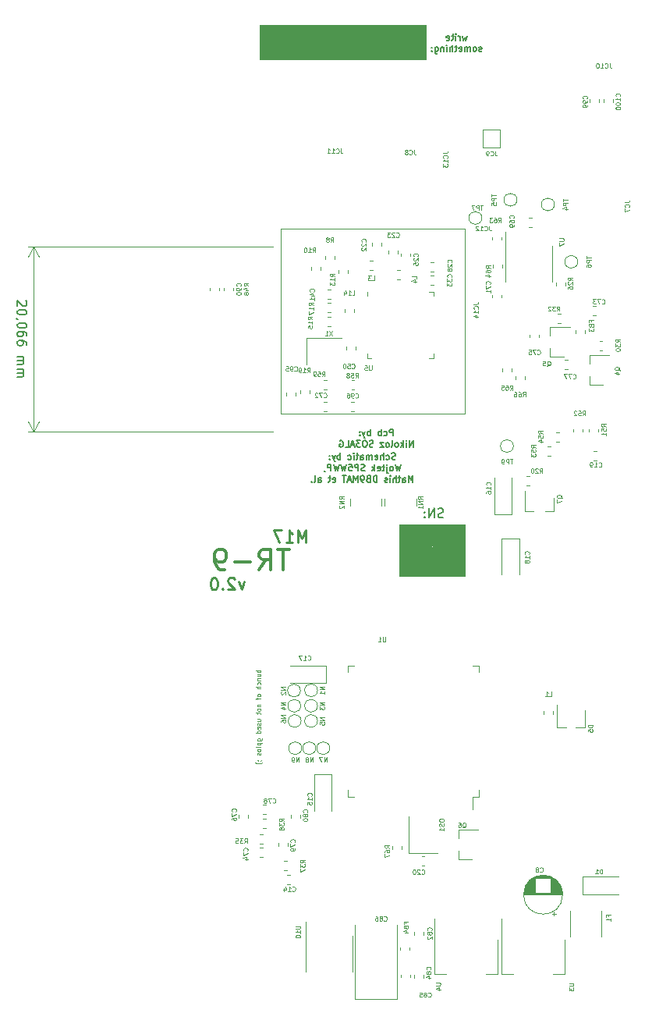
<source format=gbr>
G04 #@! TF.GenerationSoftware,KiCad,Pcbnew,5.1.6-c6e7f7d~87~ubuntu18.04.1*
G04 #@! TF.CreationDate,2020-07-23T00:25:39+02:00*
G04 #@! TF.ProjectId,Mainboard,4d61696e-626f-4617-9264-2e6b69636164,rev?*
G04 #@! TF.SameCoordinates,Original*
G04 #@! TF.FileFunction,Legend,Bot*
G04 #@! TF.FilePolarity,Positive*
%FSLAX46Y46*%
G04 Gerber Fmt 4.6, Leading zero omitted, Abs format (unit mm)*
G04 Created by KiCad (PCBNEW 5.1.6-c6e7f7d~87~ubuntu18.04.1) date 2020-07-23 00:25:39*
%MOMM*%
%LPD*%
G01*
G04 APERTURE LIST*
%ADD10C,0.150000*%
%ADD11C,0.250000*%
%ADD12C,0.100000*%
%ADD13C,0.125000*%
%ADD14C,0.175000*%
%ADD15C,0.120000*%
%ADD16C,0.350000*%
G04 APERTURE END LIST*
D10*
X44903259Y-123716681D02*
X44760401Y-123764300D01*
X44522306Y-123764300D01*
X44427068Y-123716681D01*
X44379449Y-123669062D01*
X44331830Y-123573824D01*
X44331830Y-123478586D01*
X44379449Y-123383348D01*
X44427068Y-123335729D01*
X44522306Y-123288110D01*
X44712782Y-123240491D01*
X44808020Y-123192872D01*
X44855640Y-123145253D01*
X44903259Y-123050015D01*
X44903259Y-122954777D01*
X44855640Y-122859539D01*
X44808020Y-122811920D01*
X44712782Y-122764300D01*
X44474687Y-122764300D01*
X44331830Y-122811920D01*
X43903259Y-123764300D02*
X43903259Y-122764300D01*
X43331830Y-123764300D01*
X43331830Y-122764300D01*
X42855640Y-123669062D02*
X42808020Y-123716681D01*
X42855640Y-123764300D01*
X42903259Y-123716681D01*
X42855640Y-123669062D01*
X42855640Y-123764300D01*
X42855640Y-123145253D02*
X42808020Y-123192872D01*
X42855640Y-123240491D01*
X42903259Y-123192872D01*
X42855640Y-123145253D01*
X42855640Y-123240491D01*
D11*
X23299822Y-130704148D02*
X22990299Y-131570815D01*
X22680775Y-130704148D01*
X22247441Y-130394624D02*
X22185537Y-130332720D01*
X22061727Y-130270815D01*
X21752203Y-130270815D01*
X21628394Y-130332720D01*
X21566489Y-130394624D01*
X21504584Y-130518434D01*
X21504584Y-130642243D01*
X21566489Y-130827958D01*
X22309346Y-131570815D01*
X21504584Y-131570815D01*
X20947441Y-131447005D02*
X20885537Y-131508910D01*
X20947441Y-131570815D01*
X21009346Y-131508910D01*
X20947441Y-131447005D01*
X20947441Y-131570815D01*
X20080775Y-130270815D02*
X19956965Y-130270815D01*
X19833156Y-130332720D01*
X19771251Y-130394624D01*
X19709346Y-130518434D01*
X19647441Y-130766053D01*
X19647441Y-131075577D01*
X19709346Y-131323196D01*
X19771251Y-131447005D01*
X19833156Y-131508910D01*
X19956965Y-131570815D01*
X20080775Y-131570815D01*
X20204584Y-131508910D01*
X20266489Y-131447005D01*
X20328394Y-131323196D01*
X20390299Y-131075577D01*
X20390299Y-130766053D01*
X20328394Y-130518434D01*
X20266489Y-130394624D01*
X20204584Y-130332720D01*
X20080775Y-130270815D01*
D10*
X47505000Y-71513000D02*
X47371666Y-71979666D01*
X47238333Y-71646333D01*
X47105000Y-71979666D01*
X46971666Y-71513000D01*
X46705000Y-71979666D02*
X46705000Y-71513000D01*
X46705000Y-71646333D02*
X46671666Y-71579666D01*
X46638333Y-71546333D01*
X46571666Y-71513000D01*
X46505000Y-71513000D01*
X46271666Y-71979666D02*
X46271666Y-71513000D01*
X46271666Y-71279666D02*
X46305000Y-71313000D01*
X46271666Y-71346333D01*
X46238333Y-71313000D01*
X46271666Y-71279666D01*
X46271666Y-71346333D01*
X46038333Y-71513000D02*
X45771666Y-71513000D01*
X45938333Y-71279666D02*
X45938333Y-71879666D01*
X45905000Y-71946333D01*
X45838333Y-71979666D01*
X45771666Y-71979666D01*
X45271666Y-71946333D02*
X45338333Y-71979666D01*
X45471666Y-71979666D01*
X45538333Y-71946333D01*
X45571666Y-71879666D01*
X45571666Y-71613000D01*
X45538333Y-71546333D01*
X45471666Y-71513000D01*
X45338333Y-71513000D01*
X45271666Y-71546333D01*
X45238333Y-71613000D01*
X45238333Y-71679666D01*
X45571666Y-71746333D01*
X49071666Y-73146333D02*
X49005000Y-73179666D01*
X48871666Y-73179666D01*
X48805000Y-73146333D01*
X48771666Y-73079666D01*
X48771666Y-73046333D01*
X48805000Y-72979666D01*
X48871666Y-72946333D01*
X48971666Y-72946333D01*
X49038333Y-72913000D01*
X49071666Y-72846333D01*
X49071666Y-72813000D01*
X49038333Y-72746333D01*
X48971666Y-72713000D01*
X48871666Y-72713000D01*
X48805000Y-72746333D01*
X48371666Y-73179666D02*
X48438333Y-73146333D01*
X48471666Y-73113000D01*
X48505000Y-73046333D01*
X48505000Y-72846333D01*
X48471666Y-72779666D01*
X48438333Y-72746333D01*
X48371666Y-72713000D01*
X48271666Y-72713000D01*
X48205000Y-72746333D01*
X48171666Y-72779666D01*
X48138333Y-72846333D01*
X48138333Y-73046333D01*
X48171666Y-73113000D01*
X48205000Y-73146333D01*
X48271666Y-73179666D01*
X48371666Y-73179666D01*
X47838333Y-73179666D02*
X47838333Y-72713000D01*
X47838333Y-72779666D02*
X47805000Y-72746333D01*
X47738333Y-72713000D01*
X47638333Y-72713000D01*
X47571666Y-72746333D01*
X47538333Y-72813000D01*
X47538333Y-73179666D01*
X47538333Y-72813000D02*
X47505000Y-72746333D01*
X47438333Y-72713000D01*
X47338333Y-72713000D01*
X47271666Y-72746333D01*
X47238333Y-72813000D01*
X47238333Y-73179666D01*
X46638333Y-73146333D02*
X46705000Y-73179666D01*
X46838333Y-73179666D01*
X46905000Y-73146333D01*
X46938333Y-73079666D01*
X46938333Y-72813000D01*
X46905000Y-72746333D01*
X46838333Y-72713000D01*
X46705000Y-72713000D01*
X46638333Y-72746333D01*
X46605000Y-72813000D01*
X46605000Y-72879666D01*
X46938333Y-72946333D01*
X46405000Y-72713000D02*
X46138333Y-72713000D01*
X46305000Y-72479666D02*
X46305000Y-73079666D01*
X46271666Y-73146333D01*
X46205000Y-73179666D01*
X46138333Y-73179666D01*
X45905000Y-73179666D02*
X45905000Y-72479666D01*
X45605000Y-73179666D02*
X45605000Y-72813000D01*
X45638333Y-72746333D01*
X45705000Y-72713000D01*
X45805000Y-72713000D01*
X45871666Y-72746333D01*
X45905000Y-72779666D01*
X45271666Y-73179666D02*
X45271666Y-72713000D01*
X45271666Y-72479666D02*
X45305000Y-72513000D01*
X45271666Y-72546333D01*
X45238333Y-72513000D01*
X45271666Y-72479666D01*
X45271666Y-72546333D01*
X44938333Y-72713000D02*
X44938333Y-73179666D01*
X44938333Y-72779666D02*
X44905000Y-72746333D01*
X44838333Y-72713000D01*
X44738333Y-72713000D01*
X44671666Y-72746333D01*
X44638333Y-72813000D01*
X44638333Y-73179666D01*
X44005000Y-72713000D02*
X44005000Y-73279666D01*
X44038333Y-73346333D01*
X44071666Y-73379666D01*
X44138333Y-73413000D01*
X44238333Y-73413000D01*
X44305000Y-73379666D01*
X44005000Y-73146333D02*
X44071666Y-73179666D01*
X44205000Y-73179666D01*
X44271666Y-73146333D01*
X44305000Y-73113000D01*
X44338333Y-73046333D01*
X44338333Y-72846333D01*
X44305000Y-72779666D01*
X44271666Y-72746333D01*
X44205000Y-72713000D01*
X44071666Y-72713000D01*
X44005000Y-72746333D01*
X43671666Y-73113000D02*
X43638333Y-73146333D01*
X43671666Y-73179666D01*
X43705000Y-73146333D01*
X43671666Y-73113000D01*
X43671666Y-73179666D01*
X43671666Y-72746333D02*
X43638333Y-72779666D01*
X43671666Y-72813000D01*
X43705000Y-72779666D01*
X43671666Y-72746333D01*
X43671666Y-72813000D01*
D12*
G36*
X43042840Y-74041000D02*
G01*
X25019000Y-74041000D01*
X25019000Y-70307200D01*
X43042840Y-70307200D01*
X43042840Y-74041000D01*
G37*
X43042840Y-74041000D02*
X25019000Y-74041000D01*
X25019000Y-70307200D01*
X43042840Y-70307200D01*
X43042840Y-74041000D01*
D13*
X25062310Y-140302931D02*
X24562310Y-140302931D01*
X24752786Y-140302931D02*
X24728977Y-140350550D01*
X24728977Y-140445788D01*
X24752786Y-140493407D01*
X24776596Y-140517217D01*
X24824215Y-140541026D01*
X24967072Y-140541026D01*
X25014691Y-140517217D01*
X25038500Y-140493407D01*
X25062310Y-140445788D01*
X25062310Y-140350550D01*
X25038500Y-140302931D01*
X24728977Y-140969598D02*
X25062310Y-140969598D01*
X24728977Y-140755312D02*
X24990881Y-140755312D01*
X25038500Y-140779121D01*
X25062310Y-140826740D01*
X25062310Y-140898169D01*
X25038500Y-140945788D01*
X25014691Y-140969598D01*
X24728977Y-141207693D02*
X25062310Y-141207693D01*
X24776596Y-141207693D02*
X24752786Y-141231502D01*
X24728977Y-141279121D01*
X24728977Y-141350550D01*
X24752786Y-141398169D01*
X24800405Y-141421979D01*
X25062310Y-141421979D01*
X25038500Y-141874360D02*
X25062310Y-141826740D01*
X25062310Y-141731502D01*
X25038500Y-141683883D01*
X25014691Y-141660074D01*
X24967072Y-141636264D01*
X24824215Y-141636264D01*
X24776596Y-141660074D01*
X24752786Y-141683883D01*
X24728977Y-141731502D01*
X24728977Y-141826740D01*
X24752786Y-141874360D01*
X25062310Y-142088645D02*
X24562310Y-142088645D01*
X25062310Y-142302931D02*
X24800405Y-142302931D01*
X24752786Y-142279121D01*
X24728977Y-142231502D01*
X24728977Y-142160074D01*
X24752786Y-142112455D01*
X24776596Y-142088645D01*
X25062310Y-142993407D02*
X25038500Y-142945788D01*
X25014691Y-142921979D01*
X24967072Y-142898169D01*
X24824215Y-142898169D01*
X24776596Y-142921979D01*
X24752786Y-142945788D01*
X24728977Y-142993407D01*
X24728977Y-143064836D01*
X24752786Y-143112455D01*
X24776596Y-143136264D01*
X24824215Y-143160074D01*
X24967072Y-143160074D01*
X25014691Y-143136264D01*
X25038500Y-143112455D01*
X25062310Y-143064836D01*
X25062310Y-142993407D01*
X24728977Y-143302931D02*
X24728977Y-143493407D01*
X25062310Y-143374360D02*
X24633739Y-143374360D01*
X24586120Y-143398169D01*
X24562310Y-143445788D01*
X24562310Y-143493407D01*
X24728977Y-144041026D02*
X25062310Y-144041026D01*
X24776596Y-144041026D02*
X24752786Y-144064836D01*
X24728977Y-144112455D01*
X24728977Y-144183883D01*
X24752786Y-144231502D01*
X24800405Y-144255312D01*
X25062310Y-144255312D01*
X25062310Y-144564836D02*
X25038500Y-144517217D01*
X25014691Y-144493407D01*
X24967072Y-144469598D01*
X24824215Y-144469598D01*
X24776596Y-144493407D01*
X24752786Y-144517217D01*
X24728977Y-144564836D01*
X24728977Y-144636264D01*
X24752786Y-144683883D01*
X24776596Y-144707693D01*
X24824215Y-144731502D01*
X24967072Y-144731502D01*
X25014691Y-144707693D01*
X25038500Y-144683883D01*
X25062310Y-144636264D01*
X25062310Y-144564836D01*
X24728977Y-144874360D02*
X24728977Y-145064836D01*
X24562310Y-144945788D02*
X24990881Y-144945788D01*
X25038500Y-144969598D01*
X25062310Y-145017217D01*
X25062310Y-145064836D01*
X24728977Y-145826740D02*
X25062310Y-145826740D01*
X24728977Y-145612455D02*
X24990881Y-145612455D01*
X25038500Y-145636264D01*
X25062310Y-145683883D01*
X25062310Y-145755312D01*
X25038500Y-145802931D01*
X25014691Y-145826740D01*
X25038500Y-146041026D02*
X25062310Y-146088645D01*
X25062310Y-146183883D01*
X25038500Y-146231502D01*
X24990881Y-146255312D01*
X24967072Y-146255312D01*
X24919453Y-146231502D01*
X24895643Y-146183883D01*
X24895643Y-146112455D01*
X24871834Y-146064836D01*
X24824215Y-146041026D01*
X24800405Y-146041026D01*
X24752786Y-146064836D01*
X24728977Y-146112455D01*
X24728977Y-146183883D01*
X24752786Y-146231502D01*
X25038500Y-146660074D02*
X25062310Y-146612455D01*
X25062310Y-146517217D01*
X25038500Y-146469598D01*
X24990881Y-146445788D01*
X24800405Y-146445788D01*
X24752786Y-146469598D01*
X24728977Y-146517217D01*
X24728977Y-146612455D01*
X24752786Y-146660074D01*
X24800405Y-146683883D01*
X24848024Y-146683883D01*
X24895643Y-146445788D01*
X25062310Y-147112455D02*
X24562310Y-147112455D01*
X25038500Y-147112455D02*
X25062310Y-147064836D01*
X25062310Y-146969598D01*
X25038500Y-146921979D01*
X25014691Y-146898169D01*
X24967072Y-146874360D01*
X24824215Y-146874360D01*
X24776596Y-146898169D01*
X24752786Y-146921979D01*
X24728977Y-146969598D01*
X24728977Y-147064836D01*
X24752786Y-147112455D01*
X24728977Y-147945788D02*
X25133739Y-147945788D01*
X25181358Y-147921979D01*
X25205167Y-147898169D01*
X25228977Y-147850550D01*
X25228977Y-147779121D01*
X25205167Y-147731502D01*
X25038500Y-147945788D02*
X25062310Y-147898169D01*
X25062310Y-147802931D01*
X25038500Y-147755312D01*
X25014691Y-147731502D01*
X24967072Y-147707693D01*
X24824215Y-147707693D01*
X24776596Y-147731502D01*
X24752786Y-147755312D01*
X24728977Y-147802931D01*
X24728977Y-147898169D01*
X24752786Y-147945788D01*
X24728977Y-148183883D02*
X25228977Y-148183883D01*
X24752786Y-148183883D02*
X24728977Y-148231502D01*
X24728977Y-148326740D01*
X24752786Y-148374360D01*
X24776596Y-148398169D01*
X24824215Y-148421979D01*
X24967072Y-148421979D01*
X25014691Y-148398169D01*
X25038500Y-148374360D01*
X25062310Y-148326740D01*
X25062310Y-148231502D01*
X25038500Y-148183883D01*
X25062310Y-148636264D02*
X24728977Y-148636264D01*
X24562310Y-148636264D02*
X24586120Y-148612455D01*
X24609929Y-148636264D01*
X24586120Y-148660074D01*
X24562310Y-148636264D01*
X24609929Y-148636264D01*
X25062310Y-148945788D02*
X25038500Y-148898169D01*
X25014691Y-148874360D01*
X24967072Y-148850550D01*
X24824215Y-148850550D01*
X24776596Y-148874360D01*
X24752786Y-148898169D01*
X24728977Y-148945788D01*
X24728977Y-149017217D01*
X24752786Y-149064836D01*
X24776596Y-149088645D01*
X24824215Y-149112455D01*
X24967072Y-149112455D01*
X25014691Y-149088645D01*
X25038500Y-149064836D01*
X25062310Y-149017217D01*
X25062310Y-148945788D01*
X25038500Y-149302931D02*
X25062310Y-149350550D01*
X25062310Y-149445788D01*
X25038500Y-149493407D01*
X24990881Y-149517217D01*
X24967072Y-149517217D01*
X24919453Y-149493407D01*
X24895643Y-149445788D01*
X24895643Y-149374360D01*
X24871834Y-149326740D01*
X24824215Y-149302931D01*
X24800405Y-149302931D01*
X24752786Y-149326740D01*
X24728977Y-149374360D01*
X24728977Y-149445788D01*
X24752786Y-149493407D01*
X25038500Y-150136264D02*
X25062310Y-150136264D01*
X25109929Y-150112455D01*
X25133739Y-150088645D01*
X24752786Y-150112455D02*
X24776596Y-150136264D01*
X24800405Y-150112455D01*
X24776596Y-150088645D01*
X24752786Y-150112455D01*
X24800405Y-150112455D01*
X25252786Y-150302931D02*
X25228977Y-150326740D01*
X25157548Y-150374360D01*
X25109929Y-150398169D01*
X25038500Y-150421979D01*
X24919453Y-150445788D01*
X24824215Y-150445788D01*
X24705167Y-150421979D01*
X24633739Y-150398169D01*
X24586120Y-150374360D01*
X24514691Y-150326740D01*
X24490881Y-150302931D01*
D12*
G36*
X47244000Y-130098800D02*
G01*
X40132000Y-130098800D01*
X40132000Y-126949200D01*
X47244000Y-126949200D01*
X47244000Y-130098800D01*
G37*
X47244000Y-130098800D02*
X40132000Y-130098800D01*
X40132000Y-126949200D01*
X47244000Y-126949200D01*
X47244000Y-130098800D01*
G36*
X47244000Y-126898400D02*
G01*
X40132000Y-126923800D01*
X40132000Y-124536200D01*
X47244000Y-124510800D01*
X47244000Y-126898400D01*
G37*
X47244000Y-126898400D02*
X40132000Y-126923800D01*
X40132000Y-124536200D01*
X47244000Y-124510800D01*
X47244000Y-126898400D01*
D14*
X39459466Y-114867766D02*
X39459466Y-114167766D01*
X39192800Y-114167766D01*
X39126133Y-114201100D01*
X39092800Y-114234433D01*
X39059466Y-114301100D01*
X39059466Y-114401100D01*
X39092800Y-114467766D01*
X39126133Y-114501100D01*
X39192800Y-114534433D01*
X39459466Y-114534433D01*
X38459466Y-114834433D02*
X38526133Y-114867766D01*
X38659466Y-114867766D01*
X38726133Y-114834433D01*
X38759466Y-114801100D01*
X38792800Y-114734433D01*
X38792800Y-114534433D01*
X38759466Y-114467766D01*
X38726133Y-114434433D01*
X38659466Y-114401100D01*
X38526133Y-114401100D01*
X38459466Y-114434433D01*
X38159466Y-114867766D02*
X38159466Y-114167766D01*
X38159466Y-114434433D02*
X38092800Y-114401100D01*
X37959466Y-114401100D01*
X37892800Y-114434433D01*
X37859466Y-114467766D01*
X37826133Y-114534433D01*
X37826133Y-114734433D01*
X37859466Y-114801100D01*
X37892800Y-114834433D01*
X37959466Y-114867766D01*
X38092800Y-114867766D01*
X38159466Y-114834433D01*
X36992800Y-114867766D02*
X36992800Y-114167766D01*
X36992800Y-114434433D02*
X36926133Y-114401100D01*
X36792800Y-114401100D01*
X36726133Y-114434433D01*
X36692800Y-114467766D01*
X36659466Y-114534433D01*
X36659466Y-114734433D01*
X36692800Y-114801100D01*
X36726133Y-114834433D01*
X36792800Y-114867766D01*
X36926133Y-114867766D01*
X36992800Y-114834433D01*
X36426133Y-114401100D02*
X36259466Y-114867766D01*
X36092800Y-114401100D02*
X36259466Y-114867766D01*
X36326133Y-115034433D01*
X36359466Y-115067766D01*
X36426133Y-115101100D01*
X35826133Y-114801100D02*
X35792800Y-114834433D01*
X35826133Y-114867766D01*
X35859466Y-114834433D01*
X35826133Y-114801100D01*
X35826133Y-114867766D01*
X35826133Y-114434433D02*
X35792800Y-114467766D01*
X35826133Y-114501100D01*
X35859466Y-114467766D01*
X35826133Y-114434433D01*
X35826133Y-114501100D01*
X41626133Y-116092766D02*
X41626133Y-115392766D01*
X41226133Y-116092766D01*
X41226133Y-115392766D01*
X40892800Y-116092766D02*
X40892800Y-115626100D01*
X40892800Y-115392766D02*
X40926133Y-115426100D01*
X40892800Y-115459433D01*
X40859466Y-115426100D01*
X40892800Y-115392766D01*
X40892800Y-115459433D01*
X40559466Y-116092766D02*
X40559466Y-115392766D01*
X40492800Y-115826100D02*
X40292800Y-116092766D01*
X40292800Y-115626100D02*
X40559466Y-115892766D01*
X39892800Y-116092766D02*
X39959466Y-116059433D01*
X39992800Y-116026100D01*
X40026133Y-115959433D01*
X40026133Y-115759433D01*
X39992800Y-115692766D01*
X39959466Y-115659433D01*
X39892800Y-115626100D01*
X39792800Y-115626100D01*
X39726133Y-115659433D01*
X39692800Y-115692766D01*
X39659466Y-115759433D01*
X39659466Y-115959433D01*
X39692800Y-116026100D01*
X39726133Y-116059433D01*
X39792800Y-116092766D01*
X39892800Y-116092766D01*
X39259466Y-116092766D02*
X39326133Y-116059433D01*
X39359466Y-115992766D01*
X39359466Y-115392766D01*
X38892800Y-116092766D02*
X38959466Y-116059433D01*
X38992800Y-116026100D01*
X39026133Y-115959433D01*
X39026133Y-115759433D01*
X38992800Y-115692766D01*
X38959466Y-115659433D01*
X38892800Y-115626100D01*
X38792800Y-115626100D01*
X38726133Y-115659433D01*
X38692800Y-115692766D01*
X38659466Y-115759433D01*
X38659466Y-115959433D01*
X38692800Y-116026100D01*
X38726133Y-116059433D01*
X38792800Y-116092766D01*
X38892800Y-116092766D01*
X38426133Y-115626100D02*
X38059466Y-115626100D01*
X38426133Y-116092766D01*
X38059466Y-116092766D01*
X37292800Y-116059433D02*
X37192800Y-116092766D01*
X37026133Y-116092766D01*
X36959466Y-116059433D01*
X36926133Y-116026100D01*
X36892800Y-115959433D01*
X36892800Y-115892766D01*
X36926133Y-115826100D01*
X36959466Y-115792766D01*
X37026133Y-115759433D01*
X37159466Y-115726100D01*
X37226133Y-115692766D01*
X37259466Y-115659433D01*
X37292800Y-115592766D01*
X37292800Y-115526100D01*
X37259466Y-115459433D01*
X37226133Y-115426100D01*
X37159466Y-115392766D01*
X36992800Y-115392766D01*
X36892800Y-115426100D01*
X36459466Y-115392766D02*
X36326133Y-115392766D01*
X36259466Y-115426100D01*
X36192800Y-115492766D01*
X36159466Y-115626100D01*
X36159466Y-115859433D01*
X36192800Y-115992766D01*
X36259466Y-116059433D01*
X36326133Y-116092766D01*
X36459466Y-116092766D01*
X36526133Y-116059433D01*
X36592800Y-115992766D01*
X36626133Y-115859433D01*
X36626133Y-115626100D01*
X36592800Y-115492766D01*
X36526133Y-115426100D01*
X36459466Y-115392766D01*
X35926133Y-115392766D02*
X35492800Y-115392766D01*
X35726133Y-115659433D01*
X35626133Y-115659433D01*
X35559466Y-115692766D01*
X35526133Y-115726100D01*
X35492800Y-115792766D01*
X35492800Y-115959433D01*
X35526133Y-116026100D01*
X35559466Y-116059433D01*
X35626133Y-116092766D01*
X35826133Y-116092766D01*
X35892800Y-116059433D01*
X35926133Y-116026100D01*
X35226133Y-115892766D02*
X34892800Y-115892766D01*
X35292800Y-116092766D02*
X35059466Y-115392766D01*
X34826133Y-116092766D01*
X34259466Y-116092766D02*
X34592800Y-116092766D01*
X34592800Y-115392766D01*
X33659466Y-115426100D02*
X33726133Y-115392766D01*
X33826133Y-115392766D01*
X33926133Y-115426100D01*
X33992800Y-115492766D01*
X34026133Y-115559433D01*
X34059466Y-115692766D01*
X34059466Y-115792766D01*
X34026133Y-115926100D01*
X33992800Y-115992766D01*
X33926133Y-116059433D01*
X33826133Y-116092766D01*
X33759466Y-116092766D01*
X33659466Y-116059433D01*
X33626133Y-116026100D01*
X33626133Y-115792766D01*
X33759466Y-115792766D01*
D10*
X-423919Y-100238442D02*
X-376299Y-100286061D01*
X-328680Y-100381300D01*
X-328680Y-100619395D01*
X-376299Y-100714633D01*
X-423919Y-100762252D01*
X-519157Y-100809871D01*
X-614395Y-100809871D01*
X-757252Y-100762252D01*
X-1328680Y-100190823D01*
X-1328680Y-100809871D01*
X-328680Y-101428919D02*
X-328680Y-101524157D01*
X-376299Y-101619395D01*
X-423919Y-101667014D01*
X-519157Y-101714633D01*
X-709633Y-101762252D01*
X-947728Y-101762252D01*
X-1138204Y-101714633D01*
X-1233442Y-101667014D01*
X-1281061Y-101619395D01*
X-1328680Y-101524157D01*
X-1328680Y-101428919D01*
X-1281061Y-101333680D01*
X-1233442Y-101286061D01*
X-1138204Y-101238442D01*
X-947728Y-101190823D01*
X-709633Y-101190823D01*
X-519157Y-101238442D01*
X-423919Y-101286061D01*
X-376299Y-101333680D01*
X-328680Y-101428919D01*
X-1281061Y-102238442D02*
X-1328680Y-102238442D01*
X-1423919Y-102190823D01*
X-1471538Y-102143204D01*
X-328680Y-102857490D02*
X-328680Y-102952728D01*
X-376299Y-103047966D01*
X-423919Y-103095585D01*
X-519157Y-103143204D01*
X-709633Y-103190823D01*
X-947728Y-103190823D01*
X-1138204Y-103143204D01*
X-1233442Y-103095585D01*
X-1281061Y-103047966D01*
X-1328680Y-102952728D01*
X-1328680Y-102857490D01*
X-1281061Y-102762252D01*
X-1233442Y-102714633D01*
X-1138204Y-102667014D01*
X-947728Y-102619395D01*
X-709633Y-102619395D01*
X-519157Y-102667014D01*
X-423919Y-102714633D01*
X-376299Y-102762252D01*
X-328680Y-102857490D01*
X-328680Y-104047966D02*
X-328680Y-103857490D01*
X-376299Y-103762252D01*
X-423919Y-103714633D01*
X-566776Y-103619395D01*
X-757252Y-103571776D01*
X-1138204Y-103571776D01*
X-1233442Y-103619395D01*
X-1281061Y-103667014D01*
X-1328680Y-103762252D01*
X-1328680Y-103952728D01*
X-1281061Y-104047966D01*
X-1233442Y-104095585D01*
X-1138204Y-104143204D01*
X-900109Y-104143204D01*
X-804871Y-104095585D01*
X-757252Y-104047966D01*
X-709633Y-103952728D01*
X-709633Y-103762252D01*
X-757252Y-103667014D01*
X-804871Y-103619395D01*
X-900109Y-103571776D01*
X-328680Y-105000347D02*
X-328680Y-104809871D01*
X-376300Y-104714633D01*
X-423919Y-104667014D01*
X-566776Y-104571776D01*
X-757252Y-104524157D01*
X-1138204Y-104524157D01*
X-1233442Y-104571776D01*
X-1281061Y-104619395D01*
X-1328680Y-104714633D01*
X-1328680Y-104905109D01*
X-1281061Y-105000347D01*
X-1233442Y-105047966D01*
X-1138204Y-105095585D01*
X-900109Y-105095585D01*
X-804871Y-105047966D01*
X-757252Y-105000347D01*
X-709633Y-104905109D01*
X-709633Y-104714633D01*
X-757252Y-104619395D01*
X-804871Y-104571776D01*
X-900109Y-104524157D01*
X-1328680Y-106286061D02*
X-662014Y-106286061D01*
X-757252Y-106286061D02*
X-709633Y-106333680D01*
X-662014Y-106428919D01*
X-662014Y-106571776D01*
X-709633Y-106667014D01*
X-804871Y-106714633D01*
X-1328680Y-106714633D01*
X-804871Y-106714633D02*
X-709633Y-106762252D01*
X-662014Y-106857490D01*
X-662014Y-107000347D01*
X-709633Y-107095585D01*
X-804871Y-107143204D01*
X-1328680Y-107143204D01*
X-1328680Y-107619395D02*
X-662014Y-107619395D01*
X-757252Y-107619395D02*
X-709633Y-107667014D01*
X-662014Y-107762252D01*
X-662014Y-107905109D01*
X-709633Y-108000347D01*
X-804871Y-108047966D01*
X-1328680Y-108047966D01*
X-804871Y-108047966D02*
X-709633Y-108095585D01*
X-662014Y-108190823D01*
X-662014Y-108333680D01*
X-709633Y-108428919D01*
X-804871Y-108476538D01*
X-1328680Y-108476538D01*
D15*
X393700Y-94348300D02*
X393700Y-114414300D01*
X26428700Y-94348300D02*
X-192721Y-94348300D01*
X26428700Y-114414300D02*
X-192721Y-114414300D01*
X393700Y-114414300D02*
X-192721Y-113287796D01*
X393700Y-114414300D02*
X980121Y-113287796D01*
X393700Y-94348300D02*
X-192721Y-95474804D01*
X393700Y-94348300D02*
X980121Y-95474804D01*
X27305000Y-92456000D02*
X27305000Y-112522000D01*
X27686000Y-92456000D02*
X27305000Y-92456000D01*
X28067000Y-92456000D02*
X27686000Y-92456000D01*
X28829000Y-92456000D02*
X28067000Y-92456000D01*
X47244000Y-92456000D02*
X28829000Y-92456000D01*
X47244000Y-112522000D02*
X47244000Y-92456000D01*
X27305000Y-112522000D02*
X47244000Y-112522000D01*
D16*
X28166495Y-127202398D02*
X26909352Y-127202398D01*
X27537923Y-129402398D02*
X27537923Y-127202398D01*
X24918876Y-129402398D02*
X25652209Y-128354779D01*
X26176019Y-129402398D02*
X26176019Y-127202398D01*
X25337923Y-127202398D01*
X25128400Y-127307160D01*
X25023638Y-127411921D01*
X24918876Y-127621445D01*
X24918876Y-127935731D01*
X25023638Y-128145255D01*
X25128400Y-128250017D01*
X25337923Y-128354779D01*
X26176019Y-128354779D01*
X23976019Y-128564302D02*
X22299828Y-128564302D01*
X21147447Y-129402398D02*
X20728400Y-129402398D01*
X20518876Y-129297636D01*
X20414114Y-129192874D01*
X20204590Y-128878588D01*
X20099828Y-128459540D01*
X20099828Y-127621445D01*
X20204590Y-127411921D01*
X20309352Y-127307160D01*
X20518876Y-127202398D01*
X20937923Y-127202398D01*
X21147447Y-127307160D01*
X21252209Y-127411921D01*
X21356971Y-127621445D01*
X21356971Y-128145255D01*
X21252209Y-128354779D01*
X21147447Y-128459540D01*
X20937923Y-128564302D01*
X20518876Y-128564302D01*
X20309352Y-128459540D01*
X20204590Y-128354779D01*
X20099828Y-128145255D01*
D11*
X29987348Y-126434935D02*
X29987348Y-125134935D01*
X29554015Y-126063506D01*
X29120681Y-125134935D01*
X29120681Y-126434935D01*
X27820681Y-126434935D02*
X28563539Y-126434935D01*
X28192110Y-126434935D02*
X28192110Y-125134935D01*
X28315920Y-125320649D01*
X28439729Y-125444459D01*
X28563539Y-125506363D01*
X27387348Y-125134935D02*
X26520681Y-125134935D01*
X27077824Y-126434935D01*
D14*
X39702133Y-117422333D02*
X39602133Y-117455666D01*
X39435466Y-117455666D01*
X39368800Y-117422333D01*
X39335466Y-117389000D01*
X39302133Y-117322333D01*
X39302133Y-117255666D01*
X39335466Y-117189000D01*
X39368800Y-117155666D01*
X39435466Y-117122333D01*
X39568800Y-117089000D01*
X39635466Y-117055666D01*
X39668800Y-117022333D01*
X39702133Y-116955666D01*
X39702133Y-116889000D01*
X39668800Y-116822333D01*
X39635466Y-116789000D01*
X39568800Y-116755666D01*
X39402133Y-116755666D01*
X39302133Y-116789000D01*
X38702133Y-117422333D02*
X38768800Y-117455666D01*
X38902133Y-117455666D01*
X38968800Y-117422333D01*
X39002133Y-117389000D01*
X39035466Y-117322333D01*
X39035466Y-117122333D01*
X39002133Y-117055666D01*
X38968800Y-117022333D01*
X38902133Y-116989000D01*
X38768800Y-116989000D01*
X38702133Y-117022333D01*
X38402133Y-117455666D02*
X38402133Y-116755666D01*
X38102133Y-117455666D02*
X38102133Y-117089000D01*
X38135466Y-117022333D01*
X38202133Y-116989000D01*
X38302133Y-116989000D01*
X38368800Y-117022333D01*
X38402133Y-117055666D01*
X37502133Y-117422333D02*
X37568800Y-117455666D01*
X37702133Y-117455666D01*
X37768800Y-117422333D01*
X37802133Y-117355666D01*
X37802133Y-117089000D01*
X37768800Y-117022333D01*
X37702133Y-116989000D01*
X37568800Y-116989000D01*
X37502133Y-117022333D01*
X37468800Y-117089000D01*
X37468800Y-117155666D01*
X37802133Y-117222333D01*
X37168800Y-117455666D02*
X37168800Y-116989000D01*
X37168800Y-117055666D02*
X37135466Y-117022333D01*
X37068800Y-116989000D01*
X36968800Y-116989000D01*
X36902133Y-117022333D01*
X36868800Y-117089000D01*
X36868800Y-117455666D01*
X36868800Y-117089000D02*
X36835466Y-117022333D01*
X36768800Y-116989000D01*
X36668800Y-116989000D01*
X36602133Y-117022333D01*
X36568800Y-117089000D01*
X36568800Y-117455666D01*
X35935466Y-117455666D02*
X35935466Y-117089000D01*
X35968800Y-117022333D01*
X36035466Y-116989000D01*
X36168800Y-116989000D01*
X36235466Y-117022333D01*
X35935466Y-117422333D02*
X36002133Y-117455666D01*
X36168800Y-117455666D01*
X36235466Y-117422333D01*
X36268800Y-117355666D01*
X36268800Y-117289000D01*
X36235466Y-117222333D01*
X36168800Y-117189000D01*
X36002133Y-117189000D01*
X35935466Y-117155666D01*
X35702133Y-116989000D02*
X35435466Y-116989000D01*
X35602133Y-116755666D02*
X35602133Y-117355666D01*
X35568800Y-117422333D01*
X35502133Y-117455666D01*
X35435466Y-117455666D01*
X35202133Y-117455666D02*
X35202133Y-116989000D01*
X35202133Y-116755666D02*
X35235466Y-116789000D01*
X35202133Y-116822333D01*
X35168800Y-116789000D01*
X35202133Y-116755666D01*
X35202133Y-116822333D01*
X34568800Y-117422333D02*
X34635466Y-117455666D01*
X34768800Y-117455666D01*
X34835466Y-117422333D01*
X34868800Y-117389000D01*
X34902133Y-117322333D01*
X34902133Y-117122333D01*
X34868800Y-117055666D01*
X34835466Y-117022333D01*
X34768800Y-116989000D01*
X34635466Y-116989000D01*
X34568800Y-117022333D01*
X33735466Y-117455666D02*
X33735466Y-116755666D01*
X33735466Y-117022333D02*
X33668800Y-116989000D01*
X33535466Y-116989000D01*
X33468800Y-117022333D01*
X33435466Y-117055666D01*
X33402133Y-117122333D01*
X33402133Y-117322333D01*
X33435466Y-117389000D01*
X33468800Y-117422333D01*
X33535466Y-117455666D01*
X33668800Y-117455666D01*
X33735466Y-117422333D01*
X33168800Y-116989000D02*
X33002133Y-117455666D01*
X32835466Y-116989000D02*
X33002133Y-117455666D01*
X33068800Y-117622333D01*
X33102133Y-117655666D01*
X33168800Y-117689000D01*
X32568800Y-117389000D02*
X32535466Y-117422333D01*
X32568800Y-117455666D01*
X32602133Y-117422333D01*
X32568800Y-117389000D01*
X32568800Y-117455666D01*
X32568800Y-117022333D02*
X32535466Y-117055666D01*
X32568800Y-117089000D01*
X32602133Y-117055666D01*
X32568800Y-117022333D01*
X32568800Y-117089000D01*
X40285466Y-117980666D02*
X40118800Y-118680666D01*
X39985466Y-118180666D01*
X39852133Y-118680666D01*
X39685466Y-117980666D01*
X39318800Y-118680666D02*
X39385466Y-118647333D01*
X39418800Y-118614000D01*
X39452133Y-118547333D01*
X39452133Y-118347333D01*
X39418800Y-118280666D01*
X39385466Y-118247333D01*
X39318800Y-118214000D01*
X39218800Y-118214000D01*
X39152133Y-118247333D01*
X39118800Y-118280666D01*
X39085466Y-118347333D01*
X39085466Y-118547333D01*
X39118800Y-118614000D01*
X39152133Y-118647333D01*
X39218800Y-118680666D01*
X39318800Y-118680666D01*
X38785466Y-118214000D02*
X38785466Y-118814000D01*
X38818800Y-118880666D01*
X38885466Y-118914000D01*
X38918800Y-118914000D01*
X38785466Y-117980666D02*
X38818800Y-118014000D01*
X38785466Y-118047333D01*
X38752133Y-118014000D01*
X38785466Y-117980666D01*
X38785466Y-118047333D01*
X38552133Y-118214000D02*
X38285466Y-118214000D01*
X38452133Y-117980666D02*
X38452133Y-118580666D01*
X38418800Y-118647333D01*
X38352133Y-118680666D01*
X38285466Y-118680666D01*
X37785466Y-118647333D02*
X37852133Y-118680666D01*
X37985466Y-118680666D01*
X38052133Y-118647333D01*
X38085466Y-118580666D01*
X38085466Y-118314000D01*
X38052133Y-118247333D01*
X37985466Y-118214000D01*
X37852133Y-118214000D01*
X37785466Y-118247333D01*
X37752133Y-118314000D01*
X37752133Y-118380666D01*
X38085466Y-118447333D01*
X37452133Y-118680666D02*
X37452133Y-117980666D01*
X37385466Y-118414000D02*
X37185466Y-118680666D01*
X37185466Y-118214000D02*
X37452133Y-118480666D01*
X36385466Y-118647333D02*
X36285466Y-118680666D01*
X36118800Y-118680666D01*
X36052133Y-118647333D01*
X36018800Y-118614000D01*
X35985466Y-118547333D01*
X35985466Y-118480666D01*
X36018800Y-118414000D01*
X36052133Y-118380666D01*
X36118800Y-118347333D01*
X36252133Y-118314000D01*
X36318800Y-118280666D01*
X36352133Y-118247333D01*
X36385466Y-118180666D01*
X36385466Y-118114000D01*
X36352133Y-118047333D01*
X36318800Y-118014000D01*
X36252133Y-117980666D01*
X36085466Y-117980666D01*
X35985466Y-118014000D01*
X35685466Y-118680666D02*
X35685466Y-117980666D01*
X35418800Y-117980666D01*
X35352133Y-118014000D01*
X35318800Y-118047333D01*
X35285466Y-118114000D01*
X35285466Y-118214000D01*
X35318800Y-118280666D01*
X35352133Y-118314000D01*
X35418800Y-118347333D01*
X35685466Y-118347333D01*
X34652133Y-117980666D02*
X34985466Y-117980666D01*
X35018800Y-118314000D01*
X34985466Y-118280666D01*
X34918800Y-118247333D01*
X34752133Y-118247333D01*
X34685466Y-118280666D01*
X34652133Y-118314000D01*
X34618800Y-118380666D01*
X34618800Y-118547333D01*
X34652133Y-118614000D01*
X34685466Y-118647333D01*
X34752133Y-118680666D01*
X34918800Y-118680666D01*
X34985466Y-118647333D01*
X35018800Y-118614000D01*
X34385466Y-117980666D02*
X34218800Y-118680666D01*
X34085466Y-118180666D01*
X33952133Y-118680666D01*
X33785466Y-117980666D01*
X33585466Y-117980666D02*
X33418800Y-118680666D01*
X33285466Y-118180666D01*
X33152133Y-118680666D01*
X32985466Y-117980666D01*
X32718800Y-118680666D02*
X32718800Y-117980666D01*
X32452133Y-117980666D01*
X32385466Y-118014000D01*
X32352133Y-118047333D01*
X32318800Y-118114000D01*
X32318800Y-118214000D01*
X32352133Y-118280666D01*
X32385466Y-118314000D01*
X32452133Y-118347333D01*
X32718800Y-118347333D01*
X31985466Y-118647333D02*
X31985466Y-118680666D01*
X32018800Y-118747333D01*
X32052133Y-118780666D01*
X41602133Y-119905666D02*
X41602133Y-119205666D01*
X41368800Y-119705666D01*
X41135466Y-119205666D01*
X41135466Y-119905666D01*
X40502133Y-119905666D02*
X40502133Y-119539000D01*
X40535466Y-119472333D01*
X40602133Y-119439000D01*
X40735466Y-119439000D01*
X40802133Y-119472333D01*
X40502133Y-119872333D02*
X40568800Y-119905666D01*
X40735466Y-119905666D01*
X40802133Y-119872333D01*
X40835466Y-119805666D01*
X40835466Y-119739000D01*
X40802133Y-119672333D01*
X40735466Y-119639000D01*
X40568800Y-119639000D01*
X40502133Y-119605666D01*
X40268800Y-119439000D02*
X40002133Y-119439000D01*
X40168800Y-119205666D02*
X40168800Y-119805666D01*
X40135466Y-119872333D01*
X40068800Y-119905666D01*
X40002133Y-119905666D01*
X39768800Y-119905666D02*
X39768800Y-119205666D01*
X39468800Y-119905666D02*
X39468800Y-119539000D01*
X39502133Y-119472333D01*
X39568800Y-119439000D01*
X39668800Y-119439000D01*
X39735466Y-119472333D01*
X39768800Y-119505666D01*
X39135466Y-119905666D02*
X39135466Y-119439000D01*
X39135466Y-119205666D02*
X39168800Y-119239000D01*
X39135466Y-119272333D01*
X39102133Y-119239000D01*
X39135466Y-119205666D01*
X39135466Y-119272333D01*
X38835466Y-119872333D02*
X38768800Y-119905666D01*
X38635466Y-119905666D01*
X38568800Y-119872333D01*
X38535466Y-119805666D01*
X38535466Y-119772333D01*
X38568800Y-119705666D01*
X38635466Y-119672333D01*
X38735466Y-119672333D01*
X38802133Y-119639000D01*
X38835466Y-119572333D01*
X38835466Y-119539000D01*
X38802133Y-119472333D01*
X38735466Y-119439000D01*
X38635466Y-119439000D01*
X38568800Y-119472333D01*
X37702133Y-119905666D02*
X37702133Y-119205666D01*
X37535466Y-119205666D01*
X37435466Y-119239000D01*
X37368800Y-119305666D01*
X37335466Y-119372333D01*
X37302133Y-119505666D01*
X37302133Y-119605666D01*
X37335466Y-119739000D01*
X37368800Y-119805666D01*
X37435466Y-119872333D01*
X37535466Y-119905666D01*
X37702133Y-119905666D01*
X36768800Y-119539000D02*
X36668800Y-119572333D01*
X36635466Y-119605666D01*
X36602133Y-119672333D01*
X36602133Y-119772333D01*
X36635466Y-119839000D01*
X36668800Y-119872333D01*
X36735466Y-119905666D01*
X37002133Y-119905666D01*
X37002133Y-119205666D01*
X36768800Y-119205666D01*
X36702133Y-119239000D01*
X36668800Y-119272333D01*
X36635466Y-119339000D01*
X36635466Y-119405666D01*
X36668800Y-119472333D01*
X36702133Y-119505666D01*
X36768800Y-119539000D01*
X37002133Y-119539000D01*
X36268800Y-119905666D02*
X36135466Y-119905666D01*
X36068800Y-119872333D01*
X36035466Y-119839000D01*
X35968800Y-119739000D01*
X35935466Y-119605666D01*
X35935466Y-119339000D01*
X35968800Y-119272333D01*
X36002133Y-119239000D01*
X36068800Y-119205666D01*
X36202133Y-119205666D01*
X36268800Y-119239000D01*
X36302133Y-119272333D01*
X36335466Y-119339000D01*
X36335466Y-119505666D01*
X36302133Y-119572333D01*
X36268800Y-119605666D01*
X36202133Y-119639000D01*
X36068800Y-119639000D01*
X36002133Y-119605666D01*
X35968800Y-119572333D01*
X35935466Y-119505666D01*
X35635466Y-119905666D02*
X35635466Y-119205666D01*
X35402133Y-119705666D01*
X35168800Y-119205666D01*
X35168800Y-119905666D01*
X34868800Y-119705666D02*
X34535466Y-119705666D01*
X34935466Y-119905666D02*
X34702133Y-119205666D01*
X34468800Y-119905666D01*
X34335466Y-119205666D02*
X33935466Y-119205666D01*
X34135466Y-119905666D02*
X34135466Y-119205666D01*
X32902133Y-119872333D02*
X32968800Y-119905666D01*
X33102133Y-119905666D01*
X33168800Y-119872333D01*
X33202133Y-119805666D01*
X33202133Y-119539000D01*
X33168800Y-119472333D01*
X33102133Y-119439000D01*
X32968800Y-119439000D01*
X32902133Y-119472333D01*
X32868800Y-119539000D01*
X32868800Y-119605666D01*
X33202133Y-119672333D01*
X32668800Y-119439000D02*
X32402133Y-119439000D01*
X32568800Y-119205666D02*
X32568800Y-119805666D01*
X32535466Y-119872333D01*
X32468800Y-119905666D01*
X32402133Y-119905666D01*
X31335466Y-119905666D02*
X31335466Y-119539000D01*
X31368800Y-119472333D01*
X31435466Y-119439000D01*
X31568800Y-119439000D01*
X31635466Y-119472333D01*
X31335466Y-119872333D02*
X31402133Y-119905666D01*
X31568800Y-119905666D01*
X31635466Y-119872333D01*
X31668800Y-119805666D01*
X31668800Y-119739000D01*
X31635466Y-119672333D01*
X31568800Y-119639000D01*
X31402133Y-119639000D01*
X31335466Y-119605666D01*
X30902133Y-119905666D02*
X30968800Y-119872333D01*
X31002133Y-119805666D01*
X31002133Y-119205666D01*
X30635466Y-119839000D02*
X30602133Y-119872333D01*
X30635466Y-119905666D01*
X30668800Y-119872333D01*
X30635466Y-119839000D01*
X30635466Y-119905666D01*
D15*
X63349600Y-78348621D02*
X63349600Y-78674179D01*
X62329600Y-78348621D02*
X62329600Y-78674179D01*
X61800200Y-78348521D02*
X61800200Y-78674079D01*
X60780200Y-78348521D02*
X60780200Y-78674079D01*
X57860300Y-164658800D02*
G75*
G03*
X57860300Y-164658800I-2120000J0D01*
G01*
X57820300Y-164658800D02*
X53660300Y-164658800D01*
X57820300Y-164618800D02*
X53660300Y-164618800D01*
X57819300Y-164578800D02*
X53661300Y-164578800D01*
X57817300Y-164538800D02*
X53663300Y-164538800D01*
X57814300Y-164498800D02*
X53666300Y-164498800D01*
X57811300Y-164458800D02*
X56580300Y-164458800D01*
X54900300Y-164458800D02*
X53669300Y-164458800D01*
X57807300Y-164418800D02*
X56580300Y-164418800D01*
X54900300Y-164418800D02*
X53673300Y-164418800D01*
X57802300Y-164378800D02*
X56580300Y-164378800D01*
X54900300Y-164378800D02*
X53678300Y-164378800D01*
X57796300Y-164338800D02*
X56580300Y-164338800D01*
X54900300Y-164338800D02*
X53684300Y-164338800D01*
X57790300Y-164298800D02*
X56580300Y-164298800D01*
X54900300Y-164298800D02*
X53690300Y-164298800D01*
X57782300Y-164258800D02*
X56580300Y-164258800D01*
X54900300Y-164258800D02*
X53698300Y-164258800D01*
X57774300Y-164218800D02*
X56580300Y-164218800D01*
X54900300Y-164218800D02*
X53706300Y-164218800D01*
X57765300Y-164178800D02*
X56580300Y-164178800D01*
X54900300Y-164178800D02*
X53715300Y-164178800D01*
X57756300Y-164138800D02*
X56580300Y-164138800D01*
X54900300Y-164138800D02*
X53724300Y-164138800D01*
X57745300Y-164098800D02*
X56580300Y-164098800D01*
X54900300Y-164098800D02*
X53735300Y-164098800D01*
X57734300Y-164058800D02*
X56580300Y-164058800D01*
X54900300Y-164058800D02*
X53746300Y-164058800D01*
X57722300Y-164018800D02*
X56580300Y-164018800D01*
X54900300Y-164018800D02*
X53758300Y-164018800D01*
X57708300Y-163978800D02*
X56580300Y-163978800D01*
X54900300Y-163978800D02*
X53772300Y-163978800D01*
X57694300Y-163937800D02*
X56580300Y-163937800D01*
X54900300Y-163937800D02*
X53786300Y-163937800D01*
X57680300Y-163897800D02*
X56580300Y-163897800D01*
X54900300Y-163897800D02*
X53800300Y-163897800D01*
X57664300Y-163857800D02*
X56580300Y-163857800D01*
X54900300Y-163857800D02*
X53816300Y-163857800D01*
X57647300Y-163817800D02*
X56580300Y-163817800D01*
X54900300Y-163817800D02*
X53833300Y-163817800D01*
X57629300Y-163777800D02*
X56580300Y-163777800D01*
X54900300Y-163777800D02*
X53851300Y-163777800D01*
X57610300Y-163737800D02*
X56580300Y-163737800D01*
X54900300Y-163737800D02*
X53870300Y-163737800D01*
X57591300Y-163697800D02*
X56580300Y-163697800D01*
X54900300Y-163697800D02*
X53889300Y-163697800D01*
X57570300Y-163657800D02*
X56580300Y-163657800D01*
X54900300Y-163657800D02*
X53910300Y-163657800D01*
X57548300Y-163617800D02*
X56580300Y-163617800D01*
X54900300Y-163617800D02*
X53932300Y-163617800D01*
X57525300Y-163577800D02*
X56580300Y-163577800D01*
X54900300Y-163577800D02*
X53955300Y-163577800D01*
X57500300Y-163537800D02*
X56580300Y-163537800D01*
X54900300Y-163537800D02*
X53980300Y-163537800D01*
X57475300Y-163497800D02*
X56580300Y-163497800D01*
X54900300Y-163497800D02*
X54005300Y-163497800D01*
X57448300Y-163457800D02*
X56580300Y-163457800D01*
X54900300Y-163457800D02*
X54032300Y-163457800D01*
X57420300Y-163417800D02*
X56580300Y-163417800D01*
X54900300Y-163417800D02*
X54060300Y-163417800D01*
X57390300Y-163377800D02*
X56580300Y-163377800D01*
X54900300Y-163377800D02*
X54090300Y-163377800D01*
X57359300Y-163337800D02*
X56580300Y-163337800D01*
X54900300Y-163337800D02*
X54121300Y-163337800D01*
X57327300Y-163297800D02*
X56580300Y-163297800D01*
X54900300Y-163297800D02*
X54153300Y-163297800D01*
X57292300Y-163257800D02*
X56580300Y-163257800D01*
X54900300Y-163257800D02*
X54188300Y-163257800D01*
X57256300Y-163217800D02*
X56580300Y-163217800D01*
X54900300Y-163217800D02*
X54224300Y-163217800D01*
X57218300Y-163177800D02*
X56580300Y-163177800D01*
X54900300Y-163177800D02*
X54262300Y-163177800D01*
X57178300Y-163137800D02*
X56580300Y-163137800D01*
X54900300Y-163137800D02*
X54302300Y-163137800D01*
X57136300Y-163097800D02*
X56580300Y-163097800D01*
X54900300Y-163097800D02*
X54344300Y-163097800D01*
X57091300Y-163057800D02*
X56580300Y-163057800D01*
X54900300Y-163057800D02*
X54389300Y-163057800D01*
X57044300Y-163017800D02*
X56580300Y-163017800D01*
X54900300Y-163017800D02*
X54436300Y-163017800D01*
X56994300Y-162977800D02*
X56580300Y-162977800D01*
X54900300Y-162977800D02*
X54486300Y-162977800D01*
X56940300Y-162937800D02*
X56580300Y-162937800D01*
X54900300Y-162937800D02*
X54540300Y-162937800D01*
X56882300Y-162897800D02*
X56580300Y-162897800D01*
X54900300Y-162897800D02*
X54598300Y-162897800D01*
X56820300Y-162857800D02*
X56580300Y-162857800D01*
X54900300Y-162857800D02*
X54660300Y-162857800D01*
X56753300Y-162817800D02*
X54727300Y-162817800D01*
X56680300Y-162777800D02*
X54800300Y-162777800D01*
X56599300Y-162737800D02*
X54881300Y-162737800D01*
X56508300Y-162697800D02*
X54972300Y-162697800D01*
X56404300Y-162657800D02*
X55076300Y-162657800D01*
X56277300Y-162617800D02*
X55203300Y-162617800D01*
X56110300Y-162577800D02*
X55370300Y-162577800D01*
X56935300Y-166928601D02*
X56935300Y-166528601D01*
X57135300Y-166728601D02*
X56735300Y-166728601D01*
X34541800Y-140497000D02*
X34541800Y-139797000D01*
X34541800Y-139797000D02*
X35241800Y-139797000D01*
X34541800Y-153317000D02*
X34541800Y-154017000D01*
X34541800Y-154017000D02*
X35241800Y-154017000D01*
X48761800Y-140497000D02*
X48761800Y-139797000D01*
X48761800Y-139797000D02*
X48061800Y-139797000D01*
X48761800Y-153317000D02*
X48761800Y-154017000D01*
X48761800Y-154017000D02*
X48061800Y-154017000D01*
X48061800Y-154017000D02*
X48061800Y-155382000D01*
X49189600Y-83576200D02*
X51089600Y-83576200D01*
X51089600Y-83576200D02*
X51089600Y-81676200D01*
X51089600Y-81676200D02*
X49189600Y-81676200D01*
X49189600Y-81676200D02*
X49189600Y-83576200D01*
X56901200Y-123048300D02*
X55971200Y-123048300D01*
X53741200Y-123048300D02*
X54671200Y-123048300D01*
X53741200Y-123048300D02*
X53741200Y-120888300D01*
X56901200Y-123048300D02*
X56901200Y-121588300D01*
X32577000Y-148767800D02*
G75*
G03*
X32577000Y-148767800I-700000J0D01*
G01*
X31053000Y-148767800D02*
G75*
G03*
X31053000Y-148767800I-700000J0D01*
G01*
X29529000Y-148767800D02*
G75*
G03*
X29529000Y-148767800I-700000J0D01*
G01*
X53939221Y-120258300D02*
X54264779Y-120258300D01*
X53939221Y-119238300D02*
X54264779Y-119238300D01*
X31256200Y-142494000D02*
G75*
G03*
X31256200Y-142494000I-700000J0D01*
G01*
X29402000Y-142519400D02*
G75*
G03*
X29402000Y-142519400I-700000J0D01*
G01*
X31256200Y-144170400D02*
G75*
G03*
X31256200Y-144170400I-700000J0D01*
G01*
X29427400Y-144170400D02*
G75*
G03*
X29427400Y-144170400I-700000J0D01*
G01*
X52766500Y-108409621D02*
X52766500Y-108735179D01*
X53786500Y-108409621D02*
X53786500Y-108735179D01*
X51318700Y-107596821D02*
X51318700Y-107922379D01*
X52338700Y-107596821D02*
X52338700Y-107922379D01*
X42801000Y-169022079D02*
X42801000Y-168696521D01*
X41781000Y-169022079D02*
X41781000Y-168696521D01*
X31930021Y-109869700D02*
X32255579Y-109869700D01*
X31930021Y-108849700D02*
X32255579Y-108849700D01*
X34927221Y-109882400D02*
X35252779Y-109882400D01*
X34927221Y-108862400D02*
X35252779Y-108862400D01*
X35240279Y-111186500D02*
X34914721Y-111186500D01*
X35240279Y-112206500D02*
X34914721Y-112206500D01*
X27861800Y-110225721D02*
X27861800Y-110551279D01*
X28881800Y-110225721D02*
X28881800Y-110551279D01*
X30393100Y-110284479D02*
X30393100Y-109958921D01*
X29373100Y-110284479D02*
X29373100Y-109958921D01*
X32255779Y-111211900D02*
X31930221Y-111211900D01*
X32255779Y-112231900D02*
X31930221Y-112231900D01*
X52516000Y-116001800D02*
G75*
G03*
X52516000Y-116001800I-700000J0D01*
G01*
X49087000Y-91249500D02*
G75*
G03*
X49087000Y-91249500I-700000J0D01*
G01*
X59501000Y-96012000D02*
G75*
G03*
X59501000Y-96012000I-700000J0D01*
G01*
X52897000Y-89281000D02*
G75*
G03*
X52897000Y-89281000I-700000J0D01*
G01*
X56961000Y-89789000D02*
G75*
G03*
X56961000Y-89789000I-700000J0D01*
G01*
X51262000Y-129917000D02*
X51262000Y-126007000D01*
X51262000Y-126007000D02*
X53132000Y-126007000D01*
X53132000Y-126007000D02*
X53132000Y-129917000D01*
X52344600Y-119460200D02*
X52344600Y-123370200D01*
X52344600Y-123370200D02*
X50474600Y-123370200D01*
X50474600Y-123370200D02*
X50474600Y-119460200D01*
X27917021Y-163539900D02*
X28242579Y-163539900D01*
X27917021Y-162519900D02*
X28242579Y-162519900D01*
X38200600Y-122496900D02*
X38200600Y-121696900D01*
X34760600Y-122496900D02*
X34760600Y-121696900D01*
X41979000Y-122497800D02*
X41979000Y-121697800D01*
X38539000Y-122497800D02*
X38539000Y-121697800D01*
X30086300Y-104254300D02*
X33838900Y-104254100D01*
X30086300Y-107175300D02*
X30086300Y-104254300D01*
X36623600Y-106005000D02*
X36623600Y-106480000D01*
X36623600Y-106480000D02*
X37098600Y-106480000D01*
X43843600Y-99735000D02*
X43843600Y-99260000D01*
X43843600Y-99260000D02*
X43368600Y-99260000D01*
X43843600Y-106005000D02*
X43843600Y-106480000D01*
X43843600Y-106480000D02*
X43368600Y-106480000D01*
X36623600Y-99735000D02*
X36623600Y-99260000D01*
X32700279Y-100480400D02*
X32374721Y-100480400D01*
X32700279Y-101500400D02*
X32374721Y-101500400D01*
X32687579Y-101953600D02*
X32362021Y-101953600D01*
X32687579Y-102973600D02*
X32362021Y-102973600D01*
X34584100Y-97203379D02*
X34584100Y-96877821D01*
X33564100Y-97203379D02*
X33564100Y-96877821D01*
X30554200Y-96560321D02*
X30554200Y-96885879D01*
X31574200Y-96560321D02*
X31574200Y-96885879D01*
X32052800Y-95366721D02*
X32052800Y-95692279D01*
X33072800Y-95366721D02*
X33072800Y-95692279D01*
X34186400Y-101119821D02*
X34186400Y-101445379D01*
X35206400Y-101119821D02*
X35206400Y-101445379D01*
X39893121Y-97957100D02*
X40218679Y-97957100D01*
X39893121Y-96937100D02*
X40218679Y-96937100D01*
X36946521Y-96877600D02*
X37272079Y-96877600D01*
X36946521Y-95857600D02*
X37272079Y-95857600D01*
X34351500Y-105234421D02*
X34351500Y-105559979D01*
X35371500Y-105234421D02*
X35371500Y-105559979D01*
X32700279Y-99019900D02*
X32374721Y-99019900D01*
X32700279Y-100039900D02*
X32374721Y-100039900D01*
X43525221Y-98528600D02*
X43850779Y-98528600D01*
X43525221Y-97508600D02*
X43850779Y-97508600D01*
X43525221Y-97055400D02*
X43850779Y-97055400D01*
X43525221Y-96035400D02*
X43850779Y-96035400D01*
X41327800Y-95412679D02*
X41327800Y-95087121D01*
X40307800Y-95412679D02*
X40307800Y-95087121D01*
X38910800Y-94820621D02*
X38910800Y-95146179D01*
X39930800Y-94820621D02*
X39930800Y-95146179D01*
X37209000Y-93982421D02*
X37209000Y-94307979D01*
X38229000Y-93982421D02*
X38229000Y-94307979D01*
X39380700Y-159400121D02*
X39380700Y-159725679D01*
X40400700Y-159400121D02*
X40400700Y-159725679D01*
X42560021Y-161546000D02*
X42885579Y-161546000D01*
X42560021Y-160526000D02*
X42885579Y-160526000D01*
X61579879Y-116520500D02*
X61254321Y-116520500D01*
X61579879Y-117540500D02*
X61254321Y-117540500D01*
X46531500Y-160812600D02*
X46531500Y-159882600D01*
X46531500Y-157652600D02*
X46531500Y-158582600D01*
X46531500Y-157652600D02*
X48691500Y-157652600D01*
X46531500Y-160812600D02*
X47991500Y-160812600D01*
X50251900Y-96306421D02*
X50251900Y-96631979D01*
X51271900Y-96306421D02*
X51271900Y-96631979D01*
X50226500Y-93309221D02*
X50226500Y-93634779D01*
X51246500Y-93309221D02*
X51246500Y-93634779D01*
X62060400Y-169182552D02*
X62060400Y-166410048D01*
X58640400Y-169182552D02*
X58640400Y-166410048D01*
X58070800Y-173309200D02*
X56810800Y-173309200D01*
X51250800Y-173309200D02*
X52510800Y-173309200D01*
X58070800Y-169549200D02*
X58070800Y-173309200D01*
X51250800Y-167299200D02*
X51250800Y-173309200D01*
X50806400Y-173309600D02*
X49546400Y-173309600D01*
X43986400Y-173309600D02*
X45246400Y-173309600D01*
X50806400Y-169549600D02*
X50806400Y-173309600D01*
X43986400Y-167299600D02*
X43986400Y-173309600D01*
X60030800Y-164677600D02*
X60030800Y-162677600D01*
X60030800Y-162677600D02*
X63930800Y-162677600D01*
X60030800Y-164677600D02*
X63930800Y-164677600D01*
X57260400Y-146544700D02*
X58260400Y-146544700D01*
X59260400Y-146544700D02*
X60310400Y-146544700D01*
X60310400Y-146544700D02*
X60310400Y-144694700D01*
X57250400Y-146524700D02*
X57250400Y-144094700D01*
X35064380Y-171074080D02*
X35064380Y-173024080D01*
X35064380Y-171074080D02*
X35064380Y-169124080D01*
X29944380Y-171074080D02*
X29944380Y-173024080D01*
X29944380Y-171074080D02*
X29944380Y-167624080D01*
X56750900Y-96215200D02*
X56750900Y-98165200D01*
X56750900Y-96215200D02*
X56750900Y-94265200D01*
X51630900Y-96215200D02*
X51630900Y-98165200D01*
X51630900Y-96215200D02*
X51630900Y-92765200D01*
X57164921Y-115546600D02*
X57490479Y-115546600D01*
X57164921Y-114526600D02*
X57490479Y-114526600D01*
X56225121Y-117019800D02*
X56550679Y-117019800D01*
X56225121Y-115999800D02*
X56550679Y-115999800D01*
X59027600Y-114137121D02*
X59027600Y-114462679D01*
X60047600Y-114137121D02*
X60047600Y-114462679D01*
X60704000Y-114137121D02*
X60704000Y-114462679D01*
X61724000Y-114137121D02*
X61724000Y-114462679D01*
X21080000Y-98820921D02*
X21080000Y-99146479D01*
X22100000Y-98820921D02*
X22100000Y-99146479D01*
X25677079Y-156454380D02*
X25351521Y-156454380D01*
X25677079Y-157474380D02*
X25351521Y-157474380D01*
X27963079Y-161026380D02*
X27637521Y-161026380D01*
X27963079Y-162046380D02*
X27637521Y-162046380D01*
X25334079Y-158105380D02*
X25008521Y-158105380D01*
X25334079Y-159125380D02*
X25008521Y-159125380D01*
X57668379Y-101674200D02*
X57342821Y-101674200D01*
X57668379Y-102694200D02*
X57342821Y-102694200D01*
X62189579Y-104620600D02*
X61864021Y-104620600D01*
X62189579Y-105640600D02*
X61864021Y-105640600D01*
X57109900Y-98287621D02*
X57109900Y-98613179D01*
X58129900Y-98287621D02*
X58129900Y-98613179D01*
X56507600Y-106268600D02*
X56507600Y-105338600D01*
X56507600Y-103108600D02*
X56507600Y-104038600D01*
X56507600Y-103108600D02*
X58667600Y-103108600D01*
X56507600Y-106268600D02*
X57967600Y-106268600D01*
X60774800Y-109316600D02*
X60774800Y-108386600D01*
X60774800Y-106156600D02*
X60774800Y-107086600D01*
X60774800Y-106156600D02*
X62934800Y-106156600D01*
X60774800Y-109316600D02*
X62234800Y-109316600D01*
X44259800Y-160173600D02*
X41109800Y-160173600D01*
X41109800Y-160173600D02*
X41109800Y-156173600D01*
X55827200Y-144756821D02*
X55827200Y-145082379D01*
X56847200Y-144756821D02*
X56847200Y-145082379D01*
X31256200Y-145821400D02*
G75*
G03*
X31256200Y-145821400I-700000J0D01*
G01*
X29478200Y-145821400D02*
G75*
G03*
X29478200Y-145821400I-700000J0D01*
G01*
X40257000Y-170357681D02*
X40257000Y-170683239D01*
X41277000Y-170357681D02*
X41277000Y-170683239D01*
X59294300Y-103443821D02*
X59294300Y-103769379D01*
X60314300Y-103443821D02*
X60314300Y-103769379D01*
X19581400Y-98821021D02*
X19581400Y-99146579D01*
X20601400Y-98821021D02*
X20601400Y-99146579D01*
X39862160Y-167927000D02*
X39862160Y-175987000D01*
X39862160Y-175987000D02*
X35342160Y-175987000D01*
X35342160Y-175987000D02*
X35342160Y-167927000D01*
X40262080Y-173324401D02*
X40262080Y-173649959D01*
X41282080Y-173324401D02*
X41282080Y-173649959D01*
X41760680Y-173329481D02*
X41760680Y-173655039D01*
X42780680Y-173329481D02*
X42780680Y-173655039D01*
X28369800Y-155976101D02*
X28369800Y-156301659D01*
X29389800Y-155976101D02*
X29389800Y-156301659D01*
X26972800Y-159087601D02*
X26972800Y-159413159D01*
X27992800Y-159087601D02*
X27992800Y-159413159D01*
X25639079Y-154930380D02*
X25313521Y-154930380D01*
X25639079Y-155950380D02*
X25313521Y-155950380D01*
X58443079Y-106678000D02*
X58117521Y-106678000D01*
X58443079Y-107698000D02*
X58117521Y-107698000D01*
X22718300Y-156014101D02*
X22718300Y-156339659D01*
X23738300Y-156014101D02*
X23738300Y-156339659D01*
X54303200Y-103901021D02*
X54303200Y-104226579D01*
X55323200Y-103901021D02*
X55323200Y-104226579D01*
X25334079Y-159565880D02*
X25008521Y-159565880D01*
X25334079Y-160585880D02*
X25008521Y-160585880D01*
X61127421Y-101830600D02*
X61452979Y-101830600D01*
X61127421Y-100810600D02*
X61452979Y-100810600D01*
X51246500Y-99908579D02*
X51246500Y-99583021D01*
X50226500Y-99908579D02*
X50226500Y-99583021D01*
X54218721Y-92254800D02*
X54544279Y-92254800D01*
X54218721Y-91234800D02*
X54544279Y-91234800D01*
X28266600Y-139806400D02*
X32176600Y-139806400D01*
X32176600Y-139806400D02*
X32176600Y-141676400D01*
X32176600Y-141676400D02*
X28266600Y-141676400D01*
X30929300Y-155540500D02*
X30929300Y-151630500D01*
X30929300Y-151630500D02*
X32799300Y-151630500D01*
X32799300Y-151630500D02*
X32799300Y-155540500D01*
D13*
X64059571Y-78053476D02*
X64083380Y-78029666D01*
X64107190Y-77958238D01*
X64107190Y-77910619D01*
X64083380Y-77839190D01*
X64035761Y-77791571D01*
X63988142Y-77767761D01*
X63892904Y-77743952D01*
X63821476Y-77743952D01*
X63726238Y-77767761D01*
X63678619Y-77791571D01*
X63631000Y-77839190D01*
X63607190Y-77910619D01*
X63607190Y-77958238D01*
X63631000Y-78029666D01*
X63654809Y-78053476D01*
X64107190Y-78529666D02*
X64107190Y-78243952D01*
X64107190Y-78386809D02*
X63607190Y-78386809D01*
X63678619Y-78339190D01*
X63726238Y-78291571D01*
X63750047Y-78243952D01*
X63607190Y-78839190D02*
X63607190Y-78886809D01*
X63631000Y-78934428D01*
X63654809Y-78958238D01*
X63702428Y-78982047D01*
X63797666Y-79005857D01*
X63916714Y-79005857D01*
X64011952Y-78982047D01*
X64059571Y-78958238D01*
X64083380Y-78934428D01*
X64107190Y-78886809D01*
X64107190Y-78839190D01*
X64083380Y-78791571D01*
X64059571Y-78767761D01*
X64011952Y-78743952D01*
X63916714Y-78720142D01*
X63797666Y-78720142D01*
X63702428Y-78743952D01*
X63654809Y-78767761D01*
X63631000Y-78791571D01*
X63607190Y-78839190D01*
X63607190Y-79315380D02*
X63607190Y-79363000D01*
X63631000Y-79410619D01*
X63654809Y-79434428D01*
X63702428Y-79458238D01*
X63797666Y-79482047D01*
X63916714Y-79482047D01*
X64011952Y-79458238D01*
X64059571Y-79434428D01*
X64083380Y-79410619D01*
X64107190Y-79363000D01*
X64107190Y-79315380D01*
X64083380Y-79267761D01*
X64059571Y-79243952D01*
X64011952Y-79220142D01*
X63916714Y-79196333D01*
X63797666Y-79196333D01*
X63702428Y-79220142D01*
X63654809Y-79243952D01*
X63631000Y-79267761D01*
X63607190Y-79315380D01*
D10*
D13*
X60478171Y-78291571D02*
X60501980Y-78267761D01*
X60525790Y-78196333D01*
X60525790Y-78148714D01*
X60501980Y-78077285D01*
X60454361Y-78029666D01*
X60406742Y-78005857D01*
X60311504Y-77982047D01*
X60240076Y-77982047D01*
X60144838Y-78005857D01*
X60097219Y-78029666D01*
X60049600Y-78077285D01*
X60025790Y-78148714D01*
X60025790Y-78196333D01*
X60049600Y-78267761D01*
X60073409Y-78291571D01*
X60525790Y-78529666D02*
X60525790Y-78624904D01*
X60501980Y-78672523D01*
X60478171Y-78696333D01*
X60406742Y-78743952D01*
X60311504Y-78767761D01*
X60121028Y-78767761D01*
X60073409Y-78743952D01*
X60049600Y-78720142D01*
X60025790Y-78672523D01*
X60025790Y-78577285D01*
X60049600Y-78529666D01*
X60073409Y-78505857D01*
X60121028Y-78482047D01*
X60240076Y-78482047D01*
X60287695Y-78505857D01*
X60311504Y-78529666D01*
X60335314Y-78577285D01*
X60335314Y-78672523D01*
X60311504Y-78720142D01*
X60287695Y-78743952D01*
X60240076Y-78767761D01*
X60525790Y-79005857D02*
X60525790Y-79101095D01*
X60501980Y-79148714D01*
X60478171Y-79172523D01*
X60406742Y-79220142D01*
X60311504Y-79243952D01*
X60121028Y-79243952D01*
X60073409Y-79220142D01*
X60049600Y-79196333D01*
X60025790Y-79148714D01*
X60025790Y-79053476D01*
X60049600Y-79005857D01*
X60073409Y-78982047D01*
X60121028Y-78958238D01*
X60240076Y-78958238D01*
X60287695Y-78982047D01*
X60311504Y-79005857D01*
X60335314Y-79053476D01*
X60335314Y-79148714D01*
X60311504Y-79196333D01*
X60287695Y-79220142D01*
X60240076Y-79243952D01*
D10*
D13*
X55414693Y-162159451D02*
X55438502Y-162183260D01*
X55509931Y-162207070D01*
X55557550Y-162207070D01*
X55628979Y-162183260D01*
X55676598Y-162135641D01*
X55700407Y-162088022D01*
X55724217Y-161992784D01*
X55724217Y-161921356D01*
X55700407Y-161826118D01*
X55676598Y-161778499D01*
X55628979Y-161730880D01*
X55557550Y-161707070D01*
X55509931Y-161707070D01*
X55438502Y-161730880D01*
X55414693Y-161754689D01*
X55128979Y-161921356D02*
X55176598Y-161897546D01*
X55200407Y-161873737D01*
X55224217Y-161826118D01*
X55224217Y-161802308D01*
X55200407Y-161754689D01*
X55176598Y-161730880D01*
X55128979Y-161707070D01*
X55033740Y-161707070D01*
X54986121Y-161730880D01*
X54962312Y-161754689D01*
X54938502Y-161802308D01*
X54938502Y-161826118D01*
X54962312Y-161873737D01*
X54986121Y-161897546D01*
X55033740Y-161921356D01*
X55128979Y-161921356D01*
X55176598Y-161945165D01*
X55200407Y-161968975D01*
X55224217Y-162016594D01*
X55224217Y-162111832D01*
X55200407Y-162159451D01*
X55176598Y-162183260D01*
X55128979Y-162207070D01*
X55033740Y-162207070D01*
X54986121Y-162183260D01*
X54962312Y-162159451D01*
X54938502Y-162111832D01*
X54938502Y-162016594D01*
X54962312Y-161968975D01*
X54986121Y-161945165D01*
X55033740Y-161921356D01*
D10*
D13*
X48199550Y-100589638D02*
X48556693Y-100589638D01*
X48628121Y-100565828D01*
X48675740Y-100518209D01*
X48699550Y-100446780D01*
X48699550Y-100399161D01*
X48651931Y-101113447D02*
X48675740Y-101089638D01*
X48699550Y-101018209D01*
X48699550Y-100970590D01*
X48675740Y-100899161D01*
X48628121Y-100851542D01*
X48580502Y-100827733D01*
X48485264Y-100803923D01*
X48413836Y-100803923D01*
X48318598Y-100827733D01*
X48270979Y-100851542D01*
X48223360Y-100899161D01*
X48199550Y-100970590D01*
X48199550Y-101018209D01*
X48223360Y-101089638D01*
X48247169Y-101113447D01*
X48699550Y-101589638D02*
X48699550Y-101303923D01*
X48699550Y-101446780D02*
X48199550Y-101446780D01*
X48270979Y-101399161D01*
X48318598Y-101351542D01*
X48342407Y-101303923D01*
X48366217Y-102018209D02*
X48699550Y-102018209D01*
X48175740Y-101899161D02*
X48532883Y-101780114D01*
X48532883Y-102089638D01*
D10*
D13*
X44882690Y-84232038D02*
X45239833Y-84232038D01*
X45311261Y-84208228D01*
X45358880Y-84160609D01*
X45382690Y-84089180D01*
X45382690Y-84041561D01*
X45335071Y-84755847D02*
X45358880Y-84732038D01*
X45382690Y-84660609D01*
X45382690Y-84612990D01*
X45358880Y-84541561D01*
X45311261Y-84493942D01*
X45263642Y-84470133D01*
X45168404Y-84446323D01*
X45096976Y-84446323D01*
X45001738Y-84470133D01*
X44954119Y-84493942D01*
X44906500Y-84541561D01*
X44882690Y-84612990D01*
X44882690Y-84660609D01*
X44906500Y-84732038D01*
X44930309Y-84755847D01*
X45382690Y-85232038D02*
X45382690Y-84946323D01*
X45382690Y-85089180D02*
X44882690Y-85089180D01*
X44954119Y-85041561D01*
X45001738Y-84993942D01*
X45025547Y-84946323D01*
X44882690Y-85398704D02*
X44882690Y-85708228D01*
X45073166Y-85541561D01*
X45073166Y-85612990D01*
X45096976Y-85660609D01*
X45120785Y-85684419D01*
X45168404Y-85708228D01*
X45287452Y-85708228D01*
X45335071Y-85684419D01*
X45358880Y-85660609D01*
X45382690Y-85612990D01*
X45382690Y-85470133D01*
X45358880Y-85422514D01*
X45335071Y-85398704D01*
D10*
D13*
X49905361Y-92126310D02*
X49905361Y-92483453D01*
X49929171Y-92554881D01*
X49976790Y-92602500D01*
X50048219Y-92626310D01*
X50095838Y-92626310D01*
X49381552Y-92578691D02*
X49405361Y-92602500D01*
X49476790Y-92626310D01*
X49524409Y-92626310D01*
X49595838Y-92602500D01*
X49643457Y-92554881D01*
X49667266Y-92507262D01*
X49691076Y-92412024D01*
X49691076Y-92340596D01*
X49667266Y-92245358D01*
X49643457Y-92197739D01*
X49595838Y-92150120D01*
X49524409Y-92126310D01*
X49476790Y-92126310D01*
X49405361Y-92150120D01*
X49381552Y-92173929D01*
X48905361Y-92626310D02*
X49191076Y-92626310D01*
X49048219Y-92626310D02*
X49048219Y-92126310D01*
X49095838Y-92197739D01*
X49143457Y-92245358D01*
X49191076Y-92269167D01*
X48714885Y-92173929D02*
X48691076Y-92150120D01*
X48643457Y-92126310D01*
X48524409Y-92126310D01*
X48476790Y-92150120D01*
X48452980Y-92173929D01*
X48429171Y-92221548D01*
X48429171Y-92269167D01*
X48452980Y-92340596D01*
X48738695Y-92626310D01*
X48429171Y-92626310D01*
D10*
D13*
X33801761Y-83736690D02*
X33801761Y-84093833D01*
X33825571Y-84165261D01*
X33873190Y-84212880D01*
X33944619Y-84236690D01*
X33992238Y-84236690D01*
X33277952Y-84189071D02*
X33301761Y-84212880D01*
X33373190Y-84236690D01*
X33420809Y-84236690D01*
X33492238Y-84212880D01*
X33539857Y-84165261D01*
X33563666Y-84117642D01*
X33587476Y-84022404D01*
X33587476Y-83950976D01*
X33563666Y-83855738D01*
X33539857Y-83808119D01*
X33492238Y-83760500D01*
X33420809Y-83736690D01*
X33373190Y-83736690D01*
X33301761Y-83760500D01*
X33277952Y-83784309D01*
X32801761Y-84236690D02*
X33087476Y-84236690D01*
X32944619Y-84236690D02*
X32944619Y-83736690D01*
X32992238Y-83808119D01*
X33039857Y-83855738D01*
X33087476Y-83879547D01*
X32325571Y-84236690D02*
X32611285Y-84236690D01*
X32468428Y-84236690D02*
X32468428Y-83736690D01*
X32516047Y-83808119D01*
X32563666Y-83855738D01*
X32611285Y-83879547D01*
D10*
D13*
X38633352Y-136733790D02*
X38633352Y-137138552D01*
X38609542Y-137186171D01*
X38585733Y-137209980D01*
X38538114Y-137233790D01*
X38442876Y-137233790D01*
X38395257Y-137209980D01*
X38371447Y-137186171D01*
X38347638Y-137138552D01*
X38347638Y-136733790D01*
X37847638Y-137233790D02*
X38133352Y-137233790D01*
X37990495Y-137233790D02*
X37990495Y-136733790D01*
X38038114Y-136805219D01*
X38085733Y-136852838D01*
X38133352Y-136876647D01*
D10*
D13*
X50556266Y-84000390D02*
X50556266Y-84357533D01*
X50580076Y-84428961D01*
X50627695Y-84476580D01*
X50699123Y-84500390D01*
X50746742Y-84500390D01*
X50032457Y-84452771D02*
X50056266Y-84476580D01*
X50127695Y-84500390D01*
X50175314Y-84500390D01*
X50246742Y-84476580D01*
X50294361Y-84428961D01*
X50318171Y-84381342D01*
X50341980Y-84286104D01*
X50341980Y-84214676D01*
X50318171Y-84119438D01*
X50294361Y-84071819D01*
X50246742Y-84024200D01*
X50175314Y-84000390D01*
X50127695Y-84000390D01*
X50056266Y-84024200D01*
X50032457Y-84048009D01*
X49794361Y-84500390D02*
X49699123Y-84500390D01*
X49651504Y-84476580D01*
X49627695Y-84452771D01*
X49580076Y-84381342D01*
X49556266Y-84286104D01*
X49556266Y-84095628D01*
X49580076Y-84048009D01*
X49603885Y-84024200D01*
X49651504Y-84000390D01*
X49746742Y-84000390D01*
X49794361Y-84024200D01*
X49818171Y-84048009D01*
X49841980Y-84095628D01*
X49841980Y-84214676D01*
X49818171Y-84262295D01*
X49794361Y-84286104D01*
X49746742Y-84309914D01*
X49651504Y-84309914D01*
X49603885Y-84286104D01*
X49580076Y-84262295D01*
X49556266Y-84214676D01*
D10*
D13*
X62986361Y-74478390D02*
X62986361Y-74835533D01*
X63010171Y-74906961D01*
X63057790Y-74954580D01*
X63129219Y-74978390D01*
X63176838Y-74978390D01*
X62462552Y-74930771D02*
X62486361Y-74954580D01*
X62557790Y-74978390D01*
X62605409Y-74978390D01*
X62676838Y-74954580D01*
X62724457Y-74906961D01*
X62748266Y-74859342D01*
X62772076Y-74764104D01*
X62772076Y-74692676D01*
X62748266Y-74597438D01*
X62724457Y-74549819D01*
X62676838Y-74502200D01*
X62605409Y-74478390D01*
X62557790Y-74478390D01*
X62486361Y-74502200D01*
X62462552Y-74526009D01*
X61986361Y-74978390D02*
X62272076Y-74978390D01*
X62129219Y-74978390D02*
X62129219Y-74478390D01*
X62176838Y-74549819D01*
X62224457Y-74597438D01*
X62272076Y-74621247D01*
X61676838Y-74478390D02*
X61629219Y-74478390D01*
X61581600Y-74502200D01*
X61557790Y-74526009D01*
X61533980Y-74573628D01*
X61510171Y-74668866D01*
X61510171Y-74787914D01*
X61533980Y-74883152D01*
X61557790Y-74930771D01*
X61581600Y-74954580D01*
X61629219Y-74978390D01*
X61676838Y-74978390D01*
X61724457Y-74954580D01*
X61748266Y-74930771D01*
X61772076Y-74883152D01*
X61795885Y-74787914D01*
X61795885Y-74668866D01*
X61772076Y-74573628D01*
X61748266Y-74526009D01*
X61724457Y-74502200D01*
X61676838Y-74478390D01*
D10*
D13*
X41755166Y-83863690D02*
X41755166Y-84220833D01*
X41778976Y-84292261D01*
X41826595Y-84339880D01*
X41898023Y-84363690D01*
X41945642Y-84363690D01*
X41231357Y-84316071D02*
X41255166Y-84339880D01*
X41326595Y-84363690D01*
X41374214Y-84363690D01*
X41445642Y-84339880D01*
X41493261Y-84292261D01*
X41517071Y-84244642D01*
X41540880Y-84149404D01*
X41540880Y-84077976D01*
X41517071Y-83982738D01*
X41493261Y-83935119D01*
X41445642Y-83887500D01*
X41374214Y-83863690D01*
X41326595Y-83863690D01*
X41255166Y-83887500D01*
X41231357Y-83911309D01*
X40945642Y-84077976D02*
X40993261Y-84054166D01*
X41017071Y-84030357D01*
X41040880Y-83982738D01*
X41040880Y-83958928D01*
X41017071Y-83911309D01*
X40993261Y-83887500D01*
X40945642Y-83863690D01*
X40850404Y-83863690D01*
X40802785Y-83887500D01*
X40778976Y-83911309D01*
X40755166Y-83958928D01*
X40755166Y-83982738D01*
X40778976Y-84030357D01*
X40802785Y-84054166D01*
X40850404Y-84077976D01*
X40945642Y-84077976D01*
X40993261Y-84101785D01*
X41017071Y-84125595D01*
X41040880Y-84173214D01*
X41040880Y-84268452D01*
X41017071Y-84316071D01*
X40993261Y-84339880D01*
X40945642Y-84363690D01*
X40850404Y-84363690D01*
X40802785Y-84339880D01*
X40778976Y-84316071D01*
X40755166Y-84268452D01*
X40755166Y-84173214D01*
X40778976Y-84125595D01*
X40802785Y-84101785D01*
X40850404Y-84077976D01*
D10*
D13*
X64610490Y-89550133D02*
X64967633Y-89550133D01*
X65039061Y-89526323D01*
X65086680Y-89478704D01*
X65110490Y-89407276D01*
X65110490Y-89359657D01*
X65062871Y-90073942D02*
X65086680Y-90050133D01*
X65110490Y-89978704D01*
X65110490Y-89931085D01*
X65086680Y-89859657D01*
X65039061Y-89812038D01*
X64991442Y-89788228D01*
X64896204Y-89764419D01*
X64824776Y-89764419D01*
X64729538Y-89788228D01*
X64681919Y-89812038D01*
X64634300Y-89859657D01*
X64610490Y-89931085D01*
X64610490Y-89978704D01*
X64634300Y-90050133D01*
X64658109Y-90073942D01*
X64610490Y-90240609D02*
X64610490Y-90573942D01*
X65110490Y-90359657D01*
D10*
D13*
X57794649Y-121664100D02*
X57770840Y-121616481D01*
X57723220Y-121568862D01*
X57651792Y-121497434D01*
X57627982Y-121449815D01*
X57627982Y-121402196D01*
X57747030Y-121426005D02*
X57723220Y-121378386D01*
X57675601Y-121330767D01*
X57580363Y-121306958D01*
X57413697Y-121306958D01*
X57318459Y-121330767D01*
X57270840Y-121378386D01*
X57247030Y-121426005D01*
X57247030Y-121521243D01*
X57270840Y-121568862D01*
X57318459Y-121616481D01*
X57413697Y-121640291D01*
X57580363Y-121640291D01*
X57675601Y-121616481D01*
X57723220Y-121568862D01*
X57747030Y-121521243D01*
X57747030Y-121426005D01*
X57247030Y-121806958D02*
X57247030Y-122140291D01*
X57747030Y-121926005D01*
D10*
D13*
X32257952Y-150263990D02*
X32257952Y-149763990D01*
X31972238Y-150263990D01*
X31972238Y-149763990D01*
X31781761Y-149763990D02*
X31448428Y-149763990D01*
X31662714Y-150263990D01*
D10*
D13*
X30733952Y-150263990D02*
X30733952Y-149763990D01*
X30448238Y-150263990D01*
X30448238Y-149763990D01*
X30138714Y-149978276D02*
X30186333Y-149954466D01*
X30210142Y-149930657D01*
X30233952Y-149883038D01*
X30233952Y-149859228D01*
X30210142Y-149811609D01*
X30186333Y-149787800D01*
X30138714Y-149763990D01*
X30043476Y-149763990D01*
X29995857Y-149787800D01*
X29972047Y-149811609D01*
X29948238Y-149859228D01*
X29948238Y-149883038D01*
X29972047Y-149930657D01*
X29995857Y-149954466D01*
X30043476Y-149978276D01*
X30138714Y-149978276D01*
X30186333Y-150002085D01*
X30210142Y-150025895D01*
X30233952Y-150073514D01*
X30233952Y-150168752D01*
X30210142Y-150216371D01*
X30186333Y-150240180D01*
X30138714Y-150263990D01*
X30043476Y-150263990D01*
X29995857Y-150240180D01*
X29972047Y-150216371D01*
X29948238Y-150168752D01*
X29948238Y-150073514D01*
X29972047Y-150025895D01*
X29995857Y-150002085D01*
X30043476Y-149978276D01*
D10*
D13*
X29209952Y-150263990D02*
X29209952Y-149763990D01*
X28924238Y-150263990D01*
X28924238Y-149763990D01*
X28662333Y-150263990D02*
X28567095Y-150263990D01*
X28519476Y-150240180D01*
X28495666Y-150216371D01*
X28448047Y-150144942D01*
X28424238Y-150049704D01*
X28424238Y-149859228D01*
X28448047Y-149811609D01*
X28471857Y-149787800D01*
X28519476Y-149763990D01*
X28614714Y-149763990D01*
X28662333Y-149787800D01*
X28686142Y-149811609D01*
X28709952Y-149859228D01*
X28709952Y-149978276D01*
X28686142Y-150025895D01*
X28662333Y-150049704D01*
X28614714Y-150073514D01*
X28519476Y-150073514D01*
X28471857Y-150049704D01*
X28448047Y-150025895D01*
X28424238Y-149978276D01*
D10*
D13*
X55373388Y-118915310D02*
X55540055Y-118677215D01*
X55659102Y-118915310D02*
X55659102Y-118415310D01*
X55468626Y-118415310D01*
X55421007Y-118439120D01*
X55397198Y-118462929D01*
X55373388Y-118510548D01*
X55373388Y-118581977D01*
X55397198Y-118629596D01*
X55421007Y-118653405D01*
X55468626Y-118677215D01*
X55659102Y-118677215D01*
X55182912Y-118462929D02*
X55159102Y-118439120D01*
X55111483Y-118415310D01*
X54992436Y-118415310D01*
X54944817Y-118439120D01*
X54921007Y-118462929D01*
X54897198Y-118510548D01*
X54897198Y-118558167D01*
X54921007Y-118629596D01*
X55206721Y-118915310D01*
X54897198Y-118915310D01*
X54587674Y-118415310D02*
X54540055Y-118415310D01*
X54492436Y-118439120D01*
X54468626Y-118462929D01*
X54444817Y-118510548D01*
X54421007Y-118605786D01*
X54421007Y-118724834D01*
X54444817Y-118820072D01*
X54468626Y-118867691D01*
X54492436Y-118891500D01*
X54540055Y-118915310D01*
X54587674Y-118915310D01*
X54635293Y-118891500D01*
X54659102Y-118867691D01*
X54682912Y-118820072D01*
X54706721Y-118724834D01*
X54706721Y-118605786D01*
X54682912Y-118510548D01*
X54659102Y-118462929D01*
X54635293Y-118439120D01*
X54587674Y-118415310D01*
X32001590Y-142113047D02*
X31501590Y-142113047D01*
X32001590Y-142398761D01*
X31501590Y-142398761D01*
X32001590Y-142898761D02*
X32001590Y-142613047D01*
X32001590Y-142755904D02*
X31501590Y-142755904D01*
X31573019Y-142708285D01*
X31620638Y-142660666D01*
X31644447Y-142613047D01*
D10*
D13*
X27785190Y-142138447D02*
X27285190Y-142138447D01*
X27785190Y-142424161D01*
X27285190Y-142424161D01*
X27332809Y-142638447D02*
X27309000Y-142662257D01*
X27285190Y-142709876D01*
X27285190Y-142828923D01*
X27309000Y-142876542D01*
X27332809Y-142900352D01*
X27380428Y-142924161D01*
X27428047Y-142924161D01*
X27499476Y-142900352D01*
X27785190Y-142614638D01*
X27785190Y-142924161D01*
D10*
D13*
X32001590Y-143789447D02*
X31501590Y-143789447D01*
X32001590Y-144075161D01*
X31501590Y-144075161D01*
X31501590Y-144265638D02*
X31501590Y-144575161D01*
X31692066Y-144408495D01*
X31692066Y-144479923D01*
X31715876Y-144527542D01*
X31739685Y-144551352D01*
X31787304Y-144575161D01*
X31906352Y-144575161D01*
X31953971Y-144551352D01*
X31977780Y-144527542D01*
X32001590Y-144479923D01*
X32001590Y-144337066D01*
X31977780Y-144289447D01*
X31953971Y-144265638D01*
D10*
D13*
X27785190Y-143789447D02*
X27285190Y-143789447D01*
X27785190Y-144075161D01*
X27285190Y-144075161D01*
X27451857Y-144527542D02*
X27785190Y-144527542D01*
X27261380Y-144408495D02*
X27618523Y-144289447D01*
X27618523Y-144598971D01*
D10*
D13*
X53534428Y-110639990D02*
X53701095Y-110401895D01*
X53820142Y-110639990D02*
X53820142Y-110139990D01*
X53629666Y-110139990D01*
X53582047Y-110163800D01*
X53558238Y-110187609D01*
X53534428Y-110235228D01*
X53534428Y-110306657D01*
X53558238Y-110354276D01*
X53582047Y-110378085D01*
X53629666Y-110401895D01*
X53820142Y-110401895D01*
X53105857Y-110139990D02*
X53201095Y-110139990D01*
X53248714Y-110163800D01*
X53272523Y-110187609D01*
X53320142Y-110259038D01*
X53343952Y-110354276D01*
X53343952Y-110544752D01*
X53320142Y-110592371D01*
X53296333Y-110616180D01*
X53248714Y-110639990D01*
X53153476Y-110639990D01*
X53105857Y-110616180D01*
X53082047Y-110592371D01*
X53058238Y-110544752D01*
X53058238Y-110425704D01*
X53082047Y-110378085D01*
X53105857Y-110354276D01*
X53153476Y-110330466D01*
X53248714Y-110330466D01*
X53296333Y-110354276D01*
X53320142Y-110378085D01*
X53343952Y-110425704D01*
X52629666Y-110139990D02*
X52724904Y-110139990D01*
X52772523Y-110163800D01*
X52796333Y-110187609D01*
X52843952Y-110259038D01*
X52867761Y-110354276D01*
X52867761Y-110544752D01*
X52843952Y-110592371D01*
X52820142Y-110616180D01*
X52772523Y-110639990D01*
X52677285Y-110639990D01*
X52629666Y-110616180D01*
X52605857Y-110592371D01*
X52582047Y-110544752D01*
X52582047Y-110425704D01*
X52605857Y-110378085D01*
X52629666Y-110354276D01*
X52677285Y-110330466D01*
X52772523Y-110330466D01*
X52820142Y-110354276D01*
X52843952Y-110378085D01*
X52867761Y-110425704D01*
D10*
D13*
X52137428Y-109903390D02*
X52304095Y-109665295D01*
X52423142Y-109903390D02*
X52423142Y-109403390D01*
X52232666Y-109403390D01*
X52185047Y-109427200D01*
X52161238Y-109451009D01*
X52137428Y-109498628D01*
X52137428Y-109570057D01*
X52161238Y-109617676D01*
X52185047Y-109641485D01*
X52232666Y-109665295D01*
X52423142Y-109665295D01*
X51708857Y-109403390D02*
X51804095Y-109403390D01*
X51851714Y-109427200D01*
X51875523Y-109451009D01*
X51923142Y-109522438D01*
X51946952Y-109617676D01*
X51946952Y-109808152D01*
X51923142Y-109855771D01*
X51899333Y-109879580D01*
X51851714Y-109903390D01*
X51756476Y-109903390D01*
X51708857Y-109879580D01*
X51685047Y-109855771D01*
X51661238Y-109808152D01*
X51661238Y-109689104D01*
X51685047Y-109641485D01*
X51708857Y-109617676D01*
X51756476Y-109593866D01*
X51851714Y-109593866D01*
X51899333Y-109617676D01*
X51923142Y-109641485D01*
X51946952Y-109689104D01*
X51208857Y-109403390D02*
X51446952Y-109403390D01*
X51470761Y-109641485D01*
X51446952Y-109617676D01*
X51399333Y-109593866D01*
X51280285Y-109593866D01*
X51232666Y-109617676D01*
X51208857Y-109641485D01*
X51185047Y-109689104D01*
X51185047Y-109808152D01*
X51208857Y-109855771D01*
X51232666Y-109879580D01*
X51280285Y-109903390D01*
X51399333Y-109903390D01*
X51446952Y-109879580D01*
X51470761Y-109855771D01*
D10*
D13*
X43607491Y-168527611D02*
X43631300Y-168503801D01*
X43655110Y-168432373D01*
X43655110Y-168384754D01*
X43631300Y-168313325D01*
X43583681Y-168265706D01*
X43536062Y-168241897D01*
X43440824Y-168218087D01*
X43369396Y-168218087D01*
X43274158Y-168241897D01*
X43226539Y-168265706D01*
X43178920Y-168313325D01*
X43155110Y-168384754D01*
X43155110Y-168432373D01*
X43178920Y-168503801D01*
X43202729Y-168527611D01*
X43369396Y-168813325D02*
X43345586Y-168765706D01*
X43321777Y-168741897D01*
X43274158Y-168718087D01*
X43250348Y-168718087D01*
X43202729Y-168741897D01*
X43178920Y-168765706D01*
X43155110Y-168813325D01*
X43155110Y-168908563D01*
X43178920Y-168956182D01*
X43202729Y-168979992D01*
X43250348Y-169003801D01*
X43274158Y-169003801D01*
X43321777Y-168979992D01*
X43345586Y-168956182D01*
X43369396Y-168908563D01*
X43369396Y-168813325D01*
X43393205Y-168765706D01*
X43417015Y-168741897D01*
X43464634Y-168718087D01*
X43559872Y-168718087D01*
X43607491Y-168741897D01*
X43631300Y-168765706D01*
X43655110Y-168813325D01*
X43655110Y-168908563D01*
X43631300Y-168956182D01*
X43607491Y-168979992D01*
X43559872Y-169003801D01*
X43464634Y-169003801D01*
X43417015Y-168979992D01*
X43393205Y-168956182D01*
X43369396Y-168908563D01*
X43202729Y-169194278D02*
X43178920Y-169218087D01*
X43155110Y-169265706D01*
X43155110Y-169384754D01*
X43178920Y-169432373D01*
X43202729Y-169456182D01*
X43250348Y-169479992D01*
X43297967Y-169479992D01*
X43369396Y-169456182D01*
X43655110Y-169170468D01*
X43655110Y-169479992D01*
D10*
D13*
X31753928Y-108417490D02*
X31920595Y-108179395D01*
X32039642Y-108417490D02*
X32039642Y-107917490D01*
X31849166Y-107917490D01*
X31801547Y-107941300D01*
X31777738Y-107965109D01*
X31753928Y-108012728D01*
X31753928Y-108084157D01*
X31777738Y-108131776D01*
X31801547Y-108155585D01*
X31849166Y-108179395D01*
X32039642Y-108179395D01*
X31301547Y-107917490D02*
X31539642Y-107917490D01*
X31563452Y-108155585D01*
X31539642Y-108131776D01*
X31492023Y-108107966D01*
X31372976Y-108107966D01*
X31325357Y-108131776D01*
X31301547Y-108155585D01*
X31277738Y-108203204D01*
X31277738Y-108322252D01*
X31301547Y-108369871D01*
X31325357Y-108393680D01*
X31372976Y-108417490D01*
X31492023Y-108417490D01*
X31539642Y-108393680D01*
X31563452Y-108369871D01*
X31039642Y-108417490D02*
X30944404Y-108417490D01*
X30896785Y-108393680D01*
X30872976Y-108369871D01*
X30825357Y-108298442D01*
X30801547Y-108203204D01*
X30801547Y-108012728D01*
X30825357Y-107965109D01*
X30849166Y-107941300D01*
X30896785Y-107917490D01*
X30992023Y-107917490D01*
X31039642Y-107941300D01*
X31063452Y-107965109D01*
X31087261Y-108012728D01*
X31087261Y-108131776D01*
X31063452Y-108179395D01*
X31039642Y-108203204D01*
X30992023Y-108227014D01*
X30896785Y-108227014D01*
X30849166Y-108203204D01*
X30825357Y-108179395D01*
X30801547Y-108131776D01*
D10*
D13*
X35360728Y-108582590D02*
X35527395Y-108344495D01*
X35646442Y-108582590D02*
X35646442Y-108082590D01*
X35455966Y-108082590D01*
X35408347Y-108106400D01*
X35384538Y-108130209D01*
X35360728Y-108177828D01*
X35360728Y-108249257D01*
X35384538Y-108296876D01*
X35408347Y-108320685D01*
X35455966Y-108344495D01*
X35646442Y-108344495D01*
X34908347Y-108082590D02*
X35146442Y-108082590D01*
X35170252Y-108320685D01*
X35146442Y-108296876D01*
X35098823Y-108273066D01*
X34979776Y-108273066D01*
X34932157Y-108296876D01*
X34908347Y-108320685D01*
X34884538Y-108368304D01*
X34884538Y-108487352D01*
X34908347Y-108534971D01*
X34932157Y-108558780D01*
X34979776Y-108582590D01*
X35098823Y-108582590D01*
X35146442Y-108558780D01*
X35170252Y-108534971D01*
X34598823Y-108296876D02*
X34646442Y-108273066D01*
X34670252Y-108249257D01*
X34694061Y-108201638D01*
X34694061Y-108177828D01*
X34670252Y-108130209D01*
X34646442Y-108106400D01*
X34598823Y-108082590D01*
X34503585Y-108082590D01*
X34455966Y-108106400D01*
X34432157Y-108130209D01*
X34408347Y-108177828D01*
X34408347Y-108201638D01*
X34432157Y-108249257D01*
X34455966Y-108273066D01*
X34503585Y-108296876D01*
X34598823Y-108296876D01*
X34646442Y-108320685D01*
X34670252Y-108344495D01*
X34694061Y-108392114D01*
X34694061Y-108487352D01*
X34670252Y-108534971D01*
X34646442Y-108558780D01*
X34598823Y-108582590D01*
X34503585Y-108582590D01*
X34455966Y-108558780D01*
X34432157Y-108534971D01*
X34408347Y-108487352D01*
X34408347Y-108392114D01*
X34432157Y-108344495D01*
X34455966Y-108320685D01*
X34503585Y-108296876D01*
D10*
D13*
X35373428Y-110706671D02*
X35397238Y-110730480D01*
X35468666Y-110754290D01*
X35516285Y-110754290D01*
X35587714Y-110730480D01*
X35635333Y-110682861D01*
X35659142Y-110635242D01*
X35682952Y-110540004D01*
X35682952Y-110468576D01*
X35659142Y-110373338D01*
X35635333Y-110325719D01*
X35587714Y-110278100D01*
X35516285Y-110254290D01*
X35468666Y-110254290D01*
X35397238Y-110278100D01*
X35373428Y-110301909D01*
X35135333Y-110754290D02*
X35040095Y-110754290D01*
X34992476Y-110730480D01*
X34968666Y-110706671D01*
X34921047Y-110635242D01*
X34897238Y-110540004D01*
X34897238Y-110349528D01*
X34921047Y-110301909D01*
X34944857Y-110278100D01*
X34992476Y-110254290D01*
X35087714Y-110254290D01*
X35135333Y-110278100D01*
X35159142Y-110301909D01*
X35182952Y-110349528D01*
X35182952Y-110468576D01*
X35159142Y-110516195D01*
X35135333Y-110540004D01*
X35087714Y-110563814D01*
X34992476Y-110563814D01*
X34944857Y-110540004D01*
X34921047Y-110516195D01*
X34897238Y-110468576D01*
X34468666Y-110254290D02*
X34563904Y-110254290D01*
X34611523Y-110278100D01*
X34635333Y-110301909D01*
X34682952Y-110373338D01*
X34706761Y-110468576D01*
X34706761Y-110659052D01*
X34682952Y-110706671D01*
X34659142Y-110730480D01*
X34611523Y-110754290D01*
X34516285Y-110754290D01*
X34468666Y-110730480D01*
X34444857Y-110706671D01*
X34421047Y-110659052D01*
X34421047Y-110540004D01*
X34444857Y-110492385D01*
X34468666Y-110468576D01*
X34516285Y-110444766D01*
X34611523Y-110444766D01*
X34659142Y-110468576D01*
X34682952Y-110492385D01*
X34706761Y-110540004D01*
D10*
D13*
X28744028Y-107811171D02*
X28767838Y-107834980D01*
X28839266Y-107858790D01*
X28886885Y-107858790D01*
X28958314Y-107834980D01*
X29005933Y-107787361D01*
X29029742Y-107739742D01*
X29053552Y-107644504D01*
X29053552Y-107573076D01*
X29029742Y-107477838D01*
X29005933Y-107430219D01*
X28958314Y-107382600D01*
X28886885Y-107358790D01*
X28839266Y-107358790D01*
X28767838Y-107382600D01*
X28744028Y-107406409D01*
X28505933Y-107858790D02*
X28410695Y-107858790D01*
X28363076Y-107834980D01*
X28339266Y-107811171D01*
X28291647Y-107739742D01*
X28267838Y-107644504D01*
X28267838Y-107454028D01*
X28291647Y-107406409D01*
X28315457Y-107382600D01*
X28363076Y-107358790D01*
X28458314Y-107358790D01*
X28505933Y-107382600D01*
X28529742Y-107406409D01*
X28553552Y-107454028D01*
X28553552Y-107573076D01*
X28529742Y-107620695D01*
X28505933Y-107644504D01*
X28458314Y-107668314D01*
X28363076Y-107668314D01*
X28315457Y-107644504D01*
X28291647Y-107620695D01*
X28267838Y-107573076D01*
X27815457Y-107358790D02*
X28053552Y-107358790D01*
X28077361Y-107596885D01*
X28053552Y-107573076D01*
X28005933Y-107549266D01*
X27886885Y-107549266D01*
X27839266Y-107573076D01*
X27815457Y-107596885D01*
X27791647Y-107644504D01*
X27791647Y-107763552D01*
X27815457Y-107811171D01*
X27839266Y-107834980D01*
X27886885Y-107858790D01*
X28005933Y-107858790D01*
X28053552Y-107834980D01*
X28077361Y-107811171D01*
D10*
D13*
X30141028Y-108023790D02*
X30307695Y-107785695D01*
X30426742Y-108023790D02*
X30426742Y-107523790D01*
X30236266Y-107523790D01*
X30188647Y-107547600D01*
X30164838Y-107571409D01*
X30141028Y-107619028D01*
X30141028Y-107690457D01*
X30164838Y-107738076D01*
X30188647Y-107761885D01*
X30236266Y-107785695D01*
X30426742Y-107785695D01*
X29664838Y-108023790D02*
X29950552Y-108023790D01*
X29807695Y-108023790D02*
X29807695Y-107523790D01*
X29855314Y-107595219D01*
X29902933Y-107642838D01*
X29950552Y-107666647D01*
X29426742Y-108023790D02*
X29331504Y-108023790D01*
X29283885Y-107999980D01*
X29260076Y-107976171D01*
X29212457Y-107904742D01*
X29188647Y-107809504D01*
X29188647Y-107619028D01*
X29212457Y-107571409D01*
X29236266Y-107547600D01*
X29283885Y-107523790D01*
X29379123Y-107523790D01*
X29426742Y-107547600D01*
X29450552Y-107571409D01*
X29474361Y-107619028D01*
X29474361Y-107738076D01*
X29450552Y-107785695D01*
X29426742Y-107809504D01*
X29379123Y-107833314D01*
X29283885Y-107833314D01*
X29236266Y-107809504D01*
X29212457Y-107785695D01*
X29188647Y-107738076D01*
D10*
D13*
X31919028Y-110668571D02*
X31942838Y-110692380D01*
X32014266Y-110716190D01*
X32061885Y-110716190D01*
X32133314Y-110692380D01*
X32180933Y-110644761D01*
X32204742Y-110597142D01*
X32228552Y-110501904D01*
X32228552Y-110430476D01*
X32204742Y-110335238D01*
X32180933Y-110287619D01*
X32133314Y-110240000D01*
X32061885Y-110216190D01*
X32014266Y-110216190D01*
X31942838Y-110240000D01*
X31919028Y-110263809D01*
X31752361Y-110216190D02*
X31419028Y-110216190D01*
X31633314Y-110716190D01*
X31252361Y-110263809D02*
X31228552Y-110240000D01*
X31180933Y-110216190D01*
X31061885Y-110216190D01*
X31014266Y-110240000D01*
X30990457Y-110263809D01*
X30966647Y-110311428D01*
X30966647Y-110359047D01*
X30990457Y-110430476D01*
X31276171Y-110716190D01*
X30966647Y-110716190D01*
D10*
D13*
X52446952Y-117429790D02*
X52161238Y-117429790D01*
X52304095Y-117929790D02*
X52304095Y-117429790D01*
X51994571Y-117929790D02*
X51994571Y-117429790D01*
X51804095Y-117429790D01*
X51756476Y-117453600D01*
X51732666Y-117477409D01*
X51708857Y-117525028D01*
X51708857Y-117596457D01*
X51732666Y-117644076D01*
X51756476Y-117667885D01*
X51804095Y-117691695D01*
X51994571Y-117691695D01*
X51470761Y-117929790D02*
X51375523Y-117929790D01*
X51327904Y-117905980D01*
X51304095Y-117882171D01*
X51256476Y-117810742D01*
X51232666Y-117715504D01*
X51232666Y-117525028D01*
X51256476Y-117477409D01*
X51280285Y-117453600D01*
X51327904Y-117429790D01*
X51423142Y-117429790D01*
X51470761Y-117453600D01*
X51494571Y-117477409D01*
X51518380Y-117525028D01*
X51518380Y-117644076D01*
X51494571Y-117691695D01*
X51470761Y-117715504D01*
X51423142Y-117739314D01*
X51327904Y-117739314D01*
X51280285Y-117715504D01*
X51256476Y-117691695D01*
X51232666Y-117644076D01*
D10*
D13*
X49208452Y-89896190D02*
X48922738Y-89896190D01*
X49065595Y-90396190D02*
X49065595Y-89896190D01*
X48756071Y-90396190D02*
X48756071Y-89896190D01*
X48565595Y-89896190D01*
X48517976Y-89920000D01*
X48494166Y-89943809D01*
X48470357Y-89991428D01*
X48470357Y-90062857D01*
X48494166Y-90110476D01*
X48517976Y-90134285D01*
X48565595Y-90158095D01*
X48756071Y-90158095D01*
X48303690Y-89896190D02*
X47970357Y-89896190D01*
X48184642Y-90396190D01*
D10*
D13*
X60432190Y-95381047D02*
X60432190Y-95666761D01*
X60932190Y-95523904D02*
X60432190Y-95523904D01*
X60932190Y-95833428D02*
X60432190Y-95833428D01*
X60432190Y-96023904D01*
X60456000Y-96071523D01*
X60479809Y-96095333D01*
X60527428Y-96119142D01*
X60598857Y-96119142D01*
X60646476Y-96095333D01*
X60670285Y-96071523D01*
X60694095Y-96023904D01*
X60694095Y-95833428D01*
X60432190Y-96547714D02*
X60432190Y-96452476D01*
X60456000Y-96404857D01*
X60479809Y-96381047D01*
X60551238Y-96333428D01*
X60646476Y-96309619D01*
X60836952Y-96309619D01*
X60884571Y-96333428D01*
X60908380Y-96357238D01*
X60932190Y-96404857D01*
X60932190Y-96500095D01*
X60908380Y-96547714D01*
X60884571Y-96571523D01*
X60836952Y-96595333D01*
X60717904Y-96595333D01*
X60670285Y-96571523D01*
X60646476Y-96547714D01*
X60622666Y-96500095D01*
X60622666Y-96404857D01*
X60646476Y-96357238D01*
X60670285Y-96333428D01*
X60717904Y-96309619D01*
D10*
D13*
X50145190Y-88650047D02*
X50145190Y-88935761D01*
X50645190Y-88792904D02*
X50145190Y-88792904D01*
X50645190Y-89102428D02*
X50145190Y-89102428D01*
X50145190Y-89292904D01*
X50169000Y-89340523D01*
X50192809Y-89364333D01*
X50240428Y-89388142D01*
X50311857Y-89388142D01*
X50359476Y-89364333D01*
X50383285Y-89340523D01*
X50407095Y-89292904D01*
X50407095Y-89102428D01*
X50145190Y-89840523D02*
X50145190Y-89602428D01*
X50383285Y-89578619D01*
X50359476Y-89602428D01*
X50335666Y-89650047D01*
X50335666Y-89769095D01*
X50359476Y-89816714D01*
X50383285Y-89840523D01*
X50430904Y-89864333D01*
X50549952Y-89864333D01*
X50597571Y-89840523D01*
X50621380Y-89816714D01*
X50645190Y-89769095D01*
X50645190Y-89650047D01*
X50621380Y-89602428D01*
X50597571Y-89578619D01*
D10*
D13*
X57892190Y-89158047D02*
X57892190Y-89443761D01*
X58392190Y-89300904D02*
X57892190Y-89300904D01*
X58392190Y-89610428D02*
X57892190Y-89610428D01*
X57892190Y-89800904D01*
X57916000Y-89848523D01*
X57939809Y-89872333D01*
X57987428Y-89896142D01*
X58058857Y-89896142D01*
X58106476Y-89872333D01*
X58130285Y-89848523D01*
X58154095Y-89800904D01*
X58154095Y-89610428D01*
X58058857Y-90324714D02*
X58392190Y-90324714D01*
X57868380Y-90205666D02*
X58225523Y-90086619D01*
X58225523Y-90396142D01*
D10*
D13*
X54194211Y-127719971D02*
X54218020Y-127696161D01*
X54241830Y-127624733D01*
X54241830Y-127577114D01*
X54218020Y-127505685D01*
X54170401Y-127458066D01*
X54122782Y-127434257D01*
X54027544Y-127410447D01*
X53956116Y-127410447D01*
X53860878Y-127434257D01*
X53813259Y-127458066D01*
X53765640Y-127505685D01*
X53741830Y-127577114D01*
X53741830Y-127624733D01*
X53765640Y-127696161D01*
X53789449Y-127719971D01*
X54241830Y-128196161D02*
X54241830Y-127910447D01*
X54241830Y-128053304D02*
X53741830Y-128053304D01*
X53813259Y-128005685D01*
X53860878Y-127958066D01*
X53884687Y-127910447D01*
X53956116Y-128481876D02*
X53932306Y-128434257D01*
X53908497Y-128410447D01*
X53860878Y-128386638D01*
X53837068Y-128386638D01*
X53789449Y-128410447D01*
X53765640Y-128434257D01*
X53741830Y-128481876D01*
X53741830Y-128577114D01*
X53765640Y-128624733D01*
X53789449Y-128648542D01*
X53837068Y-128672352D01*
X53860878Y-128672352D01*
X53908497Y-128648542D01*
X53932306Y-128624733D01*
X53956116Y-128577114D01*
X53956116Y-128481876D01*
X53979925Y-128434257D01*
X54003735Y-128410447D01*
X54051354Y-128386638D01*
X54146592Y-128386638D01*
X54194211Y-128410447D01*
X54218020Y-128434257D01*
X54241830Y-128481876D01*
X54241830Y-128577114D01*
X54218020Y-128624733D01*
X54194211Y-128648542D01*
X54146592Y-128672352D01*
X54051354Y-128672352D01*
X54003735Y-128648542D01*
X53979925Y-128624733D01*
X53956116Y-128577114D01*
D10*
D13*
X50013371Y-120211731D02*
X50037180Y-120187921D01*
X50060990Y-120116493D01*
X50060990Y-120068874D01*
X50037180Y-119997445D01*
X49989561Y-119949826D01*
X49941942Y-119926017D01*
X49846704Y-119902207D01*
X49775276Y-119902207D01*
X49680038Y-119926017D01*
X49632419Y-119949826D01*
X49584800Y-119997445D01*
X49560990Y-120068874D01*
X49560990Y-120116493D01*
X49584800Y-120187921D01*
X49608609Y-120211731D01*
X50060990Y-120687921D02*
X50060990Y-120402207D01*
X50060990Y-120545064D02*
X49560990Y-120545064D01*
X49632419Y-120497445D01*
X49680038Y-120449826D01*
X49703847Y-120402207D01*
X49560990Y-121116493D02*
X49560990Y-121021255D01*
X49584800Y-120973636D01*
X49608609Y-120949826D01*
X49680038Y-120902207D01*
X49775276Y-120878398D01*
X49965752Y-120878398D01*
X50013371Y-120902207D01*
X50037180Y-120926017D01*
X50060990Y-120973636D01*
X50060990Y-121068874D01*
X50037180Y-121116493D01*
X50013371Y-121140302D01*
X49965752Y-121164112D01*
X49846704Y-121164112D01*
X49799085Y-121140302D01*
X49775276Y-121116493D01*
X49751466Y-121068874D01*
X49751466Y-120973636D01*
X49775276Y-120926017D01*
X49799085Y-120902207D01*
X49846704Y-120878398D01*
D10*
D13*
X28525588Y-164237171D02*
X28549398Y-164260980D01*
X28620826Y-164284790D01*
X28668445Y-164284790D01*
X28739874Y-164260980D01*
X28787493Y-164213361D01*
X28811302Y-164165742D01*
X28835112Y-164070504D01*
X28835112Y-163999076D01*
X28811302Y-163903838D01*
X28787493Y-163856219D01*
X28739874Y-163808600D01*
X28668445Y-163784790D01*
X28620826Y-163784790D01*
X28549398Y-163808600D01*
X28525588Y-163832409D01*
X28049398Y-164284790D02*
X28335112Y-164284790D01*
X28192255Y-164284790D02*
X28192255Y-163784790D01*
X28239874Y-163856219D01*
X28287493Y-163903838D01*
X28335112Y-163927647D01*
X27620826Y-163951457D02*
X27620826Y-164284790D01*
X27739874Y-163760980D02*
X27858921Y-164118123D01*
X27549398Y-164118123D01*
D10*
D13*
X34106790Y-121751661D02*
X33868695Y-121584995D01*
X34106790Y-121465947D02*
X33606790Y-121465947D01*
X33606790Y-121656423D01*
X33630600Y-121704042D01*
X33654409Y-121727852D01*
X33702028Y-121751661D01*
X33773457Y-121751661D01*
X33821076Y-121727852D01*
X33844885Y-121704042D01*
X33868695Y-121656423D01*
X33868695Y-121465947D01*
X34106790Y-121965947D02*
X33606790Y-121965947D01*
X34106790Y-122251661D01*
X33606790Y-122251661D01*
X33654409Y-122465947D02*
X33630600Y-122489757D01*
X33606790Y-122537376D01*
X33606790Y-122656423D01*
X33630600Y-122704042D01*
X33654409Y-122727852D01*
X33702028Y-122751661D01*
X33749647Y-122751661D01*
X33821076Y-122727852D01*
X34106790Y-122442138D01*
X34106790Y-122751661D01*
D10*
D13*
X42669590Y-121765261D02*
X42431495Y-121598595D01*
X42669590Y-121479547D02*
X42169590Y-121479547D01*
X42169590Y-121670023D01*
X42193400Y-121717642D01*
X42217209Y-121741452D01*
X42264828Y-121765261D01*
X42336257Y-121765261D01*
X42383876Y-121741452D01*
X42407685Y-121717642D01*
X42431495Y-121670023D01*
X42431495Y-121479547D01*
X42669590Y-121979547D02*
X42169590Y-121979547D01*
X42669590Y-122265261D01*
X42169590Y-122265261D01*
X42669590Y-122765261D02*
X42669590Y-122479547D01*
X42669590Y-122622404D02*
X42169590Y-122622404D01*
X42241019Y-122574785D01*
X42288638Y-122527166D01*
X42312447Y-122479547D01*
D10*
D13*
X32865961Y-103485190D02*
X32532628Y-103985190D01*
X32532628Y-103485190D02*
X32865961Y-103985190D01*
X32080247Y-103985190D02*
X32365961Y-103985190D01*
X32223104Y-103985190D02*
X32223104Y-103485190D01*
X32270723Y-103556619D01*
X32318342Y-103604238D01*
X32365961Y-103628047D01*
D10*
D13*
X37134752Y-107257090D02*
X37134752Y-107661852D01*
X37110942Y-107709471D01*
X37087133Y-107733280D01*
X37039514Y-107757090D01*
X36944276Y-107757090D01*
X36896657Y-107733280D01*
X36872847Y-107709471D01*
X36849038Y-107661852D01*
X36849038Y-107257090D01*
X36372847Y-107257090D02*
X36610942Y-107257090D01*
X36634752Y-107495185D01*
X36610942Y-107471376D01*
X36563323Y-107447566D01*
X36444276Y-107447566D01*
X36396657Y-107471376D01*
X36372847Y-107495185D01*
X36349038Y-107542804D01*
X36349038Y-107661852D01*
X36372847Y-107709471D01*
X36396657Y-107733280D01*
X36444276Y-107757090D01*
X36563323Y-107757090D01*
X36610942Y-107733280D01*
X36634752Y-107709471D01*
D10*
D13*
X30782390Y-100745171D02*
X30544295Y-100578504D01*
X30782390Y-100459457D02*
X30282390Y-100459457D01*
X30282390Y-100649933D01*
X30306200Y-100697552D01*
X30330009Y-100721361D01*
X30377628Y-100745171D01*
X30449057Y-100745171D01*
X30496676Y-100721361D01*
X30520485Y-100697552D01*
X30544295Y-100649933D01*
X30544295Y-100459457D01*
X30782390Y-101221361D02*
X30782390Y-100935647D01*
X30782390Y-101078504D02*
X30282390Y-101078504D01*
X30353819Y-101030885D01*
X30401438Y-100983266D01*
X30425247Y-100935647D01*
X30282390Y-101388028D02*
X30282390Y-101721361D01*
X30782390Y-101507076D01*
D10*
D13*
X30693590Y-102269171D02*
X30455495Y-102102504D01*
X30693590Y-101983457D02*
X30193590Y-101983457D01*
X30193590Y-102173933D01*
X30217400Y-102221552D01*
X30241209Y-102245361D01*
X30288828Y-102269171D01*
X30360257Y-102269171D01*
X30407876Y-102245361D01*
X30431685Y-102221552D01*
X30455495Y-102173933D01*
X30455495Y-101983457D01*
X30693590Y-102745361D02*
X30693590Y-102459647D01*
X30693590Y-102602504D02*
X30193590Y-102602504D01*
X30265019Y-102554885D01*
X30312638Y-102507266D01*
X30336447Y-102459647D01*
X30193590Y-103197742D02*
X30193590Y-102959647D01*
X30431685Y-102935838D01*
X30407876Y-102959647D01*
X30384066Y-103007266D01*
X30384066Y-103126314D01*
X30407876Y-103173933D01*
X30431685Y-103197742D01*
X30479304Y-103221552D01*
X30598352Y-103221552D01*
X30645971Y-103197742D01*
X30669780Y-103173933D01*
X30693590Y-103126314D01*
X30693590Y-103007266D01*
X30669780Y-102959647D01*
X30645971Y-102935838D01*
D10*
D13*
X33106490Y-97582671D02*
X32868395Y-97416004D01*
X33106490Y-97296957D02*
X32606490Y-97296957D01*
X32606490Y-97487433D01*
X32630300Y-97535052D01*
X32654109Y-97558861D01*
X32701728Y-97582671D01*
X32773157Y-97582671D01*
X32820776Y-97558861D01*
X32844585Y-97535052D01*
X32868395Y-97487433D01*
X32868395Y-97296957D01*
X33106490Y-98058861D02*
X33106490Y-97773147D01*
X33106490Y-97916004D02*
X32606490Y-97916004D01*
X32677919Y-97868385D01*
X32725538Y-97820766D01*
X32749347Y-97773147D01*
X32606490Y-98225528D02*
X32606490Y-98535052D01*
X32796966Y-98368385D01*
X32796966Y-98439814D01*
X32820776Y-98487433D01*
X32844585Y-98511242D01*
X32892204Y-98535052D01*
X33011252Y-98535052D01*
X33058871Y-98511242D01*
X33082680Y-98487433D01*
X33106490Y-98439814D01*
X33106490Y-98296957D01*
X33082680Y-98249338D01*
X33058871Y-98225528D01*
D10*
D13*
X30725228Y-94968190D02*
X30891895Y-94730095D01*
X31010942Y-94968190D02*
X31010942Y-94468190D01*
X30820466Y-94468190D01*
X30772847Y-94492000D01*
X30749038Y-94515809D01*
X30725228Y-94563428D01*
X30725228Y-94634857D01*
X30749038Y-94682476D01*
X30772847Y-94706285D01*
X30820466Y-94730095D01*
X31010942Y-94730095D01*
X30249038Y-94968190D02*
X30534752Y-94968190D01*
X30391895Y-94968190D02*
X30391895Y-94468190D01*
X30439514Y-94539619D01*
X30487133Y-94587238D01*
X30534752Y-94611047D01*
X29939514Y-94468190D02*
X29891895Y-94468190D01*
X29844276Y-94492000D01*
X29820466Y-94515809D01*
X29796657Y-94563428D01*
X29772847Y-94658666D01*
X29772847Y-94777714D01*
X29796657Y-94872952D01*
X29820466Y-94920571D01*
X29844276Y-94944380D01*
X29891895Y-94968190D01*
X29939514Y-94968190D01*
X29987133Y-94944380D01*
X30010942Y-94920571D01*
X30034752Y-94872952D01*
X30058561Y-94777714D01*
X30058561Y-94658666D01*
X30034752Y-94563428D01*
X30010942Y-94515809D01*
X29987133Y-94492000D01*
X29939514Y-94468190D01*
D10*
D13*
X32671533Y-93875990D02*
X32838200Y-93637895D01*
X32957247Y-93875990D02*
X32957247Y-93375990D01*
X32766771Y-93375990D01*
X32719152Y-93399800D01*
X32695342Y-93423609D01*
X32671533Y-93471228D01*
X32671533Y-93542657D01*
X32695342Y-93590276D01*
X32719152Y-93614085D01*
X32766771Y-93637895D01*
X32957247Y-93637895D01*
X32385819Y-93590276D02*
X32433438Y-93566466D01*
X32457247Y-93542657D01*
X32481057Y-93495038D01*
X32481057Y-93471228D01*
X32457247Y-93423609D01*
X32433438Y-93399800D01*
X32385819Y-93375990D01*
X32290580Y-93375990D01*
X32242961Y-93399800D01*
X32219152Y-93423609D01*
X32195342Y-93471228D01*
X32195342Y-93495038D01*
X32219152Y-93542657D01*
X32242961Y-93566466D01*
X32290580Y-93590276D01*
X32385819Y-93590276D01*
X32433438Y-93614085D01*
X32457247Y-93637895D01*
X32481057Y-93685514D01*
X32481057Y-93780752D01*
X32457247Y-93828371D01*
X32433438Y-93852180D01*
X32385819Y-93875990D01*
X32290580Y-93875990D01*
X32242961Y-93852180D01*
X32219152Y-93828371D01*
X32195342Y-93780752D01*
X32195342Y-93685514D01*
X32219152Y-93637895D01*
X32242961Y-93614085D01*
X32290580Y-93590276D01*
D10*
D13*
X35017828Y-99590990D02*
X35255923Y-99590990D01*
X35255923Y-99090990D01*
X34589257Y-99590990D02*
X34874971Y-99590990D01*
X34732114Y-99590990D02*
X34732114Y-99090990D01*
X34779733Y-99162419D01*
X34827352Y-99210038D01*
X34874971Y-99233847D01*
X34160685Y-99257657D02*
X34160685Y-99590990D01*
X34279733Y-99067180D02*
X34398780Y-99424323D01*
X34089257Y-99424323D01*
D10*
D13*
X41958590Y-97795566D02*
X41958590Y-97557471D01*
X41458590Y-97557471D01*
X41625257Y-98176519D02*
X41958590Y-98176519D01*
X41434780Y-98057471D02*
X41791923Y-97938423D01*
X41791923Y-98247947D01*
D10*
D13*
X37192633Y-98023790D02*
X37430728Y-98023790D01*
X37430728Y-97523790D01*
X37073585Y-97523790D02*
X36764061Y-97523790D01*
X36930728Y-97714266D01*
X36859300Y-97714266D01*
X36811680Y-97738076D01*
X36787871Y-97761885D01*
X36764061Y-97809504D01*
X36764061Y-97928552D01*
X36787871Y-97976171D01*
X36811680Y-97999980D01*
X36859300Y-98023790D01*
X37002157Y-98023790D01*
X37049776Y-97999980D01*
X37073585Y-97976171D01*
D10*
D13*
X34979728Y-107518771D02*
X35003538Y-107542580D01*
X35074966Y-107566390D01*
X35122585Y-107566390D01*
X35194014Y-107542580D01*
X35241633Y-107494961D01*
X35265442Y-107447342D01*
X35289252Y-107352104D01*
X35289252Y-107280676D01*
X35265442Y-107185438D01*
X35241633Y-107137819D01*
X35194014Y-107090200D01*
X35122585Y-107066390D01*
X35074966Y-107066390D01*
X35003538Y-107090200D01*
X34979728Y-107114009D01*
X34527347Y-107066390D02*
X34765442Y-107066390D01*
X34789252Y-107304485D01*
X34765442Y-107280676D01*
X34717823Y-107256866D01*
X34598776Y-107256866D01*
X34551157Y-107280676D01*
X34527347Y-107304485D01*
X34503538Y-107352104D01*
X34503538Y-107471152D01*
X34527347Y-107518771D01*
X34551157Y-107542580D01*
X34598776Y-107566390D01*
X34717823Y-107566390D01*
X34765442Y-107542580D01*
X34789252Y-107518771D01*
X34194014Y-107066390D02*
X34146395Y-107066390D01*
X34098776Y-107090200D01*
X34074966Y-107114009D01*
X34051157Y-107161628D01*
X34027347Y-107256866D01*
X34027347Y-107375914D01*
X34051157Y-107471152D01*
X34074966Y-107518771D01*
X34098776Y-107542580D01*
X34146395Y-107566390D01*
X34194014Y-107566390D01*
X34241633Y-107542580D01*
X34265442Y-107518771D01*
X34289252Y-107471152D01*
X34313061Y-107375914D01*
X34313061Y-107256866D01*
X34289252Y-107161628D01*
X34265442Y-107114009D01*
X34241633Y-107090200D01*
X34194014Y-107066390D01*
D10*
D13*
X30861771Y-99233871D02*
X30885580Y-99210061D01*
X30909390Y-99138633D01*
X30909390Y-99091014D01*
X30885580Y-99019585D01*
X30837961Y-98971966D01*
X30790342Y-98948157D01*
X30695104Y-98924347D01*
X30623676Y-98924347D01*
X30528438Y-98948157D01*
X30480819Y-98971966D01*
X30433200Y-99019585D01*
X30409390Y-99091014D01*
X30409390Y-99138633D01*
X30433200Y-99210061D01*
X30457009Y-99233871D01*
X30576057Y-99662442D02*
X30909390Y-99662442D01*
X30385580Y-99543395D02*
X30742723Y-99424347D01*
X30742723Y-99733871D01*
X30909390Y-100186252D02*
X30909390Y-99900538D01*
X30909390Y-100043395D02*
X30409390Y-100043395D01*
X30480819Y-99995776D01*
X30528438Y-99948157D01*
X30552247Y-99900538D01*
D10*
D13*
X45771571Y-97671771D02*
X45795380Y-97647961D01*
X45819190Y-97576533D01*
X45819190Y-97528914D01*
X45795380Y-97457485D01*
X45747761Y-97409866D01*
X45700142Y-97386057D01*
X45604904Y-97362247D01*
X45533476Y-97362247D01*
X45438238Y-97386057D01*
X45390619Y-97409866D01*
X45343000Y-97457485D01*
X45319190Y-97528914D01*
X45319190Y-97576533D01*
X45343000Y-97647961D01*
X45366809Y-97671771D01*
X45319190Y-97838438D02*
X45319190Y-98147961D01*
X45509666Y-97981295D01*
X45509666Y-98052723D01*
X45533476Y-98100342D01*
X45557285Y-98124152D01*
X45604904Y-98147961D01*
X45723952Y-98147961D01*
X45771571Y-98124152D01*
X45795380Y-98100342D01*
X45819190Y-98052723D01*
X45819190Y-97909866D01*
X45795380Y-97862247D01*
X45771571Y-97838438D01*
X45319190Y-98314628D02*
X45319190Y-98624152D01*
X45509666Y-98457485D01*
X45509666Y-98528914D01*
X45533476Y-98576533D01*
X45557285Y-98600342D01*
X45604904Y-98624152D01*
X45723952Y-98624152D01*
X45771571Y-98600342D01*
X45795380Y-98576533D01*
X45819190Y-98528914D01*
X45819190Y-98386057D01*
X45795380Y-98338438D01*
X45771571Y-98314628D01*
D10*
D13*
X45796971Y-96071571D02*
X45820780Y-96047761D01*
X45844590Y-95976333D01*
X45844590Y-95928714D01*
X45820780Y-95857285D01*
X45773161Y-95809666D01*
X45725542Y-95785857D01*
X45630304Y-95762047D01*
X45558876Y-95762047D01*
X45463638Y-95785857D01*
X45416019Y-95809666D01*
X45368400Y-95857285D01*
X45344590Y-95928714D01*
X45344590Y-95976333D01*
X45368400Y-96047761D01*
X45392209Y-96071571D01*
X45392209Y-96262047D02*
X45368400Y-96285857D01*
X45344590Y-96333476D01*
X45344590Y-96452523D01*
X45368400Y-96500142D01*
X45392209Y-96523952D01*
X45439828Y-96547761D01*
X45487447Y-96547761D01*
X45558876Y-96523952D01*
X45844590Y-96238238D01*
X45844590Y-96547761D01*
X45558876Y-96833476D02*
X45535066Y-96785857D01*
X45511257Y-96762047D01*
X45463638Y-96738238D01*
X45439828Y-96738238D01*
X45392209Y-96762047D01*
X45368400Y-96785857D01*
X45344590Y-96833476D01*
X45344590Y-96928714D01*
X45368400Y-96976333D01*
X45392209Y-97000142D01*
X45439828Y-97023952D01*
X45463638Y-97023952D01*
X45511257Y-97000142D01*
X45535066Y-96976333D01*
X45558876Y-96928714D01*
X45558876Y-96833476D01*
X45582685Y-96785857D01*
X45606495Y-96762047D01*
X45654114Y-96738238D01*
X45749352Y-96738238D01*
X45796971Y-96762047D01*
X45820780Y-96785857D01*
X45844590Y-96833476D01*
X45844590Y-96928714D01*
X45820780Y-96976333D01*
X45796971Y-97000142D01*
X45749352Y-97023952D01*
X45654114Y-97023952D01*
X45606495Y-97000142D01*
X45582685Y-96976333D01*
X45558876Y-96928714D01*
D10*
D13*
X42113971Y-95410971D02*
X42137780Y-95387161D01*
X42161590Y-95315733D01*
X42161590Y-95268114D01*
X42137780Y-95196685D01*
X42090161Y-95149066D01*
X42042542Y-95125257D01*
X41947304Y-95101447D01*
X41875876Y-95101447D01*
X41780638Y-95125257D01*
X41733019Y-95149066D01*
X41685400Y-95196685D01*
X41661590Y-95268114D01*
X41661590Y-95315733D01*
X41685400Y-95387161D01*
X41709209Y-95410971D01*
X41709209Y-95601447D02*
X41685400Y-95625257D01*
X41661590Y-95672876D01*
X41661590Y-95791923D01*
X41685400Y-95839542D01*
X41709209Y-95863352D01*
X41756828Y-95887161D01*
X41804447Y-95887161D01*
X41875876Y-95863352D01*
X42161590Y-95577638D01*
X42161590Y-95887161D01*
X41661590Y-96339542D02*
X41661590Y-96101447D01*
X41899685Y-96077638D01*
X41875876Y-96101447D01*
X41852066Y-96149066D01*
X41852066Y-96268114D01*
X41875876Y-96315733D01*
X41899685Y-96339542D01*
X41947304Y-96363352D01*
X42066352Y-96363352D01*
X42113971Y-96339542D01*
X42137780Y-96315733D01*
X42161590Y-96268114D01*
X42161590Y-96149066D01*
X42137780Y-96101447D01*
X42113971Y-96077638D01*
D10*
D13*
X39793028Y-93282371D02*
X39816838Y-93306180D01*
X39888266Y-93329990D01*
X39935885Y-93329990D01*
X40007314Y-93306180D01*
X40054933Y-93258561D01*
X40078742Y-93210942D01*
X40102552Y-93115704D01*
X40102552Y-93044276D01*
X40078742Y-92949038D01*
X40054933Y-92901419D01*
X40007314Y-92853800D01*
X39935885Y-92829990D01*
X39888266Y-92829990D01*
X39816838Y-92853800D01*
X39793028Y-92877609D01*
X39602552Y-92877609D02*
X39578742Y-92853800D01*
X39531123Y-92829990D01*
X39412076Y-92829990D01*
X39364457Y-92853800D01*
X39340647Y-92877609D01*
X39316838Y-92925228D01*
X39316838Y-92972847D01*
X39340647Y-93044276D01*
X39626361Y-93329990D01*
X39316838Y-93329990D01*
X39150171Y-92829990D02*
X38840647Y-92829990D01*
X39007314Y-93020466D01*
X38935885Y-93020466D01*
X38888266Y-93044276D01*
X38864457Y-93068085D01*
X38840647Y-93115704D01*
X38840647Y-93234752D01*
X38864457Y-93282371D01*
X38888266Y-93306180D01*
X38935885Y-93329990D01*
X39078742Y-93329990D01*
X39126361Y-93306180D01*
X39150171Y-93282371D01*
D10*
D13*
X36467571Y-93823771D02*
X36491380Y-93799961D01*
X36515190Y-93728533D01*
X36515190Y-93680914D01*
X36491380Y-93609485D01*
X36443761Y-93561866D01*
X36396142Y-93538057D01*
X36300904Y-93514247D01*
X36229476Y-93514247D01*
X36134238Y-93538057D01*
X36086619Y-93561866D01*
X36039000Y-93609485D01*
X36015190Y-93680914D01*
X36015190Y-93728533D01*
X36039000Y-93799961D01*
X36062809Y-93823771D01*
X36062809Y-94014247D02*
X36039000Y-94038057D01*
X36015190Y-94085676D01*
X36015190Y-94204723D01*
X36039000Y-94252342D01*
X36062809Y-94276152D01*
X36110428Y-94299961D01*
X36158047Y-94299961D01*
X36229476Y-94276152D01*
X36515190Y-93990438D01*
X36515190Y-94299961D01*
X36062809Y-94490438D02*
X36039000Y-94514247D01*
X36015190Y-94561866D01*
X36015190Y-94680914D01*
X36039000Y-94728533D01*
X36062809Y-94752342D01*
X36110428Y-94776152D01*
X36158047Y-94776152D01*
X36229476Y-94752342D01*
X36515190Y-94466628D01*
X36515190Y-94776152D01*
D10*
D13*
X39062790Y-159609671D02*
X38824695Y-159443004D01*
X39062790Y-159323957D02*
X38562790Y-159323957D01*
X38562790Y-159514433D01*
X38586600Y-159562052D01*
X38610409Y-159585861D01*
X38658028Y-159609671D01*
X38729457Y-159609671D01*
X38777076Y-159585861D01*
X38800885Y-159562052D01*
X38824695Y-159514433D01*
X38824695Y-159323957D01*
X38562790Y-160038242D02*
X38562790Y-159943004D01*
X38586600Y-159895385D01*
X38610409Y-159871576D01*
X38681838Y-159823957D01*
X38777076Y-159800147D01*
X38967552Y-159800147D01*
X39015171Y-159823957D01*
X39038980Y-159847766D01*
X39062790Y-159895385D01*
X39062790Y-159990623D01*
X39038980Y-160038242D01*
X39015171Y-160062052D01*
X38967552Y-160085861D01*
X38848504Y-160085861D01*
X38800885Y-160062052D01*
X38777076Y-160038242D01*
X38753266Y-159990623D01*
X38753266Y-159895385D01*
X38777076Y-159847766D01*
X38800885Y-159823957D01*
X38848504Y-159800147D01*
X38562790Y-160252528D02*
X38562790Y-160585861D01*
X39062790Y-160371576D01*
D10*
D13*
X42551468Y-162388051D02*
X42575278Y-162411860D01*
X42646706Y-162435670D01*
X42694325Y-162435670D01*
X42765754Y-162411860D01*
X42813373Y-162364241D01*
X42837182Y-162316622D01*
X42860992Y-162221384D01*
X42860992Y-162149956D01*
X42837182Y-162054718D01*
X42813373Y-162007099D01*
X42765754Y-161959480D01*
X42694325Y-161935670D01*
X42646706Y-161935670D01*
X42575278Y-161959480D01*
X42551468Y-161983289D01*
X42360992Y-161983289D02*
X42337182Y-161959480D01*
X42289563Y-161935670D01*
X42170516Y-161935670D01*
X42122897Y-161959480D01*
X42099087Y-161983289D01*
X42075278Y-162030908D01*
X42075278Y-162078527D01*
X42099087Y-162149956D01*
X42384801Y-162435670D01*
X42075278Y-162435670D01*
X41765754Y-161935670D02*
X41718135Y-161935670D01*
X41670516Y-161959480D01*
X41646706Y-161983289D01*
X41622897Y-162030908D01*
X41599087Y-162126146D01*
X41599087Y-162245194D01*
X41622897Y-162340432D01*
X41646706Y-162388051D01*
X41670516Y-162411860D01*
X41718135Y-162435670D01*
X41765754Y-162435670D01*
X41813373Y-162411860D01*
X41837182Y-162388051D01*
X41860992Y-162340432D01*
X41884801Y-162245194D01*
X41884801Y-162126146D01*
X41860992Y-162030908D01*
X41837182Y-161983289D01*
X41813373Y-161959480D01*
X41765754Y-161935670D01*
D10*
D13*
X61776628Y-118225071D02*
X61800438Y-118248880D01*
X61871866Y-118272690D01*
X61919485Y-118272690D01*
X61990914Y-118248880D01*
X62038533Y-118201261D01*
X62062342Y-118153642D01*
X62086152Y-118058404D01*
X62086152Y-117986976D01*
X62062342Y-117891738D01*
X62038533Y-117844119D01*
X61990914Y-117796500D01*
X61919485Y-117772690D01*
X61871866Y-117772690D01*
X61800438Y-117796500D01*
X61776628Y-117820309D01*
X61300438Y-118272690D02*
X61586152Y-118272690D01*
X61443295Y-118272690D02*
X61443295Y-117772690D01*
X61490914Y-117844119D01*
X61538533Y-117891738D01*
X61586152Y-117915547D01*
X61062342Y-118272690D02*
X60967104Y-118272690D01*
X60919485Y-118248880D01*
X60895676Y-118225071D01*
X60848057Y-118153642D01*
X60824247Y-118058404D01*
X60824247Y-117867928D01*
X60848057Y-117820309D01*
X60871866Y-117796500D01*
X60919485Y-117772690D01*
X61014723Y-117772690D01*
X61062342Y-117796500D01*
X61086152Y-117820309D01*
X61109961Y-117867928D01*
X61109961Y-117986976D01*
X61086152Y-118034595D01*
X61062342Y-118058404D01*
X61014723Y-118082214D01*
X60919485Y-118082214D01*
X60871866Y-118058404D01*
X60848057Y-118034595D01*
X60824247Y-117986976D01*
D10*
D13*
X46991899Y-157398209D02*
X47039518Y-157374400D01*
X47087137Y-157326780D01*
X47158565Y-157255352D01*
X47206184Y-157231542D01*
X47253803Y-157231542D01*
X47229994Y-157350590D02*
X47277613Y-157326780D01*
X47325232Y-157279161D01*
X47349041Y-157183923D01*
X47349041Y-157017257D01*
X47325232Y-156922019D01*
X47277613Y-156874400D01*
X47229994Y-156850590D01*
X47134756Y-156850590D01*
X47087137Y-156874400D01*
X47039518Y-156922019D01*
X47015708Y-157017257D01*
X47015708Y-157183923D01*
X47039518Y-157279161D01*
X47087137Y-157326780D01*
X47134756Y-157350590D01*
X47229994Y-157350590D01*
X46587137Y-156850590D02*
X46682375Y-156850590D01*
X46729994Y-156874400D01*
X46753803Y-156898209D01*
X46801422Y-156969638D01*
X46825232Y-157064876D01*
X46825232Y-157255352D01*
X46801422Y-157302971D01*
X46777613Y-157326780D01*
X46729994Y-157350590D01*
X46634756Y-157350590D01*
X46587137Y-157326780D01*
X46563327Y-157302971D01*
X46539518Y-157255352D01*
X46539518Y-157136304D01*
X46563327Y-157088685D01*
X46587137Y-157064876D01*
X46634756Y-157041066D01*
X46729994Y-157041066D01*
X46777613Y-157064876D01*
X46801422Y-157088685D01*
X46825232Y-157136304D01*
D10*
D13*
X50010190Y-96706571D02*
X49772095Y-96539904D01*
X50010190Y-96420857D02*
X49510190Y-96420857D01*
X49510190Y-96611333D01*
X49534000Y-96658952D01*
X49557809Y-96682761D01*
X49605428Y-96706571D01*
X49676857Y-96706571D01*
X49724476Y-96682761D01*
X49748285Y-96658952D01*
X49772095Y-96611333D01*
X49772095Y-96420857D01*
X49510190Y-97135142D02*
X49510190Y-97039904D01*
X49534000Y-96992285D01*
X49557809Y-96968476D01*
X49629238Y-96920857D01*
X49724476Y-96897047D01*
X49914952Y-96897047D01*
X49962571Y-96920857D01*
X49986380Y-96944666D01*
X50010190Y-96992285D01*
X50010190Y-97087523D01*
X49986380Y-97135142D01*
X49962571Y-97158952D01*
X49914952Y-97182761D01*
X49795904Y-97182761D01*
X49748285Y-97158952D01*
X49724476Y-97135142D01*
X49700666Y-97087523D01*
X49700666Y-96992285D01*
X49724476Y-96944666D01*
X49748285Y-96920857D01*
X49795904Y-96897047D01*
X49676857Y-97611333D02*
X50010190Y-97611333D01*
X49486380Y-97492285D02*
X49843523Y-97373238D01*
X49843523Y-97682761D01*
D10*
D13*
X50867428Y-91729690D02*
X51034095Y-91491595D01*
X51153142Y-91729690D02*
X51153142Y-91229690D01*
X50962666Y-91229690D01*
X50915047Y-91253500D01*
X50891238Y-91277309D01*
X50867428Y-91324928D01*
X50867428Y-91396357D01*
X50891238Y-91443976D01*
X50915047Y-91467785D01*
X50962666Y-91491595D01*
X51153142Y-91491595D01*
X50438857Y-91229690D02*
X50534095Y-91229690D01*
X50581714Y-91253500D01*
X50605523Y-91277309D01*
X50653142Y-91348738D01*
X50676952Y-91443976D01*
X50676952Y-91634452D01*
X50653142Y-91682071D01*
X50629333Y-91705880D01*
X50581714Y-91729690D01*
X50486476Y-91729690D01*
X50438857Y-91705880D01*
X50415047Y-91682071D01*
X50391238Y-91634452D01*
X50391238Y-91515404D01*
X50415047Y-91467785D01*
X50438857Y-91443976D01*
X50486476Y-91420166D01*
X50581714Y-91420166D01*
X50629333Y-91443976D01*
X50653142Y-91467785D01*
X50676952Y-91515404D01*
X50224571Y-91229690D02*
X49915047Y-91229690D01*
X50081714Y-91420166D01*
X50010285Y-91420166D01*
X49962666Y-91443976D01*
X49938857Y-91467785D01*
X49915047Y-91515404D01*
X49915047Y-91634452D01*
X49938857Y-91682071D01*
X49962666Y-91705880D01*
X50010285Y-91729690D01*
X50153142Y-91729690D01*
X50200761Y-91705880D01*
X50224571Y-91682071D01*
D10*
D13*
X62829285Y-167000893D02*
X62829285Y-166834226D01*
X63091190Y-166834226D02*
X62591190Y-166834226D01*
X62591190Y-167072321D01*
X63091190Y-167524702D02*
X63091190Y-167238988D01*
X63091190Y-167381845D02*
X62591190Y-167381845D01*
X62662619Y-167334226D01*
X62710238Y-167286607D01*
X62734047Y-167238988D01*
D10*
D13*
X58552590Y-174269447D02*
X58957352Y-174269447D01*
X59004971Y-174293257D01*
X59028780Y-174317066D01*
X59052590Y-174364685D01*
X59052590Y-174459923D01*
X59028780Y-174507542D01*
X59004971Y-174531352D01*
X58957352Y-174555161D01*
X58552590Y-174555161D01*
X58552590Y-174745638D02*
X58552590Y-175055161D01*
X58743066Y-174888495D01*
X58743066Y-174959923D01*
X58766876Y-175007542D01*
X58790685Y-175031352D01*
X58838304Y-175055161D01*
X58957352Y-175055161D01*
X59004971Y-175031352D01*
X59028780Y-175007542D01*
X59052590Y-174959923D01*
X59052590Y-174817066D01*
X59028780Y-174769447D01*
X59004971Y-174745638D01*
D10*
D13*
X44099990Y-174223727D02*
X44504752Y-174223727D01*
X44552371Y-174247537D01*
X44576180Y-174271346D01*
X44599990Y-174318965D01*
X44599990Y-174414203D01*
X44576180Y-174461822D01*
X44552371Y-174485632D01*
X44504752Y-174509441D01*
X44099990Y-174509441D01*
X44266657Y-174961822D02*
X44599990Y-174961822D01*
X44076180Y-174842775D02*
X44433323Y-174723727D01*
X44433323Y-175033251D01*
D10*
D13*
X62182487Y-162389950D02*
X62182487Y-161889950D01*
X62063440Y-161889950D01*
X61992011Y-161913760D01*
X61944392Y-161961379D01*
X61920582Y-162008998D01*
X61896773Y-162104236D01*
X61896773Y-162175664D01*
X61920582Y-162270902D01*
X61944392Y-162318521D01*
X61992011Y-162366140D01*
X62063440Y-162389950D01*
X62182487Y-162389950D01*
X61420582Y-162389950D02*
X61706297Y-162389950D01*
X61563440Y-162389950D02*
X61563440Y-161889950D01*
X61611059Y-161961379D01*
X61658678Y-162008998D01*
X61706297Y-162032807D01*
D10*
D13*
X61109990Y-146239752D02*
X60609990Y-146239752D01*
X60609990Y-146358800D01*
X60633800Y-146430228D01*
X60681419Y-146477847D01*
X60729038Y-146501657D01*
X60824276Y-146525466D01*
X60895704Y-146525466D01*
X60990942Y-146501657D01*
X61038561Y-146477847D01*
X61086180Y-146430228D01*
X61109990Y-146358800D01*
X61109990Y-146239752D01*
X60609990Y-146977847D02*
X60609990Y-146739752D01*
X60848085Y-146715942D01*
X60824276Y-146739752D01*
X60800466Y-146787371D01*
X60800466Y-146906419D01*
X60824276Y-146954038D01*
X60848085Y-146977847D01*
X60895704Y-147001657D01*
X61014752Y-147001657D01*
X61062371Y-146977847D01*
X61086180Y-146954038D01*
X61109990Y-146906419D01*
X61109990Y-146787371D01*
X61086180Y-146739752D01*
X61062371Y-146715942D01*
D10*
D13*
X28885390Y-168067432D02*
X29290152Y-168067432D01*
X29337771Y-168091241D01*
X29361580Y-168115051D01*
X29385390Y-168162670D01*
X29385390Y-168257908D01*
X29361580Y-168305527D01*
X29337771Y-168329337D01*
X29290152Y-168353146D01*
X28885390Y-168353146D01*
X29385390Y-168853146D02*
X29385390Y-168567432D01*
X29385390Y-168710289D02*
X28885390Y-168710289D01*
X28956819Y-168662670D01*
X29004438Y-168615051D01*
X29028247Y-168567432D01*
X28885390Y-169162670D02*
X28885390Y-169210289D01*
X28909200Y-169257908D01*
X28933009Y-169281718D01*
X28980628Y-169305527D01*
X29075866Y-169329337D01*
X29194914Y-169329337D01*
X29290152Y-169305527D01*
X29337771Y-169281718D01*
X29361580Y-169257908D01*
X29385390Y-169210289D01*
X29385390Y-169162670D01*
X29361580Y-169115051D01*
X29337771Y-169091241D01*
X29290152Y-169067432D01*
X29194914Y-169043622D01*
X29075866Y-169043622D01*
X28980628Y-169067432D01*
X28933009Y-169091241D01*
X28909200Y-169115051D01*
X28885390Y-169162670D01*
D10*
D13*
X57498490Y-93472047D02*
X57903252Y-93472047D01*
X57950871Y-93495857D01*
X57974680Y-93519666D01*
X57998490Y-93567285D01*
X57998490Y-93662523D01*
X57974680Y-93710142D01*
X57950871Y-93733952D01*
X57903252Y-93757761D01*
X57498490Y-93757761D01*
X57498490Y-93948238D02*
X57498490Y-94281571D01*
X57998490Y-94067285D01*
D10*
D13*
X55725190Y-114651671D02*
X55487095Y-114485004D01*
X55725190Y-114365957D02*
X55225190Y-114365957D01*
X55225190Y-114556433D01*
X55249000Y-114604052D01*
X55272809Y-114627861D01*
X55320428Y-114651671D01*
X55391857Y-114651671D01*
X55439476Y-114627861D01*
X55463285Y-114604052D01*
X55487095Y-114556433D01*
X55487095Y-114365957D01*
X55225190Y-115104052D02*
X55225190Y-114865957D01*
X55463285Y-114842147D01*
X55439476Y-114865957D01*
X55415666Y-114913576D01*
X55415666Y-115032623D01*
X55439476Y-115080242D01*
X55463285Y-115104052D01*
X55510904Y-115127861D01*
X55629952Y-115127861D01*
X55677571Y-115104052D01*
X55701380Y-115080242D01*
X55725190Y-115032623D01*
X55725190Y-114913576D01*
X55701380Y-114865957D01*
X55677571Y-114842147D01*
X55391857Y-115556433D02*
X55725190Y-115556433D01*
X55201380Y-115437385D02*
X55558523Y-115318338D01*
X55558523Y-115627861D01*
D10*
D13*
X54912390Y-116188371D02*
X54674295Y-116021704D01*
X54912390Y-115902657D02*
X54412390Y-115902657D01*
X54412390Y-116093133D01*
X54436200Y-116140752D01*
X54460009Y-116164561D01*
X54507628Y-116188371D01*
X54579057Y-116188371D01*
X54626676Y-116164561D01*
X54650485Y-116140752D01*
X54674295Y-116093133D01*
X54674295Y-115902657D01*
X54412390Y-116640752D02*
X54412390Y-116402657D01*
X54650485Y-116378847D01*
X54626676Y-116402657D01*
X54602866Y-116450276D01*
X54602866Y-116569323D01*
X54626676Y-116616942D01*
X54650485Y-116640752D01*
X54698104Y-116664561D01*
X54817152Y-116664561D01*
X54864771Y-116640752D01*
X54888580Y-116616942D01*
X54912390Y-116569323D01*
X54912390Y-116450276D01*
X54888580Y-116402657D01*
X54864771Y-116378847D01*
X54412390Y-116831228D02*
X54412390Y-117140752D01*
X54602866Y-116974085D01*
X54602866Y-117045514D01*
X54626676Y-117093133D01*
X54650485Y-117116942D01*
X54698104Y-117140752D01*
X54817152Y-117140752D01*
X54864771Y-117116942D01*
X54888580Y-117093133D01*
X54912390Y-117045514D01*
X54912390Y-116902657D01*
X54888580Y-116855038D01*
X54864771Y-116831228D01*
D10*
D13*
X60024128Y-112684690D02*
X60190795Y-112446595D01*
X60309842Y-112684690D02*
X60309842Y-112184690D01*
X60119366Y-112184690D01*
X60071747Y-112208500D01*
X60047938Y-112232309D01*
X60024128Y-112279928D01*
X60024128Y-112351357D01*
X60047938Y-112398976D01*
X60071747Y-112422785D01*
X60119366Y-112446595D01*
X60309842Y-112446595D01*
X59571747Y-112184690D02*
X59809842Y-112184690D01*
X59833652Y-112422785D01*
X59809842Y-112398976D01*
X59762223Y-112375166D01*
X59643176Y-112375166D01*
X59595557Y-112398976D01*
X59571747Y-112422785D01*
X59547938Y-112470404D01*
X59547938Y-112589452D01*
X59571747Y-112637071D01*
X59595557Y-112660880D01*
X59643176Y-112684690D01*
X59762223Y-112684690D01*
X59809842Y-112660880D01*
X59833652Y-112637071D01*
X59357461Y-112232309D02*
X59333652Y-112208500D01*
X59286033Y-112184690D01*
X59166985Y-112184690D01*
X59119366Y-112208500D01*
X59095557Y-112232309D01*
X59071747Y-112279928D01*
X59071747Y-112327547D01*
X59095557Y-112398976D01*
X59381271Y-112684690D01*
X59071747Y-112684690D01*
D10*
D13*
X62578110Y-113892211D02*
X62340015Y-113725544D01*
X62578110Y-113606497D02*
X62078110Y-113606497D01*
X62078110Y-113796973D01*
X62101920Y-113844592D01*
X62125729Y-113868401D01*
X62173348Y-113892211D01*
X62244777Y-113892211D01*
X62292396Y-113868401D01*
X62316205Y-113844592D01*
X62340015Y-113796973D01*
X62340015Y-113606497D01*
X62078110Y-114344592D02*
X62078110Y-114106497D01*
X62316205Y-114082687D01*
X62292396Y-114106497D01*
X62268586Y-114154116D01*
X62268586Y-114273163D01*
X62292396Y-114320782D01*
X62316205Y-114344592D01*
X62363824Y-114368401D01*
X62482872Y-114368401D01*
X62530491Y-114344592D01*
X62554300Y-114320782D01*
X62578110Y-114273163D01*
X62578110Y-114154116D01*
X62554300Y-114106497D01*
X62530491Y-114082687D01*
X62578110Y-114844592D02*
X62578110Y-114558878D01*
X62578110Y-114701735D02*
X62078110Y-114701735D01*
X62149539Y-114654116D01*
X62197158Y-114606497D01*
X62220967Y-114558878D01*
D10*
D13*
X23746590Y-98636971D02*
X23508495Y-98470304D01*
X23746590Y-98351257D02*
X23246590Y-98351257D01*
X23246590Y-98541733D01*
X23270400Y-98589352D01*
X23294209Y-98613161D01*
X23341828Y-98636971D01*
X23413257Y-98636971D01*
X23460876Y-98613161D01*
X23484685Y-98589352D01*
X23508495Y-98541733D01*
X23508495Y-98351257D01*
X23413257Y-99065542D02*
X23746590Y-99065542D01*
X23222780Y-98946495D02*
X23579923Y-98827447D01*
X23579923Y-99136971D01*
X23460876Y-99398876D02*
X23437066Y-99351257D01*
X23413257Y-99327447D01*
X23365638Y-99303638D01*
X23341828Y-99303638D01*
X23294209Y-99327447D01*
X23270400Y-99351257D01*
X23246590Y-99398876D01*
X23246590Y-99494114D01*
X23270400Y-99541733D01*
X23294209Y-99565542D01*
X23341828Y-99589352D01*
X23365638Y-99589352D01*
X23413257Y-99565542D01*
X23437066Y-99541733D01*
X23460876Y-99494114D01*
X23460876Y-99398876D01*
X23484685Y-99351257D01*
X23508495Y-99327447D01*
X23556114Y-99303638D01*
X23651352Y-99303638D01*
X23698971Y-99327447D01*
X23722780Y-99351257D01*
X23746590Y-99398876D01*
X23746590Y-99494114D01*
X23722780Y-99541733D01*
X23698971Y-99565542D01*
X23651352Y-99589352D01*
X23556114Y-99589352D01*
X23508495Y-99565542D01*
X23484685Y-99541733D01*
X23460876Y-99494114D01*
D10*
D13*
X27592150Y-156696291D02*
X27354055Y-156529624D01*
X27592150Y-156410577D02*
X27092150Y-156410577D01*
X27092150Y-156601053D01*
X27115960Y-156648672D01*
X27139769Y-156672481D01*
X27187388Y-156696291D01*
X27258817Y-156696291D01*
X27306436Y-156672481D01*
X27330245Y-156648672D01*
X27354055Y-156601053D01*
X27354055Y-156410577D01*
X27092150Y-156862958D02*
X27092150Y-157172481D01*
X27282626Y-157005815D01*
X27282626Y-157077243D01*
X27306436Y-157124862D01*
X27330245Y-157148672D01*
X27377864Y-157172481D01*
X27496912Y-157172481D01*
X27544531Y-157148672D01*
X27568340Y-157124862D01*
X27592150Y-157077243D01*
X27592150Y-156934386D01*
X27568340Y-156886767D01*
X27544531Y-156862958D01*
X27306436Y-157458196D02*
X27282626Y-157410577D01*
X27258817Y-157386767D01*
X27211198Y-157362958D01*
X27187388Y-157362958D01*
X27139769Y-157386767D01*
X27115960Y-157410577D01*
X27092150Y-157458196D01*
X27092150Y-157553434D01*
X27115960Y-157601053D01*
X27139769Y-157624862D01*
X27187388Y-157648672D01*
X27211198Y-157648672D01*
X27258817Y-157624862D01*
X27282626Y-157601053D01*
X27306436Y-157553434D01*
X27306436Y-157458196D01*
X27330245Y-157410577D01*
X27354055Y-157386767D01*
X27401674Y-157362958D01*
X27496912Y-157362958D01*
X27544531Y-157386767D01*
X27568340Y-157410577D01*
X27592150Y-157458196D01*
X27592150Y-157553434D01*
X27568340Y-157601053D01*
X27544531Y-157624862D01*
X27496912Y-157648672D01*
X27401674Y-157648672D01*
X27354055Y-157624862D01*
X27330245Y-157601053D01*
X27306436Y-157553434D01*
D10*
D13*
X29878150Y-161171771D02*
X29640055Y-161005104D01*
X29878150Y-160886057D02*
X29378150Y-160886057D01*
X29378150Y-161076533D01*
X29401960Y-161124152D01*
X29425769Y-161147961D01*
X29473388Y-161171771D01*
X29544817Y-161171771D01*
X29592436Y-161147961D01*
X29616245Y-161124152D01*
X29640055Y-161076533D01*
X29640055Y-160886057D01*
X29378150Y-161338438D02*
X29378150Y-161647961D01*
X29568626Y-161481295D01*
X29568626Y-161552723D01*
X29592436Y-161600342D01*
X29616245Y-161624152D01*
X29663864Y-161647961D01*
X29782912Y-161647961D01*
X29830531Y-161624152D01*
X29854340Y-161600342D01*
X29878150Y-161552723D01*
X29878150Y-161409866D01*
X29854340Y-161362247D01*
X29830531Y-161338438D01*
X29378150Y-161814628D02*
X29378150Y-162147961D01*
X29878150Y-161933676D01*
D10*
D13*
X23313508Y-159077790D02*
X23480175Y-158839695D01*
X23599222Y-159077790D02*
X23599222Y-158577790D01*
X23408746Y-158577790D01*
X23361127Y-158601600D01*
X23337318Y-158625409D01*
X23313508Y-158673028D01*
X23313508Y-158744457D01*
X23337318Y-158792076D01*
X23361127Y-158815885D01*
X23408746Y-158839695D01*
X23599222Y-158839695D01*
X23146841Y-158577790D02*
X22837318Y-158577790D01*
X23003984Y-158768266D01*
X22932556Y-158768266D01*
X22884937Y-158792076D01*
X22861127Y-158815885D01*
X22837318Y-158863504D01*
X22837318Y-158982552D01*
X22861127Y-159030171D01*
X22884937Y-159053980D01*
X22932556Y-159077790D01*
X23075413Y-159077790D01*
X23123032Y-159053980D01*
X23146841Y-159030171D01*
X22384937Y-158577790D02*
X22623032Y-158577790D01*
X22646841Y-158815885D01*
X22623032Y-158792076D01*
X22575413Y-158768266D01*
X22456365Y-158768266D01*
X22408746Y-158792076D01*
X22384937Y-158815885D01*
X22361127Y-158863504D01*
X22361127Y-158982552D01*
X22384937Y-159030171D01*
X22408746Y-159053980D01*
X22456365Y-159077790D01*
X22575413Y-159077790D01*
X22623032Y-159053980D01*
X22646841Y-159030171D01*
D10*
D13*
X57237748Y-101348670D02*
X57404415Y-101110575D01*
X57523462Y-101348670D02*
X57523462Y-100848670D01*
X57332986Y-100848670D01*
X57285367Y-100872480D01*
X57261558Y-100896289D01*
X57237748Y-100943908D01*
X57237748Y-101015337D01*
X57261558Y-101062956D01*
X57285367Y-101086765D01*
X57332986Y-101110575D01*
X57523462Y-101110575D01*
X57071081Y-100848670D02*
X56761558Y-100848670D01*
X56928224Y-101039146D01*
X56856796Y-101039146D01*
X56809177Y-101062956D01*
X56785367Y-101086765D01*
X56761558Y-101134384D01*
X56761558Y-101253432D01*
X56785367Y-101301051D01*
X56809177Y-101324860D01*
X56856796Y-101348670D01*
X56999653Y-101348670D01*
X57047272Y-101324860D01*
X57071081Y-101301051D01*
X56571081Y-100896289D02*
X56547272Y-100872480D01*
X56499653Y-100848670D01*
X56380605Y-100848670D01*
X56332986Y-100872480D01*
X56309177Y-100896289D01*
X56285367Y-100943908D01*
X56285367Y-100991527D01*
X56309177Y-101062956D01*
X56594891Y-101348670D01*
X56285367Y-101348670D01*
D10*
D13*
X64107190Y-104732971D02*
X63869095Y-104566304D01*
X64107190Y-104447257D02*
X63607190Y-104447257D01*
X63607190Y-104637733D01*
X63631000Y-104685352D01*
X63654809Y-104709161D01*
X63702428Y-104732971D01*
X63773857Y-104732971D01*
X63821476Y-104709161D01*
X63845285Y-104685352D01*
X63869095Y-104637733D01*
X63869095Y-104447257D01*
X63607190Y-104899638D02*
X63607190Y-105209161D01*
X63797666Y-105042495D01*
X63797666Y-105113923D01*
X63821476Y-105161542D01*
X63845285Y-105185352D01*
X63892904Y-105209161D01*
X64011952Y-105209161D01*
X64059571Y-105185352D01*
X64083380Y-105161542D01*
X64107190Y-105113923D01*
X64107190Y-104971066D01*
X64083380Y-104923447D01*
X64059571Y-104899638D01*
X63607190Y-105518685D02*
X63607190Y-105566304D01*
X63631000Y-105613923D01*
X63654809Y-105637733D01*
X63702428Y-105661542D01*
X63797666Y-105685352D01*
X63916714Y-105685352D01*
X64011952Y-105661542D01*
X64059571Y-105637733D01*
X64083380Y-105613923D01*
X64107190Y-105566304D01*
X64107190Y-105518685D01*
X64083380Y-105471066D01*
X64059571Y-105447257D01*
X64011952Y-105423447D01*
X63916714Y-105399638D01*
X63797666Y-105399638D01*
X63702428Y-105423447D01*
X63654809Y-105447257D01*
X63631000Y-105471066D01*
X63607190Y-105518685D01*
D10*
D13*
X58938290Y-98001971D02*
X58700195Y-97835304D01*
X58938290Y-97716257D02*
X58438290Y-97716257D01*
X58438290Y-97906733D01*
X58462100Y-97954352D01*
X58485909Y-97978161D01*
X58533528Y-98001971D01*
X58604957Y-98001971D01*
X58652576Y-97978161D01*
X58676385Y-97954352D01*
X58700195Y-97906733D01*
X58700195Y-97716257D01*
X58485909Y-98192447D02*
X58462100Y-98216257D01*
X58438290Y-98263876D01*
X58438290Y-98382923D01*
X58462100Y-98430542D01*
X58485909Y-98454352D01*
X58533528Y-98478161D01*
X58581147Y-98478161D01*
X58652576Y-98454352D01*
X58938290Y-98168638D01*
X58938290Y-98478161D01*
X58438290Y-98906733D02*
X58438290Y-98811495D01*
X58462100Y-98763876D01*
X58485909Y-98740066D01*
X58557338Y-98692447D01*
X58652576Y-98668638D01*
X58843052Y-98668638D01*
X58890671Y-98692447D01*
X58914480Y-98716257D01*
X58938290Y-98763876D01*
X58938290Y-98859114D01*
X58914480Y-98906733D01*
X58890671Y-98930542D01*
X58843052Y-98954352D01*
X58724004Y-98954352D01*
X58676385Y-98930542D01*
X58652576Y-98906733D01*
X58628766Y-98859114D01*
X58628766Y-98763876D01*
X58652576Y-98716257D01*
X58676385Y-98692447D01*
X58724004Y-98668638D01*
D10*
D13*
X56166379Y-107319569D02*
X56213998Y-107295760D01*
X56261617Y-107248140D01*
X56333045Y-107176712D01*
X56380664Y-107152902D01*
X56428283Y-107152902D01*
X56404474Y-107271950D02*
X56452093Y-107248140D01*
X56499712Y-107200521D01*
X56523521Y-107105283D01*
X56523521Y-106938617D01*
X56499712Y-106843379D01*
X56452093Y-106795760D01*
X56404474Y-106771950D01*
X56309236Y-106771950D01*
X56261617Y-106795760D01*
X56213998Y-106843379D01*
X56190188Y-106938617D01*
X56190188Y-107105283D01*
X56213998Y-107200521D01*
X56261617Y-107248140D01*
X56309236Y-107271950D01*
X56404474Y-107271950D01*
X55737807Y-106771950D02*
X55975902Y-106771950D01*
X55999712Y-107010045D01*
X55975902Y-106986236D01*
X55928283Y-106962426D01*
X55809236Y-106962426D01*
X55761617Y-106986236D01*
X55737807Y-107010045D01*
X55713998Y-107057664D01*
X55713998Y-107176712D01*
X55737807Y-107224331D01*
X55761617Y-107248140D01*
X55809236Y-107271950D01*
X55928283Y-107271950D01*
X55975902Y-107248140D01*
X55999712Y-107224331D01*
D10*
D13*
X64078609Y-107800780D02*
X64054800Y-107753161D01*
X64007180Y-107705542D01*
X63935752Y-107634114D01*
X63911942Y-107586495D01*
X63911942Y-107538876D01*
X64030990Y-107562685D02*
X64007180Y-107515066D01*
X63959561Y-107467447D01*
X63864323Y-107443638D01*
X63697657Y-107443638D01*
X63602419Y-107467447D01*
X63554800Y-107515066D01*
X63530990Y-107562685D01*
X63530990Y-107657923D01*
X63554800Y-107705542D01*
X63602419Y-107753161D01*
X63697657Y-107776971D01*
X63864323Y-107776971D01*
X63959561Y-107753161D01*
X64007180Y-107705542D01*
X64030990Y-107657923D01*
X64030990Y-107562685D01*
X63697657Y-108205542D02*
X64030990Y-108205542D01*
X63507180Y-108086495D02*
X63864323Y-107967447D01*
X63864323Y-108276971D01*
D10*
D13*
X44480990Y-156549790D02*
X44480990Y-156645028D01*
X44504800Y-156692647D01*
X44552419Y-156740266D01*
X44647657Y-156764076D01*
X44814323Y-156764076D01*
X44909561Y-156740266D01*
X44957180Y-156692647D01*
X44980990Y-156645028D01*
X44980990Y-156549790D01*
X44957180Y-156502171D01*
X44909561Y-156454552D01*
X44814323Y-156430742D01*
X44647657Y-156430742D01*
X44552419Y-156454552D01*
X44504800Y-156502171D01*
X44480990Y-156549790D01*
X44957180Y-156954552D02*
X44980990Y-157025980D01*
X44980990Y-157145028D01*
X44957180Y-157192647D01*
X44933371Y-157216457D01*
X44885752Y-157240266D01*
X44838133Y-157240266D01*
X44790514Y-157216457D01*
X44766704Y-157192647D01*
X44742895Y-157145028D01*
X44719085Y-157049790D01*
X44695276Y-157002171D01*
X44671466Y-156978361D01*
X44623847Y-156954552D01*
X44576228Y-156954552D01*
X44528609Y-156978361D01*
X44504800Y-157002171D01*
X44480990Y-157049790D01*
X44480990Y-157168838D01*
X44504800Y-157240266D01*
X44980990Y-157716457D02*
X44980990Y-157430742D01*
X44980990Y-157573600D02*
X44480990Y-157573600D01*
X44552419Y-157525980D01*
X44600038Y-157478361D01*
X44623847Y-157430742D01*
D10*
D13*
X56410373Y-143131670D02*
X56648468Y-143131670D01*
X56648468Y-142631670D01*
X55981801Y-143131670D02*
X56267516Y-143131670D01*
X56124659Y-143131670D02*
X56124659Y-142631670D01*
X56172278Y-142703099D01*
X56219897Y-142750718D01*
X56267516Y-142774527D01*
D10*
D13*
X32001590Y-145440447D02*
X31501590Y-145440447D01*
X32001590Y-145726161D01*
X31501590Y-145726161D01*
X31501590Y-146202352D02*
X31501590Y-145964257D01*
X31739685Y-145940447D01*
X31715876Y-145964257D01*
X31692066Y-146011876D01*
X31692066Y-146130923D01*
X31715876Y-146178542D01*
X31739685Y-146202352D01*
X31787304Y-146226161D01*
X31906352Y-146226161D01*
X31953971Y-146202352D01*
X31977780Y-146178542D01*
X32001590Y-146130923D01*
X32001590Y-146011876D01*
X31977780Y-145964257D01*
X31953971Y-145940447D01*
D10*
D13*
X27785190Y-145186447D02*
X27285190Y-145186447D01*
X27785190Y-145472161D01*
X27285190Y-145472161D01*
X27285190Y-145924542D02*
X27285190Y-145829304D01*
X27309000Y-145781685D01*
X27332809Y-145757876D01*
X27404238Y-145710257D01*
X27499476Y-145686447D01*
X27689952Y-145686447D01*
X27737571Y-145710257D01*
X27761380Y-145734066D01*
X27785190Y-145781685D01*
X27785190Y-145876923D01*
X27761380Y-145924542D01*
X27737571Y-145948352D01*
X27689952Y-145972161D01*
X27570904Y-145972161D01*
X27523285Y-145948352D01*
X27499476Y-145924542D01*
X27475666Y-145876923D01*
X27475666Y-145781685D01*
X27499476Y-145734066D01*
X27523285Y-145710257D01*
X27570904Y-145686447D01*
D10*
D13*
X40837965Y-167777053D02*
X40837965Y-167610386D01*
X41099870Y-167610386D02*
X40599870Y-167610386D01*
X40599870Y-167848481D01*
X40837965Y-168205624D02*
X40861775Y-168277053D01*
X40885584Y-168300862D01*
X40933203Y-168324672D01*
X41004632Y-168324672D01*
X41052251Y-168300862D01*
X41076060Y-168277053D01*
X41099870Y-168229434D01*
X41099870Y-168038958D01*
X40599870Y-168038958D01*
X40599870Y-168205624D01*
X40623680Y-168253243D01*
X40647489Y-168277053D01*
X40695108Y-168300862D01*
X40742727Y-168300862D01*
X40790346Y-168277053D01*
X40814156Y-168253243D01*
X40837965Y-168205624D01*
X40837965Y-168038958D01*
X40766537Y-168753243D02*
X41099870Y-168753243D01*
X40576060Y-168634196D02*
X40933203Y-168515148D01*
X40933203Y-168824672D01*
D10*
D13*
X60975085Y-102524453D02*
X60975085Y-102357786D01*
X61236990Y-102357786D02*
X60736990Y-102357786D01*
X60736990Y-102595881D01*
X60975085Y-102953024D02*
X60998895Y-103024453D01*
X61022704Y-103048262D01*
X61070323Y-103072072D01*
X61141752Y-103072072D01*
X61189371Y-103048262D01*
X61213180Y-103024453D01*
X61236990Y-102976834D01*
X61236990Y-102786358D01*
X60736990Y-102786358D01*
X60736990Y-102953024D01*
X60760800Y-103000643D01*
X60784609Y-103024453D01*
X60832228Y-103048262D01*
X60879847Y-103048262D01*
X60927466Y-103024453D01*
X60951276Y-103000643D01*
X60975085Y-102953024D01*
X60975085Y-102786358D01*
X60736990Y-103238739D02*
X60736990Y-103548262D01*
X60927466Y-103381596D01*
X60927466Y-103453024D01*
X60951276Y-103500643D01*
X60975085Y-103524453D01*
X61022704Y-103548262D01*
X61141752Y-103548262D01*
X61189371Y-103524453D01*
X61213180Y-103500643D01*
X61236990Y-103453024D01*
X61236990Y-103310167D01*
X61213180Y-103262548D01*
X61189371Y-103238739D01*
D10*
D13*
X22886171Y-98636971D02*
X22909980Y-98613161D01*
X22933790Y-98541733D01*
X22933790Y-98494114D01*
X22909980Y-98422685D01*
X22862361Y-98375066D01*
X22814742Y-98351257D01*
X22719504Y-98327447D01*
X22648076Y-98327447D01*
X22552838Y-98351257D01*
X22505219Y-98375066D01*
X22457600Y-98422685D01*
X22433790Y-98494114D01*
X22433790Y-98541733D01*
X22457600Y-98613161D01*
X22481409Y-98636971D01*
X22933790Y-98875066D02*
X22933790Y-98970304D01*
X22909980Y-99017923D01*
X22886171Y-99041733D01*
X22814742Y-99089352D01*
X22719504Y-99113161D01*
X22529028Y-99113161D01*
X22481409Y-99089352D01*
X22457600Y-99065542D01*
X22433790Y-99017923D01*
X22433790Y-98922685D01*
X22457600Y-98875066D01*
X22481409Y-98851257D01*
X22529028Y-98827447D01*
X22648076Y-98827447D01*
X22695695Y-98851257D01*
X22719504Y-98875066D01*
X22743314Y-98922685D01*
X22743314Y-99017923D01*
X22719504Y-99065542D01*
X22695695Y-99089352D01*
X22648076Y-99113161D01*
X22433790Y-99422685D02*
X22433790Y-99470304D01*
X22457600Y-99517923D01*
X22481409Y-99541733D01*
X22529028Y-99565542D01*
X22624266Y-99589352D01*
X22743314Y-99589352D01*
X22838552Y-99565542D01*
X22886171Y-99541733D01*
X22909980Y-99517923D01*
X22933790Y-99470304D01*
X22933790Y-99422685D01*
X22909980Y-99375066D01*
X22886171Y-99351257D01*
X22838552Y-99327447D01*
X22743314Y-99303638D01*
X22624266Y-99303638D01*
X22529028Y-99327447D01*
X22481409Y-99351257D01*
X22457600Y-99375066D01*
X22433790Y-99422685D01*
D10*
D13*
X38456988Y-167452811D02*
X38480798Y-167476620D01*
X38552226Y-167500430D01*
X38599845Y-167500430D01*
X38671274Y-167476620D01*
X38718893Y-167429001D01*
X38742702Y-167381382D01*
X38766512Y-167286144D01*
X38766512Y-167214716D01*
X38742702Y-167119478D01*
X38718893Y-167071859D01*
X38671274Y-167024240D01*
X38599845Y-167000430D01*
X38552226Y-167000430D01*
X38480798Y-167024240D01*
X38456988Y-167048049D01*
X38171274Y-167214716D02*
X38218893Y-167190906D01*
X38242702Y-167167097D01*
X38266512Y-167119478D01*
X38266512Y-167095668D01*
X38242702Y-167048049D01*
X38218893Y-167024240D01*
X38171274Y-167000430D01*
X38076036Y-167000430D01*
X38028417Y-167024240D01*
X38004607Y-167048049D01*
X37980798Y-167095668D01*
X37980798Y-167119478D01*
X38004607Y-167167097D01*
X38028417Y-167190906D01*
X38076036Y-167214716D01*
X38171274Y-167214716D01*
X38218893Y-167238525D01*
X38242702Y-167262335D01*
X38266512Y-167309954D01*
X38266512Y-167405192D01*
X38242702Y-167452811D01*
X38218893Y-167476620D01*
X38171274Y-167500430D01*
X38076036Y-167500430D01*
X38028417Y-167476620D01*
X38004607Y-167452811D01*
X37980798Y-167405192D01*
X37980798Y-167309954D01*
X38004607Y-167262335D01*
X38028417Y-167238525D01*
X38076036Y-167214716D01*
X37552226Y-167000430D02*
X37647464Y-167000430D01*
X37695083Y-167024240D01*
X37718893Y-167048049D01*
X37766512Y-167119478D01*
X37790321Y-167214716D01*
X37790321Y-167405192D01*
X37766512Y-167452811D01*
X37742702Y-167476620D01*
X37695083Y-167500430D01*
X37599845Y-167500430D01*
X37552226Y-167476620D01*
X37528417Y-167452811D01*
X37504607Y-167405192D01*
X37504607Y-167286144D01*
X37528417Y-167238525D01*
X37552226Y-167214716D01*
X37599845Y-167190906D01*
X37695083Y-167190906D01*
X37742702Y-167214716D01*
X37766512Y-167238525D01*
X37790321Y-167286144D01*
D10*
D13*
X43262668Y-175723051D02*
X43286478Y-175746860D01*
X43357906Y-175770670D01*
X43405525Y-175770670D01*
X43476954Y-175746860D01*
X43524573Y-175699241D01*
X43548382Y-175651622D01*
X43572192Y-175556384D01*
X43572192Y-175484956D01*
X43548382Y-175389718D01*
X43524573Y-175342099D01*
X43476954Y-175294480D01*
X43405525Y-175270670D01*
X43357906Y-175270670D01*
X43286478Y-175294480D01*
X43262668Y-175318289D01*
X42976954Y-175484956D02*
X43024573Y-175461146D01*
X43048382Y-175437337D01*
X43072192Y-175389718D01*
X43072192Y-175365908D01*
X43048382Y-175318289D01*
X43024573Y-175294480D01*
X42976954Y-175270670D01*
X42881716Y-175270670D01*
X42834097Y-175294480D01*
X42810287Y-175318289D01*
X42786478Y-175365908D01*
X42786478Y-175389718D01*
X42810287Y-175437337D01*
X42834097Y-175461146D01*
X42881716Y-175484956D01*
X42976954Y-175484956D01*
X43024573Y-175508765D01*
X43048382Y-175532575D01*
X43072192Y-175580194D01*
X43072192Y-175675432D01*
X43048382Y-175723051D01*
X43024573Y-175746860D01*
X42976954Y-175770670D01*
X42881716Y-175770670D01*
X42834097Y-175746860D01*
X42810287Y-175723051D01*
X42786478Y-175675432D01*
X42786478Y-175580194D01*
X42810287Y-175532575D01*
X42834097Y-175508765D01*
X42881716Y-175484956D01*
X42334097Y-175270670D02*
X42572192Y-175270670D01*
X42596001Y-175508765D01*
X42572192Y-175484956D01*
X42524573Y-175461146D01*
X42405525Y-175461146D01*
X42357906Y-175484956D01*
X42334097Y-175508765D01*
X42310287Y-175556384D01*
X42310287Y-175675432D01*
X42334097Y-175723051D01*
X42357906Y-175746860D01*
X42405525Y-175770670D01*
X42524573Y-175770670D01*
X42572192Y-175746860D01*
X42596001Y-175723051D01*
D10*
D13*
X43510971Y-172784651D02*
X43534780Y-172760841D01*
X43558590Y-172689413D01*
X43558590Y-172641794D01*
X43534780Y-172570365D01*
X43487161Y-172522746D01*
X43439542Y-172498937D01*
X43344304Y-172475127D01*
X43272876Y-172475127D01*
X43177638Y-172498937D01*
X43130019Y-172522746D01*
X43082400Y-172570365D01*
X43058590Y-172641794D01*
X43058590Y-172689413D01*
X43082400Y-172760841D01*
X43106209Y-172784651D01*
X43272876Y-173070365D02*
X43249066Y-173022746D01*
X43225257Y-172998937D01*
X43177638Y-172975127D01*
X43153828Y-172975127D01*
X43106209Y-172998937D01*
X43082400Y-173022746D01*
X43058590Y-173070365D01*
X43058590Y-173165603D01*
X43082400Y-173213222D01*
X43106209Y-173237032D01*
X43153828Y-173260841D01*
X43177638Y-173260841D01*
X43225257Y-173237032D01*
X43249066Y-173213222D01*
X43272876Y-173165603D01*
X43272876Y-173070365D01*
X43296685Y-173022746D01*
X43320495Y-172998937D01*
X43368114Y-172975127D01*
X43463352Y-172975127D01*
X43510971Y-172998937D01*
X43534780Y-173022746D01*
X43558590Y-173070365D01*
X43558590Y-173165603D01*
X43534780Y-173213222D01*
X43510971Y-173237032D01*
X43463352Y-173260841D01*
X43368114Y-173260841D01*
X43320495Y-173237032D01*
X43296685Y-173213222D01*
X43272876Y-173165603D01*
X43225257Y-173689413D02*
X43558590Y-173689413D01*
X43034780Y-173570365D02*
X43391923Y-173451318D01*
X43391923Y-173760841D01*
D10*
D13*
X30125171Y-155715851D02*
X30148980Y-155692041D01*
X30172790Y-155620613D01*
X30172790Y-155572994D01*
X30148980Y-155501565D01*
X30101361Y-155453946D01*
X30053742Y-155430137D01*
X29958504Y-155406327D01*
X29887076Y-155406327D01*
X29791838Y-155430137D01*
X29744219Y-155453946D01*
X29696600Y-155501565D01*
X29672790Y-155572994D01*
X29672790Y-155620613D01*
X29696600Y-155692041D01*
X29720409Y-155715851D01*
X29887076Y-156001565D02*
X29863266Y-155953946D01*
X29839457Y-155930137D01*
X29791838Y-155906327D01*
X29768028Y-155906327D01*
X29720409Y-155930137D01*
X29696600Y-155953946D01*
X29672790Y-156001565D01*
X29672790Y-156096803D01*
X29696600Y-156144422D01*
X29720409Y-156168232D01*
X29768028Y-156192041D01*
X29791838Y-156192041D01*
X29839457Y-156168232D01*
X29863266Y-156144422D01*
X29887076Y-156096803D01*
X29887076Y-156001565D01*
X29910885Y-155953946D01*
X29934695Y-155930137D01*
X29982314Y-155906327D01*
X30077552Y-155906327D01*
X30125171Y-155930137D01*
X30148980Y-155953946D01*
X30172790Y-156001565D01*
X30172790Y-156096803D01*
X30148980Y-156144422D01*
X30125171Y-156168232D01*
X30077552Y-156192041D01*
X29982314Y-156192041D01*
X29934695Y-156168232D01*
X29910885Y-156144422D01*
X29887076Y-156096803D01*
X29672790Y-156501565D02*
X29672790Y-156549184D01*
X29696600Y-156596803D01*
X29720409Y-156620613D01*
X29768028Y-156644422D01*
X29863266Y-156668232D01*
X29982314Y-156668232D01*
X30077552Y-156644422D01*
X30125171Y-156620613D01*
X30148980Y-156596803D01*
X30172790Y-156549184D01*
X30172790Y-156501565D01*
X30148980Y-156453946D01*
X30125171Y-156430137D01*
X30077552Y-156406327D01*
X29982314Y-156382518D01*
X29863266Y-156382518D01*
X29768028Y-156406327D01*
X29720409Y-156430137D01*
X29696600Y-156453946D01*
X29672790Y-156501565D01*
D10*
D13*
X28768811Y-158956891D02*
X28792620Y-158933081D01*
X28816430Y-158861653D01*
X28816430Y-158814034D01*
X28792620Y-158742605D01*
X28745001Y-158694986D01*
X28697382Y-158671177D01*
X28602144Y-158647367D01*
X28530716Y-158647367D01*
X28435478Y-158671177D01*
X28387859Y-158694986D01*
X28340240Y-158742605D01*
X28316430Y-158814034D01*
X28316430Y-158861653D01*
X28340240Y-158933081D01*
X28364049Y-158956891D01*
X28316430Y-159123558D02*
X28316430Y-159456891D01*
X28816430Y-159242605D01*
X28816430Y-159671177D02*
X28816430Y-159766415D01*
X28792620Y-159814034D01*
X28768811Y-159837843D01*
X28697382Y-159885462D01*
X28602144Y-159909272D01*
X28411668Y-159909272D01*
X28364049Y-159885462D01*
X28340240Y-159861653D01*
X28316430Y-159814034D01*
X28316430Y-159718796D01*
X28340240Y-159671177D01*
X28364049Y-159647367D01*
X28411668Y-159623558D01*
X28530716Y-159623558D01*
X28578335Y-159647367D01*
X28602144Y-159671177D01*
X28625954Y-159718796D01*
X28625954Y-159814034D01*
X28602144Y-159861653D01*
X28578335Y-159885462D01*
X28530716Y-159909272D01*
D10*
D13*
X26381828Y-154651211D02*
X26405638Y-154675020D01*
X26477066Y-154698830D01*
X26524685Y-154698830D01*
X26596114Y-154675020D01*
X26643733Y-154627401D01*
X26667542Y-154579782D01*
X26691352Y-154484544D01*
X26691352Y-154413116D01*
X26667542Y-154317878D01*
X26643733Y-154270259D01*
X26596114Y-154222640D01*
X26524685Y-154198830D01*
X26477066Y-154198830D01*
X26405638Y-154222640D01*
X26381828Y-154246449D01*
X26215161Y-154198830D02*
X25881828Y-154198830D01*
X26096114Y-154698830D01*
X25619923Y-154413116D02*
X25667542Y-154389306D01*
X25691352Y-154365497D01*
X25715161Y-154317878D01*
X25715161Y-154294068D01*
X25691352Y-154246449D01*
X25667542Y-154222640D01*
X25619923Y-154198830D01*
X25524685Y-154198830D01*
X25477066Y-154222640D01*
X25453257Y-154246449D01*
X25429447Y-154294068D01*
X25429447Y-154317878D01*
X25453257Y-154365497D01*
X25477066Y-154389306D01*
X25524685Y-154413116D01*
X25619923Y-154413116D01*
X25667542Y-154436925D01*
X25691352Y-154460735D01*
X25715161Y-154508354D01*
X25715161Y-154603592D01*
X25691352Y-154651211D01*
X25667542Y-154675020D01*
X25619923Y-154698830D01*
X25524685Y-154698830D01*
X25477066Y-154675020D01*
X25453257Y-154651211D01*
X25429447Y-154603592D01*
X25429447Y-154508354D01*
X25453257Y-154460735D01*
X25477066Y-154436925D01*
X25524685Y-154413116D01*
D10*
D13*
X58982728Y-108636571D02*
X59006538Y-108660380D01*
X59077966Y-108684190D01*
X59125585Y-108684190D01*
X59197014Y-108660380D01*
X59244633Y-108612761D01*
X59268442Y-108565142D01*
X59292252Y-108469904D01*
X59292252Y-108398476D01*
X59268442Y-108303238D01*
X59244633Y-108255619D01*
X59197014Y-108208000D01*
X59125585Y-108184190D01*
X59077966Y-108184190D01*
X59006538Y-108208000D01*
X58982728Y-108231809D01*
X58816061Y-108184190D02*
X58482728Y-108184190D01*
X58697014Y-108684190D01*
X58339871Y-108184190D02*
X58006538Y-108184190D01*
X58220823Y-108684190D01*
D10*
D13*
X22388331Y-155634571D02*
X22412140Y-155610761D01*
X22435950Y-155539333D01*
X22435950Y-155491714D01*
X22412140Y-155420285D01*
X22364521Y-155372666D01*
X22316902Y-155348857D01*
X22221664Y-155325047D01*
X22150236Y-155325047D01*
X22054998Y-155348857D01*
X22007379Y-155372666D01*
X21959760Y-155420285D01*
X21935950Y-155491714D01*
X21935950Y-155539333D01*
X21959760Y-155610761D01*
X21983569Y-155634571D01*
X21935950Y-155801238D02*
X21935950Y-156134571D01*
X22435950Y-155920285D01*
X21935950Y-156539333D02*
X21935950Y-156444095D01*
X21959760Y-156396476D01*
X21983569Y-156372666D01*
X22054998Y-156325047D01*
X22150236Y-156301238D01*
X22340712Y-156301238D01*
X22388331Y-156325047D01*
X22412140Y-156348857D01*
X22435950Y-156396476D01*
X22435950Y-156491714D01*
X22412140Y-156539333D01*
X22388331Y-156563142D01*
X22340712Y-156586952D01*
X22221664Y-156586952D01*
X22174045Y-156563142D01*
X22150236Y-156539333D01*
X22126426Y-156491714D01*
X22126426Y-156396476D01*
X22150236Y-156348857D01*
X22174045Y-156325047D01*
X22221664Y-156301238D01*
D10*
D13*
X55114308Y-106005131D02*
X55138118Y-106028940D01*
X55209546Y-106052750D01*
X55257165Y-106052750D01*
X55328594Y-106028940D01*
X55376213Y-105981321D01*
X55400022Y-105933702D01*
X55423832Y-105838464D01*
X55423832Y-105767036D01*
X55400022Y-105671798D01*
X55376213Y-105624179D01*
X55328594Y-105576560D01*
X55257165Y-105552750D01*
X55209546Y-105552750D01*
X55138118Y-105576560D01*
X55114308Y-105600369D01*
X54947641Y-105552750D02*
X54614308Y-105552750D01*
X54828594Y-106052750D01*
X54185737Y-105552750D02*
X54423832Y-105552750D01*
X54447641Y-105790845D01*
X54423832Y-105767036D01*
X54376213Y-105743226D01*
X54257165Y-105743226D01*
X54209546Y-105767036D01*
X54185737Y-105790845D01*
X54161927Y-105838464D01*
X54161927Y-105957512D01*
X54185737Y-106005131D01*
X54209546Y-106028940D01*
X54257165Y-106052750D01*
X54376213Y-106052750D01*
X54423832Y-106028940D01*
X54447641Y-106005131D01*
D10*
D13*
X23632931Y-159901771D02*
X23656740Y-159877961D01*
X23680550Y-159806533D01*
X23680550Y-159758914D01*
X23656740Y-159687485D01*
X23609121Y-159639866D01*
X23561502Y-159616057D01*
X23466264Y-159592247D01*
X23394836Y-159592247D01*
X23299598Y-159616057D01*
X23251979Y-159639866D01*
X23204360Y-159687485D01*
X23180550Y-159758914D01*
X23180550Y-159806533D01*
X23204360Y-159877961D01*
X23228169Y-159901771D01*
X23180550Y-160068438D02*
X23180550Y-160401771D01*
X23680550Y-160187485D01*
X23347217Y-160806533D02*
X23680550Y-160806533D01*
X23156740Y-160687485D02*
X23513883Y-160568438D01*
X23513883Y-160877961D01*
D10*
D13*
X62114548Y-100528891D02*
X62138358Y-100552700D01*
X62209786Y-100576510D01*
X62257405Y-100576510D01*
X62328834Y-100552700D01*
X62376453Y-100505081D01*
X62400262Y-100457462D01*
X62424072Y-100362224D01*
X62424072Y-100290796D01*
X62400262Y-100195558D01*
X62376453Y-100147939D01*
X62328834Y-100100320D01*
X62257405Y-100076510D01*
X62209786Y-100076510D01*
X62138358Y-100100320D01*
X62114548Y-100124129D01*
X61947881Y-100076510D02*
X61614548Y-100076510D01*
X61828834Y-100576510D01*
X61471691Y-100076510D02*
X61162167Y-100076510D01*
X61328834Y-100266986D01*
X61257405Y-100266986D01*
X61209786Y-100290796D01*
X61185977Y-100314605D01*
X61162167Y-100362224D01*
X61162167Y-100481272D01*
X61185977Y-100528891D01*
X61209786Y-100552700D01*
X61257405Y-100576510D01*
X61400262Y-100576510D01*
X61447881Y-100552700D01*
X61471691Y-100528891D01*
D10*
D13*
X49962571Y-98421071D02*
X49986380Y-98397261D01*
X50010190Y-98325833D01*
X50010190Y-98278214D01*
X49986380Y-98206785D01*
X49938761Y-98159166D01*
X49891142Y-98135357D01*
X49795904Y-98111547D01*
X49724476Y-98111547D01*
X49629238Y-98135357D01*
X49581619Y-98159166D01*
X49534000Y-98206785D01*
X49510190Y-98278214D01*
X49510190Y-98325833D01*
X49534000Y-98397261D01*
X49557809Y-98421071D01*
X49510190Y-98587738D02*
X49510190Y-98921071D01*
X50010190Y-98706785D01*
X50010190Y-99373452D02*
X50010190Y-99087738D01*
X50010190Y-99230595D02*
X49510190Y-99230595D01*
X49581619Y-99182976D01*
X49629238Y-99135357D01*
X49653047Y-99087738D01*
D10*
D13*
X52528171Y-91270971D02*
X52551980Y-91247161D01*
X52575790Y-91175733D01*
X52575790Y-91128114D01*
X52551980Y-91056685D01*
X52504361Y-91009066D01*
X52456742Y-90985257D01*
X52361504Y-90961447D01*
X52290076Y-90961447D01*
X52194838Y-90985257D01*
X52147219Y-91009066D01*
X52099600Y-91056685D01*
X52075790Y-91128114D01*
X52075790Y-91175733D01*
X52099600Y-91247161D01*
X52123409Y-91270971D01*
X52075790Y-91699542D02*
X52075790Y-91604304D01*
X52099600Y-91556685D01*
X52123409Y-91532876D01*
X52194838Y-91485257D01*
X52290076Y-91461447D01*
X52480552Y-91461447D01*
X52528171Y-91485257D01*
X52551980Y-91509066D01*
X52575790Y-91556685D01*
X52575790Y-91651923D01*
X52551980Y-91699542D01*
X52528171Y-91723352D01*
X52480552Y-91747161D01*
X52361504Y-91747161D01*
X52313885Y-91723352D01*
X52290076Y-91699542D01*
X52266266Y-91651923D01*
X52266266Y-91556685D01*
X52290076Y-91509066D01*
X52313885Y-91485257D01*
X52361504Y-91461447D01*
X52575790Y-91985257D02*
X52575790Y-92080495D01*
X52551980Y-92128114D01*
X52528171Y-92151923D01*
X52456742Y-92199542D01*
X52361504Y-92223352D01*
X52171028Y-92223352D01*
X52123409Y-92199542D01*
X52099600Y-92175733D01*
X52075790Y-92128114D01*
X52075790Y-92032876D01*
X52099600Y-91985257D01*
X52123409Y-91961447D01*
X52171028Y-91937638D01*
X52290076Y-91937638D01*
X52337695Y-91961447D01*
X52361504Y-91985257D01*
X52385314Y-92032876D01*
X52385314Y-92128114D01*
X52361504Y-92175733D01*
X52337695Y-92199542D01*
X52290076Y-92223352D01*
D10*
D13*
X30188028Y-139169971D02*
X30211838Y-139193780D01*
X30283266Y-139217590D01*
X30330885Y-139217590D01*
X30402314Y-139193780D01*
X30449933Y-139146161D01*
X30473742Y-139098542D01*
X30497552Y-139003304D01*
X30497552Y-138931876D01*
X30473742Y-138836638D01*
X30449933Y-138789019D01*
X30402314Y-138741400D01*
X30330885Y-138717590D01*
X30283266Y-138717590D01*
X30211838Y-138741400D01*
X30188028Y-138765209D01*
X29711838Y-139217590D02*
X29997552Y-139217590D01*
X29854695Y-139217590D02*
X29854695Y-138717590D01*
X29902314Y-138789019D01*
X29949933Y-138836638D01*
X29997552Y-138860447D01*
X29545171Y-138717590D02*
X29211838Y-138717590D01*
X29426123Y-139217590D01*
D10*
D13*
X30602691Y-153942931D02*
X30626500Y-153919121D01*
X30650310Y-153847693D01*
X30650310Y-153800074D01*
X30626500Y-153728645D01*
X30578881Y-153681026D01*
X30531262Y-153657217D01*
X30436024Y-153633407D01*
X30364596Y-153633407D01*
X30269358Y-153657217D01*
X30221739Y-153681026D01*
X30174120Y-153728645D01*
X30150310Y-153800074D01*
X30150310Y-153847693D01*
X30174120Y-153919121D01*
X30197929Y-153942931D01*
X30650310Y-154419121D02*
X30650310Y-154133407D01*
X30650310Y-154276264D02*
X30150310Y-154276264D01*
X30221739Y-154228645D01*
X30269358Y-154181026D01*
X30293167Y-154133407D01*
X30150310Y-154871502D02*
X30150310Y-154633407D01*
X30388405Y-154609598D01*
X30364596Y-154633407D01*
X30340786Y-154681026D01*
X30340786Y-154800074D01*
X30364596Y-154847693D01*
X30388405Y-154871502D01*
X30436024Y-154895312D01*
X30555072Y-154895312D01*
X30602691Y-154871502D01*
X30626500Y-154847693D01*
X30650310Y-154800074D01*
X30650310Y-154681026D01*
X30626500Y-154633407D01*
X30602691Y-154609598D01*
D10*
M02*

</source>
